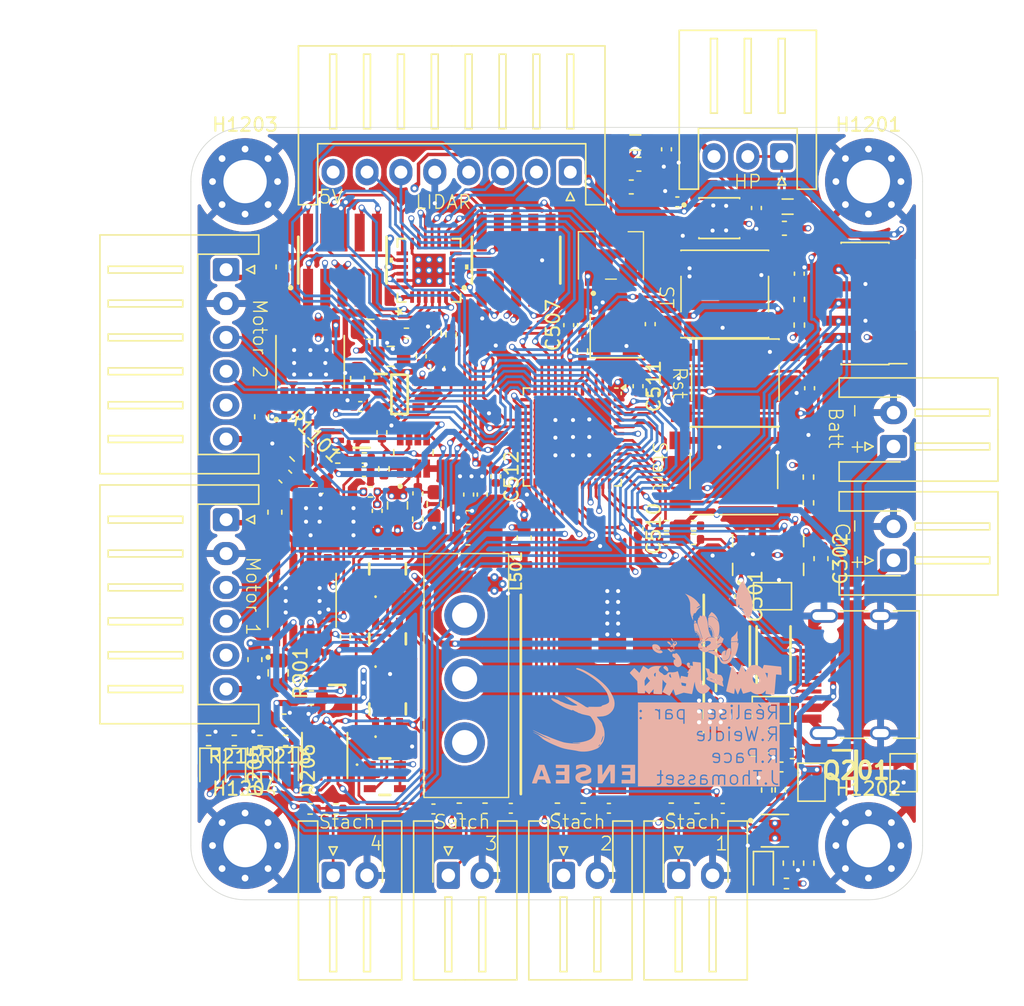
<source format=kicad_pcb>
(kicad_pcb (version 20240108) (generator "pcbnew") (generator_version "8.0")
  (layers (0 "F.Cu" signal) (1 "In1.Cu" power) (2 "In2.Cu" power) (31 "B.Cu" signal) (34 "B.Paste" user) (35 "F.Paste" user) (36 "B.SilkS" user "B.Silkscreen") (37 "F.SilkS" user "F.Silkscreen") (38 "B.Mask" user) (39 "F.Mask" user) (44 "Edge.Cuts" user))
  (net 0 "")
  (net 1 "GND")
  (net 2 "VCC")
  (net 3 "Net-(U201-VCC)")
  (net 4 "+5V")
  (net 5 "Net-(C205-Pad2)")
  (net 6 "Net-(U201-SW)")
  (net 7 "+3.3V")
  (net 8 "Net-(D205-K)")
  (net 9 "Net-(D206-K)")
  (net 10 "1.65V")
  (net 11 "+3.3VA")
  (net 12 "/STM32/OSC_IN")
  (net 13 "/STM32/BUTTON_Initial_State")
  (net 14 "/STM32/NRST")
  (net 15 "/STM32/BUTTON_Start_Robot")
  (net 16 "/Motors&Drivers/Motor1+")
  (net 17 "/Motors&Drivers/Motor1-")
  (net 18 "/Motors&Drivers/Motor2+")
  (net 19 "/Motors&Drivers/Motor2-")
  (net 20 "/Périphériques/MOUSTACHE_1")
  (net 21 "/Périphériques/MOUSTACHE_2")
  (net 22 "/Périphériques/MOUSTACHE_3")
  (net 23 "/Périphériques/MOUSTACHE_4")
  (net 24 "/Alimentation/Batt_CHG")
  (net 25 "Net-(D201-K)")
  (net 26 "Net-(D202-K)")
  (net 27 "Net-(D203-K)")
  (net 28 "Net-(D204-K)")
  (net 29 "Net-(D207-K)")
  (net 30 "/Périphériques/TOF6_GPIO1")
  (net 31 "/Périphériques/TOF6_XSHUT")
  (net 32 "/Périphériques/TOF4_XSHUT")
  (net 33 "/Périphériques/LIDAR_M_EN")
  (net 34 "/Périphériques/IMU_INT1")
  (net 35 "/Périphériques/TOF3_XSHUT")
  (net 36 "/Périphériques/TOF2_GPIO1")
  (net 37 "/Périphériques/LIDAR_DEV_EN")
  (net 38 "/Périphériques/TOF3_GPIO1")
  (net 39 "/Périphériques/TOF2_XSHUT")
  (net 40 "/Périphériques/EXPANDER_EXTI")
  (net 41 "/Led_Debug/Led_Debug_SDA")
  (net 42 "/Périphériques/TOF1_GPIO1")
  (net 43 "/Périphériques/TOF5_XSHUT")
  (net 44 "/Led_Debug/Led_Debug_SCL")
  (net 45 "/Périphériques/TOF4_GPIO1")
  (net 46 "/Périphériques/IMU_INT2")
  (net 47 "/Périphériques/TOF1_XSHUT")
  (net 48 "/Périphériques/TOF5_GPIO1")
  (net 49 "/Motors&Drivers/ASSERV_I1")
  (net 50 "Net-(IC901-IN+)")
  (net 51 "/Motors&Drivers/ASSERV_I2")
  (net 54 "/Alimentation/CC1")
  (net 58 "/Alimentation/CC2")
  (net 60 "/Alimentation/Batt_cell")
  (net 61 "/Périphériques/LIDAR_TX")
  (net 62 "/Périphériques/LIDAR_RX")
  (net 63 "/Périphériques/LIDAR_M_CTR")
  (net 64 "/Motors&Drivers/ENCODER_1B")
  (net 65 "/Motors&Drivers/ENCODER_1A")
  (net 66 "/Motors&Drivers/ENCODER_2B")
  (net 67 "/Motors&Drivers/ENCODER_2A")
  (net 68 "/STM32/STLINK_SWDIO")
  (net 70 "/STM32/VCP_TX")
  (net 73 "/STM32/STLINK_SWCLK")
  (net 74 "/STM32/STLINK_SWO")
  (net 76 "/STM32/VCP_RX")
  (net 77 "Net-(J1301-Pin_1)")
  (net 78 "Net-(J1701-Pin_1)")
  (net 79 "Net-(J1501-Pin_1)")
  (net 80 "Net-(U501-PB8)")
  (net 81 "Net-(LED801-B-)")
  (net 82 "Net-(LED801-G+)")
  (net 83 "Net-(LED801-R+)")
  (net 84 "Net-(LED801-B+)")
  (net 86 "/Périphériques/IMU_SDA")
  (net 87 "/Périphériques/IMU_SCL")
  (net 88 "Net-(U201-PG)")
  (net 89 "Net-(U201-EN{slash}SYNC)")
  (net 90 "Net-(U201-BST)")
  (net 91 "Net-(U201-FB)")
  (net 92 "Net-(U202-VSET)")
  (net 93 "Net-(U202-TMR)")
  (net 94 "Net-(U202-ISET)")
  (net 95 "Net-(U202-TS)")
  (net 96 "/STM32/OSC_OUT")
  (net 97 "Net-(R503-Pad2)")
  (net 98 "/Motors&Drivers/PWM_MOT2_CH1")
  (net 99 "/Motors&Drivers/PWM_MOT2_CH2")
  (net 100 "/Motors&Drivers/PWM_MOT1_CH1")
  (net 101 "/Motors&Drivers/PWM_MOT1_CH2")
  (net 102 "/Musique/DAC_STM+")
  (net 108 "Net-(U601-IN+)")
  (net 109 "/Musique/HP+")
  (net 110 "/Musique/HP-")
  (net 111 "Net-(U601-OUT+)")
  (net 112 "Net-(U601-OUT-)")
  (net 114 "Net-(C208-Pad1)")
  (net 115 "Net-(C210-Pad1)")
  (net 116 "Net-(C504-Pad2)")
  (net 117 "Net-(C604-Pad1)")
  (net 118 "Net-(D201-A)")
  (net 119 "Net-(D203-A)")
  (net 120 "Net-(IC1101-IN+)")
  (net 122 "Net-(J1601-Pin_1)")
  (net 123 "Net-(JP202-A)")
  (net 124 "Net-(JP203-B)")
  (net 125 "Net-(JP204-A)")
  (net 126 "Net-(R504-Pad2)")
  (footprint "LED_SMD:LED_0603_1608Metric_Pad1.05x0.95mm_HandSolder" (layer "F.Cu") (at 77.3 104.9 -90)
    (property "Reference" "D205")
    (property "Value" "LED")
  )
  (footprint "Capacitor_SMD:C_0402_1005Metric" (layer "F.Cu") (at 86.5 78 180)
    (property "Reference" "C1101" (hide yes))
    (property "Value" "100nF")
  )
  (footprint "Resistor_SMD:R_0402_1005Metric" (layer "F.Cu") (at 109.45 107.65)
    (property "Reference" "R1701" (hide yes))
    (property "Value" "10k")
  )
  (footprint "Capacitor_SMD:C_0603_1608Metric" (layer "F.Cu") (at 94.475 86.2)
    (property "Reference" "C503" (hide yes))
    (property "Value" "1u")
  )
  (footprint "Tom&Jerry:XBM5210" (layer "F.Cu") (at 82.2 92.3 90)
    (property "Reference" "U901" (hide yes))
    (property "Value" "ZXBM5210-S")
  )
  (footprint "Resistor_SMD:R_0402_1005Metric" (layer "F.Cu") (at 119.6 111.7 90)
    (property "Reference" "R210" (hide yes))
    (property "Value" "3.3k")
  )
  (footprint "Capacitor_SMD:C_0402_1005Metric" (layer "F.Cu") (at 116.5 102.2)
    (property "Reference" "C207" (hide yes))
    (property "Value" "10n")
  )
  (footprint "Connector_JST:JST_XH_S6B-XH-A_1x06_P2.50mm_Horizontal" (layer "F.Cu") (at 76.6 67.9 -90)
    (property "Reference" "J402" (hide yes))
    (property "Value" "Conn_01x06")
  )
  (footprint "Connector_JST:JST_XH_S2B-XH-A-1_1x02_P2.50mm_Horizontal" (layer "F.Cu") (at 110 112.6)
    (property "Reference" "J1701" (hide yes))
    (property "Value" "Conn_01x02")
  )
  (footprint "Capacitor_SMD:C_0402_1005Metric" (layer "F.Cu") (at 119.66 76.65 -90)
    (property "Reference" "C509" (hide yes))
    (property "Value" "10n")
  )
  (footprint "Capacitor_SMD:C_0603_1608Metric" (layer "F.Cu") (at 80.2 85.8 90)
    (property "Reference" "C904" (hide yes))
    (property "Value" "1uF")
  )
  (footprint "Capacitor_SMD:C_0402_1005Metric" (layer "F.Cu") (at 114.5 92 -90)
    (property "Reference" "C301")
    (property "Value" "100n")
  )
  (footprint "Resistor_SMD:R_0402_1005Metric" (layer "F.Cu") (at 75.31 102.648737)
    (property "Reference" "R217" (hide yes))
    (property "Value" "3.3k")
  )
  (footprint "Capacitor_SMD:C_0402_1005Metric" (layer "F.Cu") (at 107 87.02 -90)
    (property "Reference" "C510")
    (property "Value" "100n")
  )
  (footprint "Capacitor_SMD:C_0603_1608Metric" (layer "F.Cu") (at 80.8 67.7 90)
    (property "Reference" "C1104" (hide yes))
    (property "Value" "1uF")
  )
  (footprint "Resistor_SMD:R_0402_1005Metric" (layer "F.Cu") (at 79.11 102.648737 180)
    (property "Reference" "R214" (hide yes))
    (property "Value" "300")
  )
  (footprint "Capacitor_SMD:C_0805_2012Metric" (layer "F.Cu") (at 87.25 72.3)
    (property "Reference" "C203" (hide yes))
    (property "Value" "22uF")
  )
  (footprint "Resistor_SMD:R_0402_1005Metric" (layer "F.Cu") (at 95.71 107.65 180)
    (property "Reference" "R1502" (hide yes))
    (property "Value" "10k")
  )
  (footprint "Connector_JST:JST_XH_S2B-XH-A-1_1x02_P2.50mm_Horizontal" (layer "F.Cu") (at 84.5 112.6)
    (property "Reference" "J1301" (hide yes))
    (property "Value" "Conn_01x02")
  )
  (footprint "Resistor_SMD:R_0402_1005Metric" (layer "F.Cu") (at 89.91 72.6 180)
    (property "Reference" "R206" (hide yes))
    (property "Value" "40.2k")
  )
  (footprint "Crystal:Crystal_SMD_EuroQuartz_MT-4Pin_3.2x2.5mm" (layer "F.Cu") (at 105.42 72.8)
    (property "Reference" "Y501" (hide yes))
    (property "Value" "16MHz")
  )
  (footprint "Tom&Jerry:SOT65P280X100-8N" (layer "F.Cu") (at 90.425 81.39 90)
    (property "Reference" "U201" (hide yes))
    (property "Value" "MP1475DJ-LF-P")
  )
  (footprint "Connector_JST:JST_XH_S2B-XH-A-1_1x02_P2.50mm_Horizontal" (layer "F.Cu") (at 125.85 80.95 90)
    (property "Reference" "J204" (hide yes))
    (property "Value" "Conn_01x02")
  )
  (footprint "Capacitor_SMD:C_0402_1005Metric" (layer "F.Cu") (at 107 76.5 -90)
    (property "Reference" "C511")
    (property "Value" "100n")
  )
  (footprint "Tom&Jerry:Potar" (layer "F.Cu") (at 105 66.85)
    (property "Reference" "RV601" (hide yes))
    (property "Value" "R_Potentiometer" (hide yes))
  )
  (footprint "Tom&Jerry:5988G10313F" (layer "F.Cu") (at 88.515 89.985 90)
    (property "Reference" "LED801" (hide yes))
    (property "Value" "RGB" (hide yes))
  )
  (footprint "Resistor_SMD:R_0402_1005Metric" (layer "F.Cu") (at 117.95 113.2 180)
    (property "Reference" "R209" (hide yes))
    (property "Value" "3.3k")
  )
  (footprint "Resistor_SMD:R_0402_1005Metric" (layer "F.Cu") (at 93.81 107.65)
    (property "Reference" "R1501" (hide yes))
    (property "Value" "10k")
  )
  (footprint "Tom&Jerry:SODFL4825X110N" (layer "F.Cu") (at 117 96.2 90)
    (property "Reference" "D201" (hide yes))
    (property "Value" "D" (hide yes))
  )
  (footprint "Resistor_SMD:R_0402_1005Metric" (layer "F.Cu") (at 118.9 71.99 90)
    (property "Reference" "R503" (hide yes))
    (property "Value" "10k")
  )
  (footprint "MountingHole:MountingHole_3.2mm_M3_Pad_Via" (layer "F.Cu") (at 124 61.4)
    (property "Reference" "H1201")
    (property "Value" "MountingHole_Pad")
  )
  (footprint "Tom&Jerry:5988G10313F" (layer "F.Cu") (at 88.515 100.315 90)
    (property "Reference" "LED803" (hide yes))
    (property "Value" "RGB" (hide yes))
  )
  (footprint "Capacitor_SMD:C_0402_1005Metric" (layer "F.Cu") (at 107.9 71.92 90)
    (property "Reference" "C501" (hide yes))
    (property "Value" "10p")
  )
  (footprint "Jumper:SolderJumper-2_P1.3mm_Open_TrianglePad1.0x1.5mm" (layer "F.Cu") (at 116.825 100.4 180)
    (property "Reference" "JP202" (hide yes))
    (property "Value" "SolderJumper_2_Open")
  )
  (footprint "Capacitor_SMD:C_0402_1005Metric" (layer "F.Cu") (at 90.75 84.41 -90)
    (property "Reference" "C205" (hide yes))
    (property "Value" "0.1uF")
  )
  (footprint "Tom&Jerry:SAMTEC_FTSH-105-01-F-DV-P-TR" (layer "F.Cu") (at 85.1875 67.2)
    (property "Reference" "J701" (hide yes))
    (property "Value" "FTSH-105-01-F-DV-P-TR")
  )
  (footprint "Resistor_SMD:R_0402_1005Metric" (layer "F.Cu") (at 117.5 106.29 -90)
    (property "Reference" "R212" (hide yes))
    (property "Value" "27k")
  )
  (footprint "Tom&Jerry:CAPAE1350X1400N" (layer "F.Cu") (at 105.1 98.65 90)
    (property "Reference" "C208" (hide yes))
    (property "Value" "1mF" (hide yes))
  )
  (footprint "Connector_PinHeader_1.27mm:PinHeader_2x07_P1.27mm_Vertical_SMD" (layer "F.Cu") (at 123.75 70.4 180)
    (property "Reference" "J501" (hide yes))
    (property "Value" "Conn_ST_STDC14")
  )
  (footprint "Connector_JST:JST_XH_S2B-XH-A-1_1x02_P2.50mm_Horizontal" (layer "F.Cu") (at 93 112.6)
    (property "Reference" "J1501" (hide yes))
    (property "Value" "Conn_01x02")
  )
  (footprint "Tom&Jerry:SAMTEC_FTSH-105-01-F-DV-P-TR" (layer "F.Cu") (at 98 67.2)
    (property "Reference" "J1001" (hide yes))
    (property "Value" "FTSH-105-01-F-DV-P-TR")
  )
  (footprint "Resistor_SMD:R_0402_1005Metric" (layer "F.Cu") (at 115.48 104.2 180)
    (property "Reference" "R202" (hide yes))
    (property "Value" "110m")
  )
  (footprint "Resistor_SMD:R_0402_1005Metric" (layer "F.Cu") (at 118.9 70.1 -90)
    (property "Reference" "R505" (hide yes))
    (property "Value" "10k")
  )
  (footprint "Inductor_SMD:L_0603_1608Metric_Pad1.05x0.95mm_HandSolder" (layer "F.Cu") (at 91.95 85.2 90)
    (property "Reference" "L201" (hide yes))
    (property "Value" "4.7uH")
  )
  (footprint "Resistor_SMD:R_0402_1005Metric" (layer "F.Cu") (at 118.1 111.7 90)
    (property "Reference" "R211" (hide yes))
    (property "Value" "27k")
  )
  (footprint "Resistor_SMD:R_0402_1005Metric" (layer "F.Cu") (at 88.25 82.6 90)
    (property "Reference" "R204" (hide yes))
    (property "Value" "100k")
  )
  (footprint "Tom&Jerry:SOT65P210X110-6N" (layer "F.Cu") (at 85.65 79.85 180)
    (property "Reference" "IC1101" (hide yes))
    (property "Value" "NCS199A2RSQT2G" (hide yes))
  )
  (footprint "Tom&Jerry:WE-LQS_2512" (layer "F.Cu") (at 96 90.15 -90)
    (property "Reference" "L501")
    (property "Value" "39n")
  )
  (footprint "Capacitor_SMD:C_0402_1005Metric" (layer "F.Cu") (at 102.9 71.995723 -90)
    (property "Reference" "C504" (hide yes))
    (property "Value" "10p")
  )
  (footprint "Jumper:SolderJumper-2_P1.3mm_Open_TrianglePad1.0x1.5mm" (layer "F.Cu") (at 116.925 92 180)
    (property "Reference" "JP201" (hide yes))
    (property "Value" "SolderJumper_2_Open")
  )
  (footprint "Capacitor_SMD:C_0805_2012Metric" (layer "F.Cu") (at 89.25 85.3 -90)
    (property "Reference" "C201" (hide yes))
    (property "Value" "22uF")
  )
  (footprint "Capacitor_SMD:C_0603_1608Metric" (layer "F.Cu") (at 78.726968 96.676764 -90)
    (property "Reference" "C2" (hide yes))
    (property "Value" "10uF")
  )
  (footprint "MountingHole:MountingHole_3.2mm_M3_Pad_Via" (layer "F.Cu") (at 78 61.4)
    (property "Reference" "H1203")
    (property "Value" "MountingHole_Pad")
  )
  (footprint "Resistor_SMD:R_0402_1005Metric" (layer "F.Cu") (at 111.35 107.65 180)
    (property "Reference" "R1702" (hide yes))
    (property "Value" "10k")
  )
  (footprint "Capacitor_SMD:C_0603_1608Metric" (layer "F.Cu") (at 94.45 87.7)
    (property "Reference" "C505" (hide yes))
    (property "Value" "1u")
  )
  (footprint "Connector_USB:USB_C_Receptacle_HRO_TYPE-C-31-M-12" (layer "F.Cu") (at 123.85 97.78 90)
    (property "Reference" "J202" (hide yes))
    (property "Value" "USB_C_Receptacle_USB2.0_16P")
  )
  (footprint "Capacitor_SMD:C_0603_1608Metric" (layer "F.Cu") (at 79.221729 78.756464 -90)
    (property "Reference" "C1" (hide yes))
    (property "Value" "10uF")
  )
  (footprint "Capacitor_SMD:C_0402_1005Metric" (layer "F.Cu") (at 91 74.3 -90)
    (property "Reference" "C210" (hide yes))
    (property "Value" "15pF")
  )
  (footprint "MountingHole:MountingHole_3.2mm_M3_Pad_Via" (layer "F.Cu") (at 124 110.4)
    (property "Reference" "H1202")
    (property "Value" "MountingHole_Pad")
  )
  (footprint "Tom&Jerry:RTW24_2P45X2P45" (layer "F.Cu") (at 91.575 67.949937 90)
    (property "Reference" "IC301" (hide yes))
    (property "Value" "TCA9555RTWR")
  )
  (footprint "Capacitor_SMD:C_0402_1005Metric" (layer "F.Cu") (at 118.9 68.2 90)
    (property "Reference" "C508" (hide yes))
    (property "Value" "10n")
  )
  (footprint "Capacitor_SMD:C_0603_1608Metric" (layer "F.Cu") (at 107.0625 60.12)
    (property "Reference" "C602" (hide yes))
    (property "Value" "1u")
  )
  (footprint "Capacitor_SMD:C_0402_1005Metric" (layer "F.Cu") (at 104.85 107.65)
    (property "Reference" "C1601" (hide yes))
    (property "Value" "10n")
  )
  (footprint "Tom&Jerry:XBM5210" (layer "F.Cu") (at 82.8 74.7425 90)
    (property "Reference" "U1101" (hide yes))
    (property "Value" "ZXBM5210-S")
  )
  (footprint "Capacitor_SMD:C_0603_1608Metric" (layer "F.Cu") (at 86.3 75.925 90)
    (property "Reference" "C213" (hide yes))
    (property "Value" "1u")
  )
  (footprint "Resistor_SMD:R_0402_1005Metric" (layer "F.Cu") (at 102.95 107.65 180)
    (property "Reference" "R1602" (hide yes))
    (property "Value" "10k")
  )
  (footprint "Connector_JST:JST_XH_S6B-XH-A_1x06_P2.50mm_Horizontal" (layer "F.Cu") (at 76.6 86.35 -90)
    (property "Reference" "J401" (hide yes))
    (property "Value" "Conn_01x06")
  )
  (footprint "Tom&Jerry:DFN300X300X80-8N" (layer "F.Cu") (at 112.995 64.1)
    (property "Reference" "U601" (hide yes))
    (property "Value" "PAM8302AAY")
  )
  (footprint "Capacitor_SMD:C_0402_1005Metric" (layer "F.Cu") (at 91.9 107.7)
    (property "Reference" "C1301" (hide yes))
    (property "Value" "10n")
  )
  (footprint "Resistor_SMD:R_0402_1005Metric" (layer "F.Cu") (at 84.71 107.7 180)
    (property "Reference" "R1302" (hide yes))
    (property "Value" "10k")
  )
  (footprint "Capacitor_SMD:C_0402_1005Metric" (layer "F.Cu") (at 96.504464 83.158465 -90)
    (property "Reference" "C512")
    (property "Value" "100n")
  )
  (footprint "Resistor_SMD:R_0402_1005Metric" (layer "F.Cu") (at 77.204511 102.648737 180)
    (property "Reference" "R215")
    (property "Value" "3.3k")
  )
  (footprint "Capacitor_SMD:C_0402_1005Metric" (layer "F.Cu") (at 94.5 84.5 -90)
    (property "Reference" "C506" (hide yes))
    (property "Value" "10n")
  )
  (footprint "Resistor_SMD:R_0402_1005Metric" (layer "F.Cu") (at 102.9 73.9 90)
    (property "Reference" "R501" (hide yes))
    (property "Value" "10R")
  )
  (footprint "Tom&Jerry:PQFN80P300X500X100-14N" (layer "F.Cu") (at 116.6 88.96 90)
    (property "Reference" "U301" (hide yes))
    (property "Value" "ADXL343")
  )
  (footprint "Resistor_SMD:R_0402_1005Metric" (layer "F.Cu") (at 109.1 86.8 180)
    (property "Reference" "R104" (hide yes))
    (property "Value" "10k")
  )
  (footprint "Capacitor_SMD:C_0603_1608Metric" (layer "F.Cu") (at 83.28 84.14 45)
    (property "Reference" "C1102" (hide yes))
    (property "Value" "1uF")
  )
  (footprint "Capacitor_SMD:C_0603_1608Metric" (layer "F.Cu") (at 106.5 61.8)
    (property "Reference" "C604" (hide yes))
    (property "Value" "1u")
  )
  (footprint "Capacitor_SMD:C_0402_1005Metric" (layer "F.Cu") (at 116.5 103.2)
    (property "Reference" "C206" (hide yes))
    (property "Value" "100n")
  )
  (footprint "Jumper:SolderJumper-2_P1.3mm_Open_TrianglePad1.0x1.5mm" (layer "F.Cu") (at 126.6 105.025 90)
    (property "Reference" "JP203" (hide yes))
    (property "Value" "SolderJumper_2_Open")
  )
  (footprint "Resistor_SMD:R_0402_1005Metric" (layer "F.Cu") (at 86.8 81.8)
    (property "Reference" "R402" (hide yes))
    (property "Value" "100k")
  )
  (footprint "Inductor_SMD:L_0805_2012Metric" (layer "F.Cu") (at 106.8 58.52)
    (property "Reference" "FB602" (hide yes))
    (property "Value" "FerriteBead_Small")
  )
  (footprint "LED_SMD:LED_0603_1608Metric_Pad1.05x0.95mm_HandSolder" (layer "F.Cu") (at 116.25 112.5 -90)
    (property "Reference" "D203" (hide yes))
    (property "Value" "LED")
  )
  (footprint "Resistor_SMD:R_0402_1005Metric" (layer "F.Cu") (at 87.25 84.3)
    (property "Reference" "R203" (hide yes))
    (property "Value" "100k")
  )
  (footprint "Capacitor_SMD:C_0402_1005Metric" (layer "F.Cu") (at 87.75 85.7 -90)
    (property "Reference" "C202" (hide yes))
    (property "Value" "0.1u")
  )
  (footprint "Tom&Jerry:IC_BQ25172DSGR" (layer "F.Cu") (at 117.1 109.3)
    (property "Reference" "U202" (hide yes))
    (property "Value" "BQ25172DSGR")
  )
  (footprint "Resistor_SMD:R_0402_1005Metric" (layer "F.Cu") (at 93.2 72.7 -90)
    (property "Reference" "R205" (hide yes))
    (property "Value" "16k")
  )
  (footprint "Button_Switch_SMD:SW_Push_1P1T_NO_6x6mm_H9.5mm" (layer "F.Cu") (at 113.4 69.7)
    (property "Reference" "SW502" (hide yes))
    (property "Value" "SW_Push")
  )
  (footprint "Capacitor_SMD:C_0402_1005Metric" (layer "F.Cu") (at 115.7375 63.35 -90)
    (property "Reference" "C603" (hide yes))
    (property "Value" "220p")
  )
  (footprint "Capacitor_SMD:C_0603_1608Metric" (layer "F.Cu") (at 80.88 101.21)
    (property "Reference" "C903" (hide yes))
    (property "Value" "1uF")
  )
  (footprint "LED_SMD:LED_0603_1608Metric_Pad1.05x0.95mm_HandSolder" (layer "F.Cu") (at 81.2 104.8 -90)
    (property "Reference" "D206")
    (property "Value" "LED")
  )
  (footprint "Capacitor_SMD:C_0603_1608Metric" (layer "F.Cu") (at 120.5 89.225 -90)
    (property "Reference" "C302")
    (property "Value" "100n")
  )
  (footprint "Button_Switch_SMD:SW_Push_1P1T_NO_6x6mm_H9.5mm" (layer "F.Cu") (at 114.175 76.25 180)
    (property "Reference" "SW501" (hide yes))
    (property "Value" "SW_Push")
  )
  (footprint "Tom&Jerry:5988G10313F" (layer "F.Cu") (at 88.315 105.315)
    (property "Reference" "LED802" (hide yes))
    (property "Value" "RGB" (hide yes))
  )
  (footprint "Connector_JST:JST_XH_S2B-XH-A-1_1x02_P2.50mm_Horizontal" (layer "F.Cu") (at 101.5 112.6)
    (property "Reference" "J1601" (hide yes))
    (property "Value" "Conn_01x02")
  )
  (footprint "Capacitor_SMD:C_0603_1608Metric" (layer "F.Cu") (at 80.97 83.17 -45)
    (property "Reference" "C1103" (hide yes))
    (property "Value" "1uF")
  )
  (footprint "Resistor_SMD:R_0402_1005Metric" (layer "F.Cu") (at 82.8 107.7)
    (property "Reference" "R1301" (hide yes))
    (property "Value" "10k")
  )
  (footprint "Tom&Jerry:SOT95P280X125-5N" (layer "F.Cu") (at 89.4 77.1)
    (property "Reference" "PS201" (hide yes))
    (property "Value" "BU33SD5WG-TR")
  )
  (footprint "Capacitor_SMD:C_0603_1608Metric" (layer "F.Cu") (at 82.9 99.5)
    (property "Reference" "C902" (hide yes))
    (property "Value" "1uF")
  )
  (footprint "Capacitor_SMD:C_0402_1005Metric" (layer "F.Cu") (at 88.1 79.9 -90)
    (property "Reference" "C209" (hide yes))
    (property "Value" "0.1uF")
  )
  (footprint "Resistor_SMD:R_0805_2012Metric" (layer "F.Cu") (at 81.99 81.35 -45)
    (property "Reference" "R1101")
    (property "Value" "0.015")
  )
  (footprint "Resistor_SMD:R_0402_1005Metric" (layer "F.Cu") (at 119.575 85.11 90)
    (property "Reference" "R506" (hide yes))
    (property "Value" "10k")
  )
  (footprint "Inductor_SMD:L_0805_2012Metric" (layer "F.Cu") (at 118.0375 63.25 180)
    (property "Reference" "FB601" (hide yes))
    (property "Value" "FerriteBead_Small")
  )
  (footprint "Resistor_SMD:R_0402_1005Metric" (layer "F.Cu") (at 119.575 83.21 -90)
    (property "Reference" "R504" (hide yes))
    (property "Value" "10k")
  )
  (footprint "Capacitor_SMD:C_0402_1005Metric" (layer "F.Cu") (at 95.5 84.5 -90)
    (property "Reference" "C502" (hide yes))
    (property "Value" "10n")
  )
  (footprint "Capacitor_SMD:C_0402_1005Metric" (layer "F.Cu") (at 109.9 62.9 180)
    (property "Reference" "C605" (hide yes))
    (property "Value" "100n")
  )
  (footprint "Resistor_SMD:R_0402_1005Metric" (layer "F.Cu") (at 84.84 81.8)
    (property "Reference" "R401" (hide yes))
    (property "Value" "100k")
  )
  (footprint "Capacitor_SMD:C_0402_1005Metric" (layer "F.Cu") (at 117.58 104.6 180)
    (property "Reference" "C211" (hide yes))
    (property "Value" "10n")
  )
  (footprint "Package_DFN_QFN:QFN-48-1EP_7x7mm_P0.5mm_EP5.1x5.1mm" (layer "F.Cu") (at 102.15 80.25 -90)
    (property "Reference" "U501" (hide yes))
    (property "Value" "STM32G431CBU6")
  )
  (footprint "Jumper:SolderJumper-2_P1.3mm_Open_TrianglePad1.0x1.5mm" (layer "F.Cu") (at 119.8 105.725 90)
    (property "Reference" "JP204" (hide yes))
    (property "Value" "SolderJumper_2_Open")
  )
  (footprint "MountingHole:MountingHole_3.2mm_M3_Pad_Via" (layer "F.Cu") (at 78 110.4)
    (property "Reference" "H1204")
    (property "Value" "MountingHole_Pad")
  )
  (footprint "Tom&Jerry:SOT95P237X112-3N" (layer "F.Cu") (at 123.09 104.87)
    (property "Reference" "Q201")
    (property "Value" "SI2365EDS-T1-GE3" (hide yes))
  )
  (footprint "Resistor_SMD:R_0402_1005Metric" (layer "F.Cu") (at 109.1 87.8 180)
    (property "Reference" "R103" (hide yes))
    (property "Value" "10k")
  )
  (footprint "Capacitor_SMD:C_0805_2012Metric" (layer "F.Cu") (at 88.75 74.3)
    (property "Reference" "C204" (hide yes))
    (property "Value" "22uF")
  )
  (footprint "Resistor_SMD:R_0402_1005Metric" (layer "F.Cu") (at 101.05 107.65)
    (property "Reference" "R1601" (hide yes))
    (property "Value" "10k")
  )
  (footprint "Resistor_SMD:R_0402_1005Metric" (layer "F.Cu") (at 90.75 86.31 90)
    (property "Reference" "R201" (hide yes))
    (property "Value" "20")
  )
  (footprint "Capacitor_SMD:C_0402_1005Metric" (layer "F.Cu") (at 101.887341 71.995723 90)
    (property "Reference" "C507")
    (property "Value" "100nF")
  )
  (footprint "Resistor_SMD:R_0402_1005Metric" (layer "F.Cu") (at 108.1 77.11 -90)
    (property "Reference" "R502" (hide yes))
    (property "Value" "100k")
  )
  (footprint "Capacitor_SMD:C_0603_1608Metric" (layer "F.Cu") (at 98.6 87.7 -90)
    (property "Reference" "C513" (hide yes))
    (property "Value" "4.7u")
  )
  (footprint "Connector_JST:JST_XH_S8B-XH-A_1x08_P2.50mm_Horizontal" (layer "F.Cu") (at 102 60.7 180)
    (property "Reference" "J301" (hide yes))
    (property "Value" "Conn_01x08")
  )
  (footprint "Tom&Jerry:SOT65P210X110-6N" (layer "F.Cu") (at 83.85 97.35 180)
    (property "Reference" "IC901" (hide yes))
    (property "Value" "NCS199A2RSQT2G" (hide yes))
  )
  (footprint "LED_SMD:LED_0603_1608Metric_Pad1.05x0.95mm_HandSolder" (layer "F.Cu") (at 75.4 104.875 -90)
    (property "Reference" "D207" (hide yes))
    (property "Value" "LED")
  )
  (footprint "Capacitor_SMD:C_0402_1005Metric" (layer "F.Cu") (at 86.78 82.8)
    (property "Reference" "C401" (hide yes))
    (property "Value" "100nF")
  )
  (footprint "Capacitor_SMD:C_0603_1608Metric" (layer "F.Cu") (at 92.2 75.2 -90)
    (property "Reference" "C212" (hide yes))
    (property "Value" "1u")
  )
  (footprint "Resistor_SMD:R_0402_1005Metric" (layer "F.Cu") (at 81.000505 102.648737 180)
    (property "Reference" "R216")
    (property "Value" "3.3k")
  )
  (footprint "LED_SMD:LED_0603_1608Metric_Pad1.05x0.95mm_HandSolder" (layer "F.Cu") (at 79.3 104.775 -90)
    (property "Reference" "D204" (hide yes))
    (property "Value" "LED")
  )
  (footprint "Capacitor_SMD:C_0603_1608Metric" (layer "F.Cu") (at 117.8 64.85 180)
    (property "Reference" "C601" (hide yes))
    (property "Value" "10u")
  )
  (footprint "Capacitor_SMD:C_0402_1005Metric" (layer "F.Cu") (at 109.1 59.02 -90)
    (property "Reference" "C606" (hide yes))
    (property "Value" "220p")
  )
  (footprint "Resistor_SMD:R_0402_1005Metric" (layer "F.Cu") (at 92.1 72.59 -90)
    (property "Reference" "R207" (hide yes))
    (property "Value" "7.68k")
  )
  (footprint "Capacitor_SMD:C_0402_1005Metric" (layer "F.Cu") (at 85.4 95.02 90)
    (property "Reference" "C901" (hide yes))
    (property "Value" "100nF")
  )
  (footprint "Capacitor_SMD:C_0402_1005Metric" (layer "F.Cu") (at 97.61 107.65)
    (property "Reference" "C1501" (hide yes))
    (property "Value" "10n")
  )
  (footprint "Tom&Jerry:SODFL4825X110N" (layer "F.Cu") (at 114 96.2 90)
    (property "Reference" "D202" (hide yes))
    (property "Value" "D" (hide yes))
  )
  (footprint "Button_Switch_SMD:SW_Push_1P1T_NO_6x6mm_H9.5mm" (layer "F.Cu") (at 114.075 82.75)
    (property "Reference" "SW503" (hide yes))
    (property "Value" "SW_Push")
  )
  (footprint "Connector_JST:JST_XH_S2B-XH-A-1_1x02_P2.50mm_Horizontal" (layer "F.Cu") (at 125.85 89.35 90)
    (property "Reference" "J203" (hide yes))
    (property "Value" "Conn_01x02")
  )
  (footprint "Tom&Jerry:Switch-3" (layer "F.Cu") (at 94.2 98.1 90)
    (property "Reference" "J201" (hide yes))
    (property "Value" "Interrupteur")
  )
  (footprint "Resistor_SMD:R_0402_1005Metric" (layer "F.Cu") (at 111.1 87.8)
    (property "Reference" "R102" (hide yes))
    (property "Value" "10k")
  )
  (footprint "Tom&Jerry:5988G10313F" (layer "F.Cu") (at 88.515 95.145 90)
    (property "Reference" "LED804" (hide yes))
    (property "Value" "RGB" (hide yes))
  )
  (footprint "Capacitor_SMD:C_0402_1005Metric" (layer "F.Cu") (at 113.25 107.65)
    (property "Reference" "C1701" (hide yes))
    (property "Value" "10n")
  )
  (footprint "Resistor_SMD:R_0805_2012Metric" (layer "F.Cu") (at 80.44 97.66 -90)
    (property "Reference" "R901")
    (property "Value" "0.015")
  )
  (footprint "Resistor_SMD:R_0402_1005Metric" (layer "F.Cu") (at 111.1 86.8)
    (property "Reference" "R101" (hide yes))
    (property "Value" "10k")
  )
  (footprint "Resistor_SMD:R_0402_1005Metric" (layer "F.Cu") (at 118.4 103.6)
    (property "Reference" "R208" (hide yes))
    (property "Value" "15k")
  )
  (footprint "Connector_JST:JST_XH_S3B-XH-A_1x03_P2.50mm_Horizontal" (layer "F.Cu") (at 117.6 59.55 180)
    (property "Reference" "J601" (hide yes))
    (property "Value" "Conn_01x03")
  )
  (footprint "Tom&Jerry:WSON8_DSD_TEX" (layer "F.Cu") (at 83.874999 103.7522 90)
    (property "Reference" "U801" (hide yes))
    (property "Value" "LP5812ADSDR")
  )
  (footprint "Resistor_SMD:R_0402_1005Metric" (layer "F.Cu") (at 116.5 106.3 -90)
    (property "Reference" "R213" (hide yes))
    (property "Value" "10k")
  )
  (footprint "LOGO" (layer "B.Cu") (at 112 95.5 180)
    (property "Reference" "G***" (hide yes))
    (property "Value" "LOGO" (hide yes))
  )
  (footprint "LOGO" (layer "B.Cu") (at 103 102.5 180)
    (property "Reference" "G***" (hide yes))
    (property "Value" "LOGO" (hide yes))
  )
  (gr_line (start 124 114.4) (end 78 114.4) (stroke (width 0.05)) (layer "Edge.Cuts"))
  (gr_arc (start 78 114.4) (mid 75.171573 113.228427) (end 74 110.4) (stroke (width 0.05)) (layer "Edge.Cuts"))
  (gr_arc (start 124 57.4) (mid 126.828427 58.571573) (end 128 61.4) (stroke (width 0.05)) (layer "Edge.Cuts"))
  (gr_arc (start 128 110.4) (mid 126.828427 113.228427) (end 124 114.4) (stroke (width 0.05)) (layer "Edge.Cuts"))
  (gr_line (start 128 61.4) (end 128 110.4) (stroke (width 0.05)) (layer "Edge.Cuts"))
  (gr_line (start 74 110.4) (end 74 61.4) (stroke (width 0.05)) (layer "Edge.Cuts"))
  (gr_arc (start 74 61.4) (mid 75.171573 58.571573) (end 78 57.4) (stroke (width 0.05)) (layer "Edge.Cuts"))
  (gr_line (start 78 57.4) (end 124 57.4) (stroke (width 0.05)) (layer "Edge.Cuts"))
  (gr_text "Réaliser par :\nR.Weidle\nR.Pace\nJ.Thomasset" (at 117.5 106 0) (layer "B.SilkS" knockout) (effects (font (size 1 1) (thickness 0.1)) (justify left bottom mirror)))
  (gr_text "+" (at 122.5 90 0) (layer "F.SilkS") (effects (font (size 1 1) (thickness 0.1)) (justify left bottom)))
  (gr_text "Start" (at 108 80.5 -90) (layer "F.SilkS") (effects (font (size 1 1) (thickness 0.1)) (justify left bottom)))
  (gr_text "5V\n" (at 83.36 63.11 0) (layer "F.SilkS") (effects (font (size 1 1) (thickness 0.1)) (justify left bottom)))
  (gr_text "Stach\n	4" (at 83.36 110.84 0) (layer "F.SilkS") (effects (font (size 1 1) (thickness 0.1)) (justify left bottom)))
  (gr_text "Motor 1\n" (at 78 89 -90) (layer "F.SilkS") (effects (font (size 1 1) (thickness 0.1)) (justify left bottom)))
  (gr_text "Batt" (at 121 78 -90) (layer "F.SilkS") (effects (font (size 1 1) (thickness 0.1)) (justify left bottom)))
  (gr_text "+" (at 122.5 81.5 0) (layer "F.SilkS") (effects (font (size 1 1) (thickness 0.1)) (justify left bottom)))
  (gr_text "Satch \n	3\n" (at 91.86 110.84 0) (layer "F.SilkS") (effects (font (size 1 1) (thickness 0.1)) (justify left bottom)))
  (gr_text "Rst" (at 109.5 75 270) (layer "F.SilkS") (effects (font (size 1 1) (thickness 0.1)) (justify left bottom)))
  (gr_text "Chr" (at 121.5 86.5 -90) (layer "F.SilkS") (effects (font (size 1 1) (thickness 0.1)) (justify left bottom)))
  (gr_text "ST" (at 108.5 69 -90) (layer "F.SilkS") (effects (font (size 1 1) (thickness 0.1)) (justify left bottom)))
  (gr_text "-" (at 123.5 79 90) (layer "F.SilkS") (effects (font (size 1 1) (thickness 0.1)) (justify left bottom)))
  (gr_text "Motor 2" (at 78.5 70 -90) (layer "F.SilkS") (effects (font (size 1 1) (thickness 0.1)) (justify left bottom)))
  (gr_text "Stach\n	1" (at 108.86 110.84 0) (layer "F.SilkS") (effects (font (size 1 1) (thickness 0.1)) (justify left bottom)))
  (gr_text "Stach\n	2" (at 100.36 110.84 0) (layer "F.SilkS") (effects (font (size 1 1) (thickness 0.1)) (justify left bottom)))
  (gr_text "HP" (at 114 62 0) (layer "F.SilkS") (effects (font (size 1 1) (thickness 0.1)) (justify left bottom)))
  (gr_text "LIDAR" (at 90.5 63.5 0) (layer "F.SilkS") (effects (font (size 1 1) (thickness 0.1)) (justify left bottom)))
  (gr_text "-" (at 123.5 87.5 90) (layer "F.SilkS") (effects (font (size 1 1) (thickness 0.1)) (justify left bottom)))
  (segment (start 116.98 103.2) (end 116.98 103.9) (width 0.45) (layer "F.Cu") (net 1))
  (segment (start 88.482396 72.582396) (end 88.2 72.3) (width 0.2) (layer "F.Cu") (net 1))
  (segment (start 93.7 87.675) (end 93.675 87.7) (width 0.2) (layer "F.Cu") (net 1))
  (segment (start 110.625 65.075) (end 110.3 65.4) (width 0.45) (layer "F.Cu") (net 1))
  (segment (start 85.432539 63.0117) (end 85.432539 62.925) (width 0.45) (layer "F.Cu") (net 1))
  (segment (start 79.1775 70.4) (end 76.6 70.4) (width 0.4) (layer "F.Cu") (net 1))
  (segment (start 108.825 76.6) (end 108.1 76.6) (width 0.2) (layer "F.Cu") (net 1))
  (segment (start 117 89.97) (end 117.8 89.97) (width 0.2) (layer "F.Cu") (net 1))
  (segment (start 111.43 74) (end 113.24 72.19) (width 0.2) (layer "F.Cu") (net 1))
  (segment (start 85.07212 63.372119) (end 85.432539 63.0117) (width 0.45) (layer "F.Cu") (net 1))
  (segment (start 116.98 103.9) (end 116.98 104.48) (width 0.45) (layer "F.Cu") (net 1))
  (segment (start 84 97.35) (end 83.9 97.45) (width 0.2) (layer "F.Cu") (net 1))
  (segment (start 87.75 87.1) (end 87.75 86.18) (width 0.45) (layer "F.Cu") (net 1))
  (segment (start 87.18 76.67) (end 87.18 76.03) (width 0.2) (layer "F.Cu") (net 1))
  (segment (start 119.805 101.185) (end 120.72 102.1) (width 0.45) (layer "F.Cu") (net 1))
  (segment (start 79.47 88.85) (end 80.295 89.675) (width 0.4) (layer "F.Cu") (net 1))
  (segment (start 88 77.1) (end 87.61 77.1) (width 0.2) (layer "F.Cu") (net 1))
  (segment (start 98.6 88.475) (end 98.6 90.6) (width 0.45) (layer "F.Cu") (net 1))
  (segment (start 93.675 86.225) (end 93.7 86.2) (width 0.45) (layer "F.Cu") (net 1))
  (segment (start 117 89.97) (end 117 90.4) (width 0.2) (layer "F.Cu") (net 1))
  (segment (start 81.655 101.21) (end 82.156601 101.21) (width 0.45) (layer "F.Cu") (net 1))
  (segment (start 76.6 88.85) (end 79.47 88.85) (width 0.4) (layer "F.Cu") (net 1))
  (segment (start 86.90003 82.28204) (end 87.26 82.64201) (width 0.2) (layer "F.Cu") (net 1))
  (segment (start 103.94 71.52) (end 104.32 71.9) (width 0.2) (layer "F.Cu") (net 1))
  (segment (start 87.18 76.03) (end 86.3 75.15) (width 0.2) (layer "F.Cu") (net 1))
  (segment (start 117.025 64.85) (end 116.7575 64.85) (width 0.2) (layer "F.Cu") (net 1))
  (segment (start 85.07212 63.37212) (end 85.07212 63.70462) (width 0.45) (layer "F.Cu") (net 1))
  (segment (start 117.375 67.45) (end 116.95 67.45) (width 0.45) (layer "F.Cu") (net 1))
  (segment (start 115.7375 64.8825) (end 115.73 64.89) (width 0.2) (layer "F.Cu") (net 1))
  (segment (start 90.750389 68.700126) (end 90.7876 68.737337) (width 0.2) (layer "F.Cu") (net 1))
  (segment (start 93.55 68.2) (end 92.612463 68.2) (width 0.2) (layer "F.Cu") (net 1))
  (segment (start 119.66 77.13) (end 118.83 77.13) (width 0.2) (layer "F.Cu") (net 1))
  (segment (start 109.42 62.9) (end 109.42 62.52) (width 0.45) (layer "F.Cu") (net 1))
  (segment (start 117.4 90.8) (end 117.8 90.4) (width 0.2) (layer "F.Cu") (net 1))
  (segment (start 85.07212 63.70462) (end 85.1875 63.82) (width 0.45) (layer "F.Cu") (net 1))
  (segment (start 109.42 62.52) (end 109 62.1) (width 0.45) (layer "F.Cu") (net 1))
  (segment (start 115.4 88.975002) (end 115.4 89.97) (width 0.2) (layer "F.Cu") (net 1))
  (segment (start 94.71 83.16) (end 94.5 83.37) (width 0.2) (layer "F.Cu") (net 1))
  (segment (start 80.895 72.1175) (end 79.1775 70.4) (width 0.4) (layer "F.Cu") (net 1))
  (segment (start 116.5 105.79) (end 116.29 105.79) (width 0.45) (layer "F.Cu") (net 1))
  (segment (start 98.6 90.6) (end 97.4 91.8) (width 0.45) (layer "F.Cu") (net 1))
  (segment (start 92.612463 68.2) (end 92.3624 67.949937) (width 0.2) (layer "F.Cu") (net 1))
  (segment (start 79.221729 79.531464) (end 79.221729 79.941729) (width 0.45) (layer "F.Cu") (net 1))
  (segment (start 85.07212 63.37212) (end 85.07212 63.372119) (width 0.45) (layer "F.Cu") (net 1))
  (segment (start 83.9 99.275) (end 83.675 99.5) (width 0.2) (layer "F.Cu") (net 1))
  (segment (start 90.324685 69.200252) (end 90.7876 68.737337) (width 0.2) (layer "F.Cu") (net 1))
  (segment (start 116.29 105.79) (end 115.9 105.4) (width 0.45) (layer "F.Cu") (net 1))
  (segment (start 114.455 63.83) (end 114.4 63.775) (width 0.2) (layer "F.Cu") (net 1))
  (segment (start 115.475002 88.9) (end 115.475002 88.674998) (width 0.2) (layer "F.Cu") (net 1))
  (segment (start 89.15 73.75) (end 89.7 74.3) (width 0.2) (layer "F.Cu") (net 1))
  (segment (start 104.391399 70.317608) (end 104.391399 71.828601) (width 0.2) (layer "F.Cu") (net 1))
  (segment (start 90.325 66.699937) (end 90.7876 67.162537) (width 0.2) (layer "F.Cu") (net 1))
  (segment (start 115.7375 63.83) (end 114.455 63.83) (width 0.2) (layer "F.Cu") (net 1))
  (segment (start 117.49 105.79) (end 117.5 105.78) (width 0.45) (layer "F.Cu") (net 1))
  (segment (start 87.8 87.15) (end 87.75 87.1) (width 0.45) (layer "F.Cu") (net 1))
  (segment (start 82.156601 101.21) (end 82.6833 100.683301) (width 0.45) (layer "F.Cu") (net 1))
  (segment (start 85.925 75.525) (end 86.3 75.15) (width 0.3) (layer "F.Cu") (net 1))
  (segment (start 85.39 75.525) (end 85.39 77.37) (width 0.3) (layer "F.Cu") (net 1))
  (segment (start 117.49 103.2) (end 117.89 103.6) (width 0.45) (layer "F.Cu") (net 1))
  (segment (start 85.1875 63.82) (end 85.1875 65.165) (width 0.45) (layer "F.Cu") (net 1))
  (segment (start 108.72 60.12) (end 108.9 60.3) (width 0.2) (layer "F.Cu") (net 1))
  (segment (start 109.5 59.5) (end 110 60) (width 0.45) (layer "F.Cu") (net 1))
  (segment (start 80.361273 103.349603) (end 80.361273 102.778727) (width 0.45) (layer "F.Cu") (net 1))
  (segment (start 102.9 71.52) (end 103.94 71.52) (width 0.2) (layer "F.Cu") (net 1))
  (segment (start 83.675 99.5) (end 83.675 99.691601) (width 0.45) (layer "F.Cu") (net 1))
  (segment (start 85.39 77.37) (end 85.56 77.54) (width 0.3) (layer "F.Cu") (net 1))
  (segment (start 95.5 84.02) (end 94.5 84.02) (width 0.2) (layer "F.Cu") (net 1))
  (segment (start 87.26 82.64201) (end 87.26 82.8) (width 0.2) (layer "F.Cu") (net 1))
  (segment (start 90.325 65.974937) (end 90.325 66.699937) (width 0.2) (layer "F.Cu") (net 1))
  (segment (start 116.95 67.45) (end 116.1 68.3) (width 0.45) (layer "F.Cu") (net 1))
  (segment (start 81.655 100.955) (end 81.3 100.6) (width 0.45) (layer "F.Cu") (net 1))
  (segment (start 87.693866 79.85) (end 86.6 79.85) (width 0.2) (layer "F.Cu") (net 1))
  (segment (start 95.5 84.02) (end 95.5 83.15) (width 0.2) (layer "F.Cu") (net 1))
  (segment (start 78.6 101.989187) (end 78.6 102.65) (width 0.45) (layer "F.Cu") (net 1))
  (segment (start 118.1 112.21) (end 118.8 112.21) (width 0.2) (layer "F.Cu") (net 1))
  (segment (start 116.98 103.2) (end 117.49 103.2) (width 0.45) (layer "F.Cu") (net 1))
  (segment (start 116.5 105.79) (end 117.49 105.79) (width 0.45) (layer "F.Cu") (net 1))
  (segment (start 119.805 101.03) (end 119.805 101.185) (width 0.45) (layer "F.Cu") (net 1))
  (segment (start 110.2 74) (end 111.43 74) (width 0.2) (layer "F.Cu") (net 1))
  (segment (start 92.38 108.32) (end 92.1 108.6) (width 0.2) (layer "F.Cu") (net 1))
  (segment (start 101.887341 71.515723) (end 102.9 71.515723) (width 0.2) (layer "F.Cu") (net 1))
  (segment (start 115.1 110.4) (end 115.45 110.05) (width 0.2) (layer "F.Cu") (net 1))
  (segment (start 87.61 77.1) (end 87.18 76.67) (width 0.2) (layer "F.Cu") (net 1))
  (segment (start 108.055 75.925) (end 107 76.98) (width 0.2) (layer "F.Cu") (net 1))
  (segment (start 93.7 86.2) (end 93.7 86.189551) (width 0.2) (layer "F.Cu") (net 1))
  (segment (start 124.87 67.86) (end 123.78 68.95) (width 0.2) (layer "F.Cu") (net 1))
  (segment (start 94.5 84.02) (end 93.5 84.02) (width 0.2) (layer "F.Cu") (net 1))
  (segment (start 115.7375 63.83) (end 115.7375 64.8825) (width 0.2) (layer "F.Cu") (net 1))
  (segment (start 123.78 68.96) (end 123.78 71.67) (width 0.2) (layer "F.Cu") (net 1))
  (segment (start 94.5 83.37) (end 94.5 84.02) (width 0.2) (layer "F.Cu") (net 1))
  (segment (start 109.85 67.45) (end 110.8 68.4) (width 0.45) (layer "F.Cu") (net 1))
  (segment (start 107.12 67.45) (end 109.85 67.45) (width 0.45) (layer "F.Cu") (net 1))
  (segment (start 107.8375 60.12) (end 108.72 60.12) (width 0.2) (layer "F.Cu") (net 1))
  (segment (start 88.143866 79.4) (end 87.693866 79.85) (width 0.2) (layer "F.Cu") (net 1))
  (segment (start 104.391399 71.828601) (end 104.32 71.9) (width 0.2) (layer "F.Cu") (net 1))
  (segment (start 119.805 94.375) (end 120.72 93.46) (width 0.45) (layer "F.Cu") (net 1))
  (segment (start 81.655 101.21) (end 81.655 100.955) (width 0.45) (layer "F.Cu") (net 1))
  (segment (start 119.275 67.73) (end 119.265 67.72) (width 0.45) (layer "F.Cu") (net 1))
  (segment (start 116.7575 64.85) (end 115.7375 63.83) (width 0.2) (layer "F.Cu") (net 1))
  (segment (start 88.9 73.75) (end 89.15 73.75) (width 0.2) (layer "F.Cu") (net 1))
  (segment (start 79.221729 79.941729) (end 80.01 80.73) (width 0.45) (layer "F.Cu") (net 1))
  (segment (start 125.7 70.4) (end 125.7 71.67) (width 0.2) (layer "F.Cu") (net 1))
  (segment (start 93.675 87.7) (end 93.675 86.225) (width 0.45) (layer "F.Cu") (net 1))
  (segment (start 84.149999 93.289999) (end 84.149999 92.983069) (width 0.45) (layer "F.Cu") (net 1))
  (segment (start 106.27 68.3) (end 107.12 67.45) (width 0.45) (layer "F.Cu") (net 1))
  (segment (start 115.475002 88.9) (end 115.4 88.975002) (width 0.2) (layer "F.Cu") (net 1))
  (segment (start 92.08 72.1) (end 92.1 72.08) (width 0.2) (layer "F.Cu") (net 1))
  (segment (start 109.1 59.5) (end 109.5 59.5) (width 0.45) (layer "F.Cu") (net 1))
  (segment (start 117.3 81.25) (end 118.05 80.5) (width 0.2) (layer "F.Cu") (net 1))
  (segment (start 116.98 104.48) (end 117.1 104.6) (width 0.45) (layer "F.Cu") (net 1))
  (segment (start 83.675 99.691601) (end 82.6833 100.683301) (width 0.45) (layer "F.Cu") (net 1))
  (segment (start 93.5 83.5) (end 93.86 83.14) (width 0.2) (layer "F.Cu") (net 1))
  (segment (start 125.7 71.67) (end 123.78 71.67) (width 0.2) (layer "F.Cu") (net 1))
  (segment (start 118.15 74) (end 116.76 74) (width 0.2) (layer "F.Cu") (net 1))
  (segment (start 110 75.925) (end 108.055 75.925) (width 0.2) (layer "F.Cu") (net 1))
  (segment (start 91.5 72.1) (end 92.08 72.1) (width 0.2) (layer "F.Cu") (net 1))
  (segment (start 81.518008 83.718008) (end 83.701992 83.718008) (width 0.45) (layer "F.Cu") (net 1))
  (segment (start 115.475002 88.674998) (end 116.2 87.95) (width 0.2) (layer "F.Cu") (net 1))
  (segment (start 92.675 75.5) (end 92.2 75.975) (width 0.45) (layer "F.Cu") (net 1))
  (segment (start 110.45 67.45) (end 110.8 67.8) (width 0.45) (layer "F.Cu") (net 1))
  (segment (start 117 90.4) (end 117.4 90.8) (width 0.2) (layer "F.Cu") (net 1))
  (segment (start 88.482396 73.302645) (end 88.482396 72.582396) (width 0.2) (layer "F.Cu") (net 1))
  (segment (start 115.4 89.97) (end 115.4 87.95) (width 0.2) (layer "F.Cu") (net 1))
  (segment (start 87.31 81.87207) (end 87.31 81.8) (width 0.2) (layer "F.Cu") (net 1))
  (segment (start 88.8 79.4) (end 88.143866 79.4) (width 0.2) (layer "F.Cu") (net 1))
  (segment (start 106.145 73.535) (end 106.31 73.7) (width 0.2) (layer "F.Cu") (net 1))
  (segment (start 125.7 67.86) (end 124.87 67.86) (width 0.2) (layer "F.Cu") (net 1))
  (segment (start 118.91 112.21) (end 118.9 112.2) (width 0.2) (layer "F.Cu") (net 1))
  (segment (start 116.76 74) (end 116.73 73.97) (width 0.2) (layer "F.Cu") (net 1))
  (segment (start 86.90003 82.28204) (end 87.31 81.87207) (width 0.2) (layer "F.Cu") (net 1))
  (segment (start 119.518924 112.21) (end 118.91 112.21) (width 0.2) (layer "F.Cu") (net 1))
  (segment (start 89.6 68.700126) (end 90.750389 68.700126) (width 0.2) (layer "F.Cu") (net 1))
  (segment (start 83.9 97.45) (end 83.9 99.275) (width 0.2) (layer "F.Cu") (net 1))
  (segment (start 103.08 71.52) (end 103.9 70.7) (width 0.2) (layer "F.Cu") (net 1))
  (segment (start 92.38 107.7) (end 92.38 108.32) (width 0.2) (layer "F.Cu") (net 1))
  (segment (start 119.805 94.53) (end 119.805 94.375) (width 0.45) (layer "F.Cu") (net 1))
  (segment (start 116.98 102.2) (end 116.98 103.2) (width 0.45) (layer "F.Cu") (net 1))
  (segment (start 109.5 75.925) (end 108.825 76.6) (width 0.2) (layer "F.Cu") (net 1))
  (segment (start 83.874999 103.7522) (end 83.549998 104.077201) (width 0.2) (layer "F.Cu") (net 1))
  (segment (start 92.675 75.264187) (end 92.675 75.5) (width 0.45) (layer "F.Cu") (net 1))
  (segment (start 75.82 102) (end 75.82 102.65) (width 0.2) (layer "F.Cu") (net 1))
  (segment (start 85.39 75.525) (end 85.925 75.525) (width 0.3) (layer "F.Cu") (net 1))
  (segment (start 84.8 97.35) (end 84 97.35) (width 0.2) (layer "F.Cu") (net 1))
  (segment (start 83.549998 104.077201) (end 83.549998 105.2) (width 0.2) (layer "F.Cu") (net 1))
  (segment (start 78.608584 101.980603) (end 78.6 101.989187) (width 0.45) (layer "F.Cu") (net 1))
  (segment (start 89.6 69.200252) (end 90.324685 69.200252) (width 0.2) (layer "F.Cu") (net 1))
  (segment (start 123.78 68.95) (end 123.78 68.96) (width 0.2) (layer "F.Cu") (net 1))
  (segment (start 111.59 65.075) (end 110.625 65.075) (width 0.45) (layer "F.Cu") (net 1))
  (segment (start 80.361273 102.778727) (end 80.49 102.65) (width 0.45) (layer "F.Cu") (net 1))
  (segment (start 115.45 110.05) (end 116.15 110.05) (width 0.2) (layer "F.Cu") (net 1))
  (segment (start 102.9 71.52) (end 103.08 71.52) (width 0.2) (layer "F.Cu") (net 1))
  (segment (start 117.3 81.4) (end 117.3 81.25) (width 0.2) (layer "F.Cu") (net 1))
  (segment (start 109.425 67.45) (end 110.45 67.45) (width 0.45) (layer "F.Cu") (net 1))
  (segment (start 119.265 67.72) (end 118.9 67.72) (width 0.45) (layer "F.Cu") (net 1))
  (segment (start 118.8 112.21) (end 119.518924 112.21) (width 0.2) (layer "F.Cu") (net 1))
  (segment (start 75.82 102.65) (end 76.69 102.65) (width 0.45) (layer "F.Cu") (net 1))
  (segment (start 83.701992 83.718008) (end 83.828008 83.591992) (width 0.45) (layer "F.Cu") (net 1))
  (segment (start 110 75.925) (end 109.5 75.925) (width 0.2) (layer "F.Cu") (net 1))
  (segment (start 106.31 73.7) (end 106.52 73.7) (width 0.2) (layer "F.Cu") (net 1))
  (segment (start 89.25 87.15) (end 89.25 86.25) (width 0.45) (layer "F.Cu") (net 1))
  (segment (start 85.4 94.54) (end 84.149999 93.289999) (width 0.45) (layer "F.Cu") (net 1))
  (segment (start 117.8 90.4) (end 117.8 89.97) (width 0.2) (layer "F.Cu") (net 1))
  (segment (start 93.5 84.02) (end 93.5 83.5) (width 0.2) (layer "F.Cu") (net 1))
  (segment (start 85.56 77.54) (end 86.02 78) (width 0.3) (layer "F.Cu") (net 1))
  (segment (start 118.83 77.13) (end 118.7 77) (width 0.2) (layer "F.Cu") (net 1))
  (via (at 105.53 94.82) (size 0.45) (drill 0.3) (layers "F.Cu" "B.Cu") (net 1))
  (via (at 112.550362 63.16206) (size 0.45) (drill 0.3) (layers "F.Cu" "B.Cu") (net 1))
  (via (at 109 62.1) (size 0.45) (drill 0.3) (layers "F.Cu" "B.Cu") (net 1))
  (via (at 102.2 80.25) (size 0.45) (drill 0.3) (layers "F.Cu" "B.Cu") (net 1))
  (via (at 102.2 79) (size 0.45) (drill 0.3) (layers "F.Cu" "B.Cu") (net 1))
  (via (at 99.92 67.21) (size 0.45) (drill 0.3) (layers "F.Cu" "B.Cu") (net 1))
  (via (at 79 98) (size 0.6) (drill 0.3) (layers "F.Cu" "B.Cu") (net 1))
  (via (at 81 93.2) (size 0.45) (drill 0.3) (layers "F.Cu" "B.Cu") (net 1))
  (via (at 85.432539 62.925) (size 0.45) (drill 0.3) (layers "F.Cu" "B.Cu") (net 1))
  (via (at 92.1 108.6) (size 0.45) (drill 0.3) (layers "F.Cu" "B.Cu") (net 1))
  (via (at 113 81) (size 0.45) (drill 0.3) (layers "F.Cu" "B.Cu") (net 1))
  (via (at 113.498845 65.003829) (size 0.45) (drill 0.3) (layers "F.Cu" "B.Cu") (net 1))
  (via (at 81.62129 73.836445) (size 0.45) (drill 0.3) (layers "F.Cu" "B.Cu") (net 1))
  (via (at 78.608584 101.980603) (size 0.45) (drill 0.3) (layers "F.Cu" "B.Cu") (net 1))
  (via (at 91.5 72.1) (size 0.45) (drill 0.3) (layers "F.Cu" "B.Cu") (net 1))
  (via (at 93.725 86.2) (size 0.45) (drill 0.3) (layers "F.Cu" "B.Cu") (net 1))
  (via (at 93.86 83.15) (size 0.45) (drill 0.3) (layers "F.Cu" "B.Cu") (net 1))
  (via (at 81.62129 74.786445) (size 0.45) (drill 0.3) (layers "F.Cu" "B.Cu") (net 1))
  (via (at 97.4 91.8) (size 0.45) (drill 0.3) (layers "F.Cu" "B.Cu") (net 1))
  (via (at 123.78 71.67) (size 0.45) (drill 0.3) (layers "F.Cu" "B.Cu") (net 1))
  (via (at 108.9 60.3) (size 0.45) (drill 0.3) (layers "F.Cu" "B.Cu") (net 1))
  (via (at 104.2 88.3) (size 0.45) (drill 0.3) (layers "F.Cu" "B.Cu") (net 1))
  (via (at 104.73 94.02) (size 0.45) (drill 0.3) (layers "F.Cu" "B.Cu") (net 1))
  (via (at 81.3 100.6) (size 0.45) (drill 0.3) (layers "F.Cu" "B.Cu") (net 1))
  (via (at 92 63) (size 0.45) (drill 0.3) (layers "F.Cu" "B.Cu") (net 1))
  (via (at 83.92129 74.786445) (size 0.45) (drill 0.3) (layers "F.Cu" "B.Cu") (net 1))
  (via (at 104.73 93.22) (size 0.45) (drill 0.3) (layers "F.Cu" "B.Cu") (net 1))
  (via (at 84.149999 92.983069) (size 0.45) (drill 0.3) (layers "F.Cu" "B.Cu") (net 1))
  (via (at 75.82 102) (size 0.45) (drill 0.3) (layers "F.Cu" "B.Cu") (net 1))
  (via (at 88.699863 97.741005) (size 0.45) (drill 0.3) (layers "F.Cu" "B.Cu") (net 1))
  (via (at 81 91.4) (size 0.45) (drill 0.3) (layers "F.Cu" "B.Cu") (net 1))
  (via (at 94.71 83.15) (size 0.45) (drill 0.3) (layers "F.Cu" "B.Cu") (net 1))
  (via (at 104.391399 70.317608) (size 0.45) (drill 0.3) (layers "F.Cu" "B.Cu") (net 1))
  (via (at 112.5 89) (size 0.45) (drill 0.3) (layers "F.Cu" "B.Cu") (net 1))
  (via (at 100.9 80.3) (size 0.45) (drill 0.3) (layers "F.Cu" "B.Cu") (net 1))
  (via (at 83.5 92.35) (size 0.45) (drill 0.3) (layers "F.Cu" "B.Cu") (net 1))
  (via (at 89.25 87.15) (size 0.45) (drill 0.3) (layers "F.Cu" "B.Cu") (net 1))
  (via (at 104.73 94.82) (size 0.45) (drill 0.3) (layers "F.Cu" "B.Cu") (net 1))
  (via (at 103.4 80.25) (size 0.45) (drill 0.3) (layers "F.Cu" "B.Cu") (net 1))
  (via (at 102.2 81.6) (size 0.45) (drill 0.3) (layers "F.Cu" "B.Cu") (net 1))
  (via (at 96.5 73.5) (size 0.45) (drill 0.3) (layers "F.Cu" "B.Cu") (net 1))
  (via (at 110.8 67.8) (size 0.45) (drill 0.3) (layers "F.Cu" "B.Cu") (net 1))
  (via (at 98.8 84.5) (size 0.45) (drill 0.3) (layers "F.Cu" "B.Cu") (net 1))
  (via (at 117.4 90.8) (size 0.45) (drill 0.3) (layers "F.Cu" "B.Cu") (net 1))
  (via (at 95.5 83.15) (size 0.45) (drill 0.3) (layers "F.Cu" "B.Cu") (net 1))
  (via (at 105.53 94.02) (size 0.45) (drill 0.3) (layers "F.Cu" "B.Cu") (net 1))
  (via (at 80.361273 103.349603) (size 0.45) (drill 0.3) (layers "F.Cu" "B.Cu") (net 1))
  (via (at 82.82129 73.836445) (size 0.45) (drill 0.3) (layers "F.Cu" "B.Cu") (net 1))
  (via (at 80.01 80.73) (size 0.6) (drill 0.3) (layers "F.Cu" "B.Cu") (net 1))
  (via (at 110 75.925) (size 0.45) (drill 0.3) (layers "F.Cu" "B.Cu") (net 1))
  (via (at 100.9 81.6) (size 0.45) (drill 0.3) (layers "F.Cu" "B.Cu") (net 1))
  (via (at 82.82129 75.636445) (size 0.45) (drill 0.3) (layers "F.Cu" "B.Cu") (net 1))
  (via (at 110 60) (size 0.45) (drill 0.3) (layers "F.Cu" "B.Cu") (net 1))
  (via (at 90.32745 103.088368) (size 0.45) (drill 0.3) (layers "F.Cu" "B.Cu") (net 1))
  (via (at 92.675 75.264187) (size 0.45) (drill 0.3) (layers "F.Cu" "B.Cu") (net 1))
  (via (at 116.98 103.9) (size 0.45) (drill 0.3) (layers "F.Cu" "B.Cu") (net 1))
  (via (at 115.1 110.4) (size 0.45) (drill 0.3) (layers "F.Cu" "B.Cu") (net 1))
  (via (at 116.1 68.3) (size 0.45) (drill 0.3) (layers "F.Cu" "B.Cu") (net 1))
  (via (at 103.4 78.95) (size 0.45) (drill 0.3) (layers "F.Cu" "B.Cu") (net 1))
  (via (at 81.62129 75.636445) (size 0.45) (drill 0.3) (layers "F.Cu" "B.Cu") (net 1))
  (via (at 84.02129 73.836445) (size 0.45) (drill 0.3) (layers "F.Cu" "B.Cu") (net 1))
  (via (at 82.6833 100.683301) (size 0.45) (drill 0.3) (layers "F.Cu" "B.Cu") (net 1))
  (via (at 100.9 79) (size 0.45) (drill 0.3) (layers "F.Cu" "B.Cu") (net 1))
  (via (at 95.5 71.5) (size 0.45) (drill 0.3) (layers "F.Cu" "B.Cu") (net 1))
  (via (at 113.24 72.19) (size 0.45) (drill 0.3) (layers "F.Cu" "B.Cu") (net 1))
  (via (at 105.53 93.22) (size 0.45) (drill 0.3) (layers "F.Cu" "B.Cu") (net 1))
  (via (at 83.5 93.2) (size 0.45) (drill 0.3) (layers "F.Cu" "B.Cu") (net 1))
  (via (at 116.73 73.97) (size 0.45) (drill 0.3) (layers "F.Cu" "B.Cu") (net 1))
  (via (at 106.145 73.535) (size 0.45) (drill 0.3) (layers "F.Cu" "B.Cu") (net 1))
  (via (at 88.8 79.4) (size 0.45) (drill 0.3) (layers "F.Cu" "B.Cu") (net 1))
  (via (at 115.9 105.4) (size 0.45) (drill 0.3) (layers "F.Cu" "B.Cu") (net 1))
  (via (at 115.73 64.89) (size 0.45) (drill 0.3) (layers "F.Cu" "B.Cu") (net 1))
  (via (at 85.07212 63.37212) (size 0.45) (drill 0.3) (layers "F.Cu" "B.Cu") (net 1))
  (via (at 96 78.5) (size 0.45) (drill 0.3) (layers "F.Cu" "B.Cu") (net 1))
  (via (at 117.3 81.4) (size 0.45) (drill 0.3) (layers "F.Cu" "B.Cu") (net 1))
  (via (at 85.56 77.54) (size 0.45) (drill 0.3) (layers "F.Cu" "B.Cu") (net 1))
  (via (at 103.9 70.7) (size 0.45) (drill 0.3) (layers "F.Cu" "B.Cu") (net 1))
  (via (at 110.8 68.4) (size 0.45) (drill 0.3) (layers "F.Cu" "B.Cu") (net 1))
  (via (at 81 92.35) (size 0.45) (drill 0.3) (layers "F.Cu" "B.Cu") (net 1))
  (via (at 119.275 67.73) (size 0.45) (drill 0.3) (layers "F.Cu" "B.Cu") (net 1))
  (via (at 113.501041 63.193035) (size 0.45) (drill 0.3) (layers "F.Cu" "B.Cu") (net 1))
  (via (at 103.4 81.6) (size 0.45) (drill 0.3) (layers "F.Cu" "B.Cu") (net 1))
  (via (at 123.78 68.96) (size 0.45) (drill 0.3) (layers "F.Cu" "B.Cu") (net 1))
  (via (at 104.73 91.62) (size 0.45) (drill 0.3) (layers "F.Cu" "B.Cu") (net 1))
  (via (at 85.39 75.525) (size 0.45) (drill 0.3) (layers "F.Cu" "B.Cu") (net 1))
  (via (at 88.9 73.75) (size 0.45) (drill 0.3) (layers "F.Cu" "B.Cu") (net 1))
  (via (at 105.53 91.62) (size 0.45) (drill 0.3) (layers "F.Cu" "B.Cu") (net 1))
  (via (at 118.7 77) (size 0.45) (drill 0.3) (layers "F.Cu" "B.Cu") (net 1))
  (via (at 112.500023 65.017291) (size 0.45) (drill 0.3) (layers "F.Cu" "B.Cu") (net 1))
  (via (at 104.73 92.42) (size 0.45) (drill 0.3) (layers "F.Cu" "B.Cu") (net 1))
  (via (at 88.482396 73.302645) (size 0.45) (drill 0.3) (layers "F.Cu" "B.Cu") (net 1))
  (via (at 118.8 112.21) (size 0.45) (drill 0.3) (layers "F.Cu" "B.Cu") (net 1))
  (via (at 87.8 87.15) (size 0.45) (drill 0.3) (layers "F.Cu" "B.Cu") (net 1))
  (via (at 83.5 91.4) (size 0.45) (drill 0.3) (layers "F.Cu" "B.Cu") (net 1))
  (via (at 119.575 80.1) (size 0.45) (drill 0.3) (layers "F.Cu" "B.Cu") (net 1))
  (via (at 110.3 65.4) (size 0.45) (drill 0.3) (layers "F.Cu" "B.Cu") (net 1))
  (via (at 86.90003 82.28204) (size 0.45) (drill 0.3) (layers "F.Cu" "B.Cu") (net 1))
  (via (at 105.53 92.42) (size 0.45) (drill 0.3) (layers "F.Cu" "B.Cu") (net 1))
  (via (at 115.475002 88.9) (size 0.45) (drill 0.3) (layers "F.Cu" "B.Cu") (net 1))
  (via (at 83.97129 75.636445) (size 0.45) (drill 0.3) (layers "F.Cu" "B.Cu") (net 1))
  (segment (start 79.243658 77.981464) (end 79.221729 77.981464) (width 0.4) (layer "F.Cu") (net 2))
  (segment (start 81.545 78.737806) (end 82.165 78.117806) (width 0.45) (layer "F.Cu") (net 2))
  (segment (start 81.565 93.930002) (end 81.565 94.925) (width 0.45) (layer "F.Cu") (net 2))
  (segment (start 80 78.737806) (end 79.243658 77.981464) (width 0.4) (layer "F.Cu") (net 2))
  (segment (start 88.505191 84.3) (end 87.76 84.3) (width 0.2) (layer "F.Cu") (net 2))
  (segment (start 75.4 106.6) (end 75.4 105.75) (width 0.2) (layer "F.Cu") (net 2))
  (segment (start 90.1 83.318483) (end 90.1 82.58) (width 0.2) (layer "F.Cu") (net 2))
  (segment (start 87.75 85.22) (end 87.75 84.31) (width 0.2) (layer "F.Cu") (net 2))
  (segment (start 88.811837 84.606646) (end 88.505191 84.3) (width 0.2) (layer "F.Cu") (net 2))
  (segment (start 88.811837 84.606646) (end 90.1 83.318483) (width 0.2) (layer "F.Cu") (net 2))
  (segment (start 87.75 84.31) (end 87.76 84.3) (width 0.2) (layer "F.Cu") (net 2))
  (segment (start 82.165 78.117806) (end 82.165 77.3675) (width 0.45) (layer "F.Cu") (net 2))
  (via (at 80 78.737806) (size 0.6) (drill 0.3) (layers "F.Cu" "B.Cu") (net 2))
  (via (at 78.407448 95.468866) (size 0.6) (drill 0.3) (layers "F.Cu" "B.Cu") (net 2))
  (via (at 86.74858 98.37727) (size 0.45) (drill 0.3) (layers "F.Cu" "B.Cu") (net 2))
  (via (at 89.668259 84.615887) (size 0.45) (drill 0.3) (layers "F.Cu" "B.Cu") (net 2))
  (via (at 86.74858 97.5) (size 0.45) (drill 0.3) (layers "F.Cu" "B.Cu") (net 2))
  (via (at 86.74858 99.466408) (size 0.45) (drill 0.3) (layers "F.Cu" "B.Cu") (net 2))
  (via (at 87.75 85.22) (size 0.45) (drill 0.3) (layers "F.Cu" "B.Cu") (net 2))
  (via (at 81.565 93.930002) (size 0.45) (drill 0.3) (layers "F.Cu" "B.Cu") (net 2))
  (via (at 88.811837 84.606646) (size 0.45) (drill 0.3) (layers "F.Cu" "B.Cu") (net 2))
  (via (at 75.4 106.6) (size 0.45) (drill 0.3) (layers "F.Cu" "B.Cu") (net 2))
  (via (at 87.76 84.3) (size 0.45) (drill 0.3) (layers "F.Cu" "B.Cu") (net 2))
  (via (at 81.545 78.737806) (size 0.45) (drill 0.3) (layers "F.Cu" "B.Cu") (net 2))
  (segment (start 83.6 108) (end 89.345587 108) (width 0.2) (layer "B.Cu") (net 2))
  (segment (start 80.026136 95.468866) (end 81.565 93.930002) (width 0.4) (layer "B.Cu") (net 2))
  (segment (start 80.3 95.195002) (end 80.3 98.5) (width 0.45) (layer "B.Cu") (net 2))
  (segment (start 92.2 105.145587) (end 92.2 95.4) (width 0.2) (layer "B.Cu") (net 2))
  (segment (start 86.74858 99.466408) (end 86.74858 97.5) (width 0.45) (layer "B.Cu") (net 2))
  (segment (start 76.875 105.125) (end 79.832537 105.125) (width 0.2) (layer "B.Cu") (net 2))
  (segment (start 86.514988 99.7) (end 86.74858 99.466408) (width 0.45) (layer "B.Cu") (net 2))
  (segment (start 81.545 78.737806) (end 80 78.737806) (width 0.4) (layer "B.Cu") (net 2))
  (segment (start 89.345587 108) (end 92.2 105.145587) (width 0.2) (layer "B.Cu") (net 2))
  (segment (start 82.6 107) (end 83.6 108) (width 0.2) (layer "B.Cu") (net 2))
  (segment (start 92.2 95.4) (end 94.2 93.4) (width 0.2) (layer "B.Cu") (net 2))
  (segment (start 81.5 99.7) (end 86.514988 99.7) (width 0.45) (layer "B.Cu") (net 2))
  (segment (start 81.707537 107) (end 82.6 107) (width 0.2) (layer "B.Cu") (net 2))
  (segment (start 81.565 93.930002) (end 80.3 95.195002) (width 0.45) (layer "B.Cu") (net 2))
  (segment (start 78.407448 95.468866) (end 80.026136 95.468866) (width 0.4) (layer "B.Cu") (net 2))
  (segment (start 79.832537 105.125) (end 81.707537 107) (width 0.2) (layer "B.Cu") (net 2))
  (segment (start 80.3 98.5) (end 81.5 99.7) (width 0.45) (layer "B.Cu") (net 2))
  (segment (start 75.4 106.6) (end 76.875 105.125) (width 0.2) (layer "B.Cu") (net 2))
  (segment (start 88.1 80.8) (end 88.1 80.38) (width 0.2) (layer "F.Cu") (net 3))
  (segment (start 88.8 81.5) (end 88.47 81.17) (width 0.2) (layer "F.Cu") (net 3))
  (segment (start 90.1 81.065) (end 89.665 81.5) (width 0.2) (layer "F.Cu") (net 3))
  (segment (start 88.47 81.17) (end 88.1 80.8) (width 0.2) (layer "F.Cu") (net 3))
  (segment (start 88.25 81.39) (end 88.47 81.17) (width 0.2) (layer "F.Cu") (net 3))
  (segment (start 89.665 81.5) (end 88.8 81.5) (width 0.2) (layer "F.Cu") (net 3))
  (segment (start 90.1 80.2) (end 90.1 81.065) (width 0.2) (layer "F.Cu") (net 3))
  (segment (start 88.25 82.09) (end 88.25 81.39) (width 0.2) (layer "F.Cu") (net 3))
  (segment (start 98 71.4) (end 97.8 71.6) (width 0.45) (layer "F.Cu") (net 4))
  (segment (start 82.88 78.38) (end 83.435 77.825) (width 0.45) (layer "F.Cu") (net 4))
  (segment (start 109.61 86.8) (end 109.61 87.8) (width 0.2) (layer "F.Cu") (net 4))
  (segment (start 82.125 99.5) (end 81.745 99.88) (width 0.45) (layer "F.Cu") (net 4))
  (segment (start 81.200001 105.75) (end 81.2 105.75) (width 0.45) (layer "F.Cu") (net 4))
  (segment (start 82.825008 93.930002) (end 82.835 93.939994) (width 0.45) (layer "F.Cu") (net 4))
  (segment (start 91.6142 75.010799) (end 91.614201 75.010799) (width 0.5) (layer "F.Cu") (net 4))
  (segment (start 86.985 73.485) (end 86.3 72.8) (width 0.4) (layer "F.Cu") (net 4))
  (segment (start 118.575 64.85) (end 119.55 64.85) (width 0.45) (layer "F.Cu") (net 4))
  (segment (start 91.5 94.5) (end 91.5 91.5) (width 0.45) (layer "F.Cu") (net 4))
  (segment (start 109.61 87.8) (end 110.59 87.8) (width 0.2) (layer "F.Cu") (net 4))
  (segment (start 91.383401 74.78) (end 91.6142 75.010799) (width 0.5) (layer "F.Cu") (net 4))
  (segment (start 89.34 76.1) (end 89.34 77.18) (width 0.4) (layer "F.Cu") (net 4))
  (segment (start 82.835 88.3) (end 82.835 87.5) (width 0.5) (layer "F.Cu") (net 4))
  (segment (start 82.835 87.165) (end 83.1 86.9) (width 0.5) (layer "F.Cu") (net 4))
  (segment (start 83.435 77.825) (end 83.435 77.3675) (width 0.45) (layer "F.Cu") (net 4))
  (segment (start 87.8 74.3) (end 87.8 75.95) (width 0.4) (layer "F.Cu") (net 4))
  (segment (start 82.835 87.5) (end 82.835 87.165) (width 0.5) (layer "F.Cu") (net 4))
  (segment (start 86.985 73.485) (end 86.6 73.87) (width 0.4) (layer "F.Cu") (net 4))
  (segment (start 81.2 105.75) (end 81.200004 105.75) (width 0.45) (layer "F.Cu") (net 4))
  (segment (start 91.95 86.95) (end 91.95 86.075) (width 0.45) (layer "F.Cu") (net 4))
  (segment (start 90.33 75.45) (end 91 74.78) (width 0.4) (layer "F.Cu") (net 4))
  (segment (start 85.1875 67.9725) (end 85.1875 69.235) (width 0.45) (layer "F.Cu") (net 4))
  (segment (start 89.4 72.692447) (end 89.4 72.6) (width 0.2) (layer "F.Cu") (net 4))
  (segment (start 89.34 77.18) (end 88.47 78.05) (width 0.4) (layer "F.Cu") (net 4))
  (segment (start 91.614201 75.010799) (end 92.2 74.425) (width 0.5) (layer "F.Cu") (net 4))
  (segment (start 88 76.15) (end 88.16 76.15) (width 0.4) (layer "F.Cu") (net 4))
  (segment (start 111.45 85.72) (end 110.37 86.8) (width 0.4) (layer "F.Cu") (net 4))
  (segment (start 81.775002 106.325001) (end 81.775002 106.324998) (width 0.45) (layer "F.Cu") (net 4))
  (segment (start 87.8 74.3) (end 86.985 73.485) (width 0.4) (layer "F.Cu") (net 4))
  (segment (start 89.99 75.45) (end 89.97 75.47) (width 0.4) (layer "F.Cu") (net 4))
  (segment (start 89.97 75.47) (end 89.34 76.1) (width 0.4) (layer "F.Cu") (net 4))
  (segment (start 88.47 78.05) (end 88 78.05) (width 0.4) (layer "F.Cu") (net 4))
  (segment (start 83.57 85.5) (end 83.57 84.5) (width 0.5) (layer "F.Cu") (net 4))
  (segment (start 98 70.9) (end 98 71.4) (width 0.45) (layer "F.Cu") (net 4))
  (segment (start 88.16 76.15) (end 88.86 75.45) (width 0.4) (layer "F.Cu") (net 4))
  (segment (start 82.9 105.2) (end 82.9 105.580761) (width 0.45) (layer "F.Cu") (net 4))
  (segment (start 84.6 67.385) (end 85.1875 67.9725) (width 0.45) (layer "F.Cu") (net 4))
  (segment (start 106.2875 59.7325) (end 106.2875 60.12) (width 0.45) (layer "F.Cu") (net 4))
  (segment (start 82.758008 84.688008) (end 83.57 85.5) (width 0.45) (layer "F.Cu") (net 4))
  (segment (start 82.15576 106.325001) (end 81.775002 106.325001) (width 0.45) (layer "F.Cu") (net 4))
  (segment (start 85.297547 69.124953) (end 85.1875 69.235) (width 0.45) (layer "F.Cu") (net 4))
  (segment (start 82.731992 84.688008) (end 82.758008 84.688008) (width 0.45) (layer "F.Cu") (net 4))
  (segment (start 98 69.235) (end 98 70.6) (width 0.45) (layer "F.Cu") (net 4))
  (segment (start 88.86 75.45) (end 89.99 75.45) (width 0.4) (layer "F.Cu") (net 4))
  (segment (start 82.835 93.939994) (end 82.835 94.925) (width 0.45) (layer "F.Cu") (net 4))
  (segment (start 87.8 75.95) (end 88 76.15) (width 0.4) (layer "F.Cu") (net 4))
  (segment (start 91.5 91.5) (end 90.5 90.5) (width 0.45) (layer "F.Cu") (net 4))
  (segment (start 82.9 105.580761) (end 82.15576 106.325001) (width 0.45) (layer "F.Cu") (net 4))
  (segment (start 114.4 64.425) (end 115.089545 64.425) (width 0.2) (layer "F.Cu") (net 4))
  (segment (start 85.297547 67.787453) (end 85.297547 67.827453) (width 0.45) (layer "F.Cu") (net 4))
  (segment (start 110.37 86.8) (end 109.61 86.8) (width 0.4) (layer "F.Cu") (net 4))
  (segment (start 93.5 95.5) (end 92.5 95.5) (width 0.45) (layer "F.Cu") (net 4))
  (segment (start 81.775002 106.325001) (end 81.200001 105.75) (width 0.45) (layer "F.Cu") (net 4))
  (segment (start 98 70.6) (end 97.3 71.3) (width 0.45) (layer "F.Cu") (net 4))
  (segment (start 89.857553 73.15) (end 89.4 72.692447) (width 0.2) (layer "F.Cu") (net 4))
  (segment (start 98 69.235) (end 98 70.9) (width 0.45) (layer "F.Cu") (net 4))
  (segment (start 82.835 89.675) (end 82.835 88.3) (width 0.5) (layer "F.Cu") (net 4))
  (segment (start 83.5 86.5) (end 83.57 86.43) (width 0.5) (layer "F.Cu") (net 4))
  (segment (start 85.605582 67.479418) (end 85.297547 67.787453) (width 0.45) (layer "F.Cu") (net 4))
  (segment (start 81.745 99.88) (end 80.33 99.88) (width 0.45) (layer "F.Cu") (net 4))
  (segment (start 112.54 85.72) (end 111.45 85.72) (width 0.4) (layer "F.Cu") (net 4))
  (segment (start 115.089545 64.425) (end 115.191101 64.526556) (width 0.2) (layer "F.Cu") (net 4))
  (segment (start 86.6 73.87) (end 86.19 73.87) (width 0.4) (layer "F.Cu") (net 4))
  (segment (start 91 74.78) (end 91.383401 74.78) (width 0.5) (layer "F.Cu") (net 4))
  (segment (start 92.5 95.5) (end 91.5 94.5) (width 0.45) (layer "F.Cu") (net 4))
  (segment (start 85.1875 67.9375) (end 85.1875 69.235) (width 0.2) (layer "F.Cu") (net 4))
  (segment (start 106.77 59.25) (end 106.2875 59.7325) (width 0.45) (layer "F.Cu") (net 4))
  (segment (start 83.1 86.9) (end 83.5 86.5) (width 0.5) (layer "F.Cu") (net 4))
  (segment (start 86.3 72.8) (end 86.3 72.3) (width 0.2) (layer "F.Cu") (net 4))
  (segment (start 89.99 75.45) (end 90.33 75.45) (width 0.4) (layer "F.Cu") (net 4))
  (segment (start 83.57 86.43) (end 83.57 85.5) (width 0.5) (layer "F.Cu") (net 4))
  (segment (start 82.835 88.3) (end 82.835 87.865) (width 0.5) (layer "F.Cu") (net 4))
  (segment (start 112.81 85.99) (end 112.54 85.72) (width 0.4) (layer "F.Cu") (net 4))
  (segment (start 110.59 87.8) (end 110.59 86.8) (width 0.2) (layer "F.Cu") (net 4))
  (segment (start 119.55 64.85) (end 119.56 64.84) (width 0.45) (layer "F.Cu") (net 4))
  (via (at 83.5 86.5) (size 0.45) (drill 0.3) (layers "F.Cu" "B.Cu") (net 4))
  (via (at 82.825008 93.930002) (size 0.45) (drill 0.3) (layers "F.Cu" "B.Cu") (net 4))
  (via (at 84.6 67.385) (size 0.45) (drill 0.3) (layers "F.Cu" "B.Cu") (net 4))
  (via (at 97.3 71.3) (size 0.45) (drill 0.3) (layers "F.Cu" "B.Cu") (net 4))
  (via (at 86 85.5) (size 0.45) (drill 0.3) (layers "F.Cu" "B.Cu") (net 4))
  (via (at 112.81 85.99) (size 0.45) (drill 0.3) (layers "F.Cu" "B.Cu") (net 4))
  (via (at 90.5 90.5) (size 0.45) (drill 0.3) (layers "F.Cu" "B.Cu") (net 4))
  (via (at 82.835 87.5) (size 0.45) (drill 0.3) (layers "F.Cu" "B.Cu") (net 4))
  (via (at 81.775002 106.325001) (size 0.45) (drill 0.3) (layers "F.Cu" "B.Cu") (net 4))
  (via (at 89.97 75.47) (size 0.45) (drill 0.3) (layers "F.Cu" "B.Cu") (net 4))
  (via (at 85.605582 67.479418) (size 0.45) (drill 0.3) (layers "F.Cu" "B.Cu") (net 4))
  (via (at 86.19 73.87) (size 0.45) (drill 0.3) (layers "F.Cu" "B.Cu") (net 4))
  (via (at 82.88 78.38) (size 0.45) (drill 0.3) (layers "F.Cu" "B.Cu") (net 4))
  (via (at 89.857553 73.15) (size 0.45) (drill 0.3) (layers "F.Cu" "B.Cu") (net 4))
  (via (at 83.4 73) (size 0.45) (drill 0.3) (layers "F.Cu" "B.Cu") (net 4))
  (via (at 106.77 59.25) (size 0.45) (drill 0.3) (layers "F.Cu" "B.Cu") (net 4))
  (via (at 83.57 84.5) (size 0.45) (drill 0.3) (layers "F.Cu" "B.Cu") (net 4))
  (via (at 83.4 71.3) (size 0.45) (drill 0.3) (layers "F.Cu" "B.Cu") (net 4))
  (via (at 86 87.5) (size 0.45) (drill 0.3) (layers "F.Cu" "B.Cu") (net 4))
  (via (at 80.33 99.88) (size 0.45) (drill 0.3) (layers "F.Cu" "B.Cu") (net 4))
  (via (at 82.5 85.5) (size 0.45) (drill 0.3) (layers "F.Cu" "B.Cu") (net 4))
  (via (at 82.5 86.5) (size 0.45) (drill 0.3) (layers "F.Cu" "B.Cu") (net 4))
  (via (at 119.56 64.84) (size 0.45) (drill 0.3) (layers "F.Cu" "B.Cu") (net 4))
  (via (at 93.5 95.5) (size 0.45) (drill 0.3) (layers "F.Cu" "B.Cu") (net 4))
  (via (at 97.8 71.6) (size 0.45) (drill 0.3) (layers "F.Cu" "B.Cu") (net 4))
  (via (at 86 86.5) (size 0.45) (drill 0.3) (layers "F.Cu" "B.Cu") (net 4))
  (via (at 91.6142 75.010799) (size 0.45) (drill 0.3) (layers "F.Cu" "B.Cu") (net 4))
  (via (at 115.191101 64.526556) (size 0.45) (drill 0.3) (layers "F.Cu" "B.Cu") (net 4))
  (via (at 83.57 85.5) (size 0.45) (drill 0.3) (layers "F.Cu" "B.Cu") (net 4))
  (via (at 91.95 86.95) (size 0.45) (drill 0.3) (layers "F.Cu" "B.Cu") (net 4))
  (segment (start 83.6 84.47) (end 83.57 84.5) (width 0.45) (layer "B.Cu") (net 4))
  (segment (start 118.918032 99.652352) (end 116.852352 99.652352) (width 0.45) (layer "B.Cu") (net 4))
  (segment (start 112.81 85.99) (end 113.15 85.65) (width 0.45) (layer "B.Cu") (net 4))
  (segment (start 81.8 102.71) (end 80.33 101.24) (width 0.45) (layer "B.Cu") (net 4))
  (segment (start 82.675 82.675) (end 83.6 83.6) (width 0.45) (layer "B.Cu") (net 4))
  (segment (start 95.5 95.5) (end 93.5 95.5) (width 0.45) (layer "B.Cu") (net 4))
  (segment (start 116.852352 99.652352) (end 112.7 95.5) (width 0.45) (layer "B.Cu") (net 4))
  (segment (start 83.6 83.6) (end 83.6 84.47) (width 0.45) (layer "B.Cu") (net 4))
  (segment (start 82.88 78.38) (end 82.675 78.585) (width 0.45) (layer "B.Cu") (net 4))
  (segment (start 113.15 85.65) (end 118.969239 85.65) (width 0.45) (layer "B.Cu") (net 4))
  (segment (start 112.7 95.5) (end 95.5 95.5) (width 0.45) (layer "B.Cu") (net 4))
  (segment (start 81.775002 106.325001) (end 81.8 106.300003) (width 0.45) (layer "B.Cu") (net 4))
  (segment (start 118.969239 85.65) (end 122.4 89.080761) (width 0.45) (layer "B.Cu") (net 4))
  (segment (start 122.4 89.080761) (end 122.4 96.170384) (width 0.45) (layer "B.Cu") (net 4))
  (segment (start 80.33 101.24) (end 80.33 99.88) (width 0.45) (layer "B.Cu") (net 4))
  (segment (start 82.675 78.585) (end 82.675 82.675) (width 0.45) (layer "B.Cu") (net 4))
  (segment (start 81.8 106.300003) (end 81.8 102.71) (width 0.45) (layer "B.Cu") (net 4))
  (segment (start 122.4 96.170384) (end 118.918032 99.652352) (width 0.45) (layer "B.Cu") (net 4))
  (segment (start 90.75 84.89) (end 90.75 85.8) (width 0.2) (layer "F.Cu") (net 5))
  (segment (start 91.95 84.325) (end 91.145 84.325) (width 0.2) (layer "F.Cu") (net 6))
  (segment (start 90.75 82.58) (end 90.75 83.93) (width 0.2) (layer "F.Cu") (net 6))
  (segment (start 91.145 84.325) (end 90.75 83.93) (width 0.2) (layer "F.Cu") (net 6))
  (segment (start 114.6 91.42) (end 114.5 91.52) (width 0.2) (layer "F.Cu") (net 7))
  (segment (start 119.4 87.35) (end 120.5 88.45) (width 0.4) (layer "F.Cu") (net 7))
  (segment (start 110.4 63.6) (end 110.38 63.58) (width 0.2) (layer "F.Cu") (net 7))
  (segment (start 88.67 78.78) (end 87.5 78.78) (width 0.2) (layer "F.Cu") (net 7))
  (segment (start 81.597147 107.513264) (end 82.103264 107.513264) (width 0.2) (layer "F.Cu") (net 7))
  (segment (start 110.4 63.6) (end 110.875 63.125) (width 0.2) (layer "F.Cu") (net 7))
  (segment (start 107 86.54) (end 106.44 86.54) (width 0.2) (layer "F.Cu") (net 7))
  (segment (start 118.475 72.925) (end 118.9 72.5) (width 0.2) (layer "F.Cu") (net 7))
  (segment (start 116.55 88.96) (end 116.2 89.31) (width 0.2) (layer "F.Cu") (net 7))
  (segment (start 98.6 85.6) (end 98.6 86) (width 0.45) (layer "F.Cu") (net 7))
  (segment (start 95 82.2) (end 96.025999 82.2) (width 0.45) (layer "F.Cu") (net 7))
  (segment (start 123.94 72.94) (end 123.88 72.88) (width 0.2) (layer "F.Cu") (net 7))
  (segment (start 105.6 77.5) (end 105.6 77.3) (width 0.2) (layer "F.Cu") (net 7))
  (segment (start 90.5 61.9) (end 90.8 61.6) (width 0.25) (layer "F.Cu") (net 7))
  (segment (start 100.54 107.65) (end 100.54 107.64) (width 0.2) (layer "F.Cu") (net 7))
  (segment (start 84.95 95.95) (end 85.4 95.5) (width 0.45) (layer "F.Cu") (net 7))
  (segment (start 86.98 77.38) (end 86.98 78) (width 0.2) (layer "F.Cu") (net 7))
  (segment (start 118.423863 72.925) (end 118.475 72.925) (width 0.2) (layer "F.Cu") (net 7))
  (segment (start 84.8 96.7) (end 84.8 96.1) (width 0.45) (layer "F.Cu") (net 7))
  (segment (start 86.98 78.26) (end 86.98 78) (width 0.2) (layer "F.Cu") (net 7))
  (segment (start 110.38 63.58) (end 110.38 62.9) (width 0.2) (layer "F.Cu") (net 7))
  (segment (start 91.089442 75.574442) (end 91.089442 75.860558) (width 0.2) (layer "F.Cu") (net 7))
  (segment (start 104.4 84.5) (end 104.4 83.7) (width 0.2) (layer "F.Cu") (net 7))
  (segment (start 119.4 87.2) (end 119.4 87.35) (width 0.4) (layer "F.Cu") (net 7))
  (segment (start 102.84707 59.4) (end 103.35 59.90293) (width 0.25) (layer "F.Cu") (net 7))
  (segment (start 93.3 107.65) (end 93.3 108.5) (width 0.2) (layer "F.Cu") (net 7))
  (segment (start 116.2 89.31) (end 116.2 89.97) (width 0.2) (layer "F.Cu") (net 7))
  (segment (start 79.867463 106.217463) (end 79.3 105.65) (width 0.2) (layer "F.Cu") (net 7))
  (segment (start 118.6 88.97) (end 118.61 88.96) (width 0.45) (layer "F.Cu") (net 7))
  (segment (start 93.3 108.5) (end 93.2 108.6) (width 0.2) (layer "F.Cu") (net 7))
  (segment (start 105.68 76.02) (end 105.5 76.2) (width 0.2) (layer "F.Cu") (net 7))
  (segment (start 117.3 88.96) (end 118.61 88.96) (width 0.2) (layer "F.Cu") (net 7))
  (segment (start 106.44 86.54) (end 106.44 89.83) (width 0.2) (layer "F.Cu") (net 7))
  (segment (start 100.54 107.64) (end 100.5 107.6) (width 0.2) (layer "F.Cu") (net 7))
  (segment (start 80.182537 106.217463) (end 79.867463 106.217463) (width 0.2) (layer "F.Cu") (net 7))
  (segment (start 98.7 82.5) (end 97.596728 82.5) (width 0.2) (layer "F.Cu") (net 7))
  (segment (start 90.8 61.6) (end 90.8 60.1) (width 0.25) (layer "F.Cu") (net 7))
  (segment (start 97.596728 82.5) (end 97.418263 82.678465) (width 0.2) (layer "F.Cu") (net 7))
  (segment (start 89.6 67.699874) (end 88.600126 67.699874) (width 0.25) (layer "F.Cu") (net 7))
  (segment (start 97.418263 82.678465) (end 96.504464 82.678465) (width 0.2) (layer "F.Cu") (net 7))
  (segment (start 118.98 89.97) (end 120.5 88.45) (width 0.4) (layer "F.Cu") (net 7))
  (segment (start 86.98 78.82) (end 86.6 79.2) (width 0.2) (layer "F.Cu") (net 7))
  (segment (start 110.875 63.125) (end 111.59 63.125) (width 0.2) (layer "F.Cu") (net 7))
  (segment (start 84.8 96.1) (end 84.95 95.95) (width 0.45) (layer "F.Cu") (net 7))
  (segment (start 82.103264 107.513264) (end 82.29 107.7) (width 0.2) (layer "F.Cu") (net 7))
  (segment (start 100.1 108) (end 100.1 108.6) (width 0.2) (layer "F.Cu") (net 7))
  (segment (start 119.195 82.32) (end 119.575 82.7) (width 0.2) (layer "F.Cu") (net 7))
  (segment (start 86.98 78) (end 86.98 78.82) (width 0.2) (layer "F.Cu") (net 7))
  (segment (start 108.94 108.26) (end 108.5 108.7) (width 0.2) (layer "F.Cu") (net 7))
  (segment (start 106.44 89.83) (end 106.81 90.2) (width 0.2) (layer "F.Cu") (net 7))
  (segment (start 84.33 82.400735) (end 84.33 81.8) (width 0.2) (layer "F.Cu") (net 7))
  (segment (start 104.9 76.8) (end 105.5 76.2) (width 0.2) (layer "F.Cu") (net 7))
  (segment (start 103.35 59.90293) (end 103.35 61.394818) (width 0.25) (layer "F.Cu") (net 7))
  (segment (start 91.089442 75.574442) (end 91.089442 76.360558) (width 0.2) (layer "F.Cu") (net 7))
  (segment (start 118.38 82.32) (end 119.195 82.32) (width 0.2) (layer "F.Cu") (net 7))
  (segment (start 105.6 77.3) (end 106.1 76.8) (width 0.2) (layer "F.Cu") (net 7))
  (segment (start 91.5 59.4) (end 102.84707 59.4) (width 0.25) (layer "F.Cu") (net 7))
  (segment (start 84.91 82.980735) (end 84.33 82.400735) (width 0.2) (layer "F.Cu") (net 7))
  (segment (start 98.6 86) (end 98.6 86.925) (width 0.45) (layer "F.Cu") (net 7))
  (segment (start 86.3 76.7) (end 86.98 77.38) (width 0.2) (layer "F.Cu") (net 7))
  (segment (start 97.68 86.925) (end 98.6 86.925) (width 0.45) (layer "F.Cu") (net 7))
  (segment (start 114.6 89.97) (end 114.6 91.42) (width 0.2) (layer "F.Cu") (net 7))
  (segment (start 87.5 78.78) (end 86.98 78.26) (width 0.2) (layer "F.Cu") (net 7))
  (segment (start 119.2 113.2) (end 118.46 113.2) (width 0.45) (layer "F.Cu") (net 7))
  (segment (start 98.66 82.54) (end 98.66 82.55) (width 0.2) (layer "F.Cu") (net 7))
  (segment (start 118.6 89.97) (end 118.6 88.97) (width 0.45) (layer "F.Cu") (net 7))
  (segment (start 107 76.02) (end 105.68 76.02) (width 0.2) (layer "F.Cu") (net 7))
  (segment (start 91.089442 75.860558) (end 90.8 76.15) (width 0.2) (layer "F.Cu") (net 7))
  (segment (start 108.94 107.65) (end 108.94 108.26) (width 0.2) (layer "F.Cu") (net 7))
  (segment (start 114.6 90.81) (end 114.6 89.97) (width 0.2) (layer "F.Cu") (net 7))
  (segment (start 96.025999 82.2) (end 96.504464 82.678465) (width 0.45) (layer "F.Cu") (net 7))
  (segment (start 117.3 88.96) (end 116.55 88.96) (width 0.2) (layer "F.Cu") (net 7))
  (segment (start 98.7 82.5) (end 98.66 82.54) (width 0.2) (layer "F.Cu") (net 7))
  (segment (start 106.44 86.54) (end 104.4 84.5) (width 0.2) (layer "F.Cu") (net 7))
  (segment (start 125.7 72.94) (end 123.94 72.94) (width 0.2) (layer "F.Cu") (net 7))
  (segment (start 90.8 60.1) (end 91.5 59.4) (width 0.25) (layer "F.Cu") (net 7))
  (segment (start 95 81.6) (end 95 82.2) (width 0.45) (layer "F.Cu") (net 7))
  (segment (start 88.600126 67.699874) (end 88.6 67.7) (width 0.2) (layer "F.Cu") (net 7))
  (segment (start 100.5 107.6) (end 100.1 108) (width 0.2) (layer "F.Cu") (net 7))
  (segment (start 98.25 85.25) (end 98.6 85.6) (width 0.45) (layer "F.Cu") (net 7))
  (segment (start 91.089442 76.360558) (end 88.67 78.78) (width 0.2) (layer "F.Cu") (net 7))
  (segment (start 118.6 89.97) (end 118.98 89.97) (width 0.4) (layer "F.Cu") (net 7))
  (via (at 93.2 108.6) (size 0.45) (drill 0.3) (layers "F.Cu" "B.Cu") (net 7))
  (via (at 84.91 82.980735) (size 0.45) (drill 0.3) (layers "F.Cu" "B.Cu") (net 7))
  (via (at 106.1 76.8) (size 0.45) (drill 0.3) (layers "F.Cu" "B.Cu") (net 7))
  (via (at 103.35 61.394818) (size 0.6) (drill 0.3) (layers "F.Cu" "B.Cu") (net 7))
  (via (at 126.400002 64.924998) (size 0.45) (drill 0.3) (layers "F.Cu" "B.Cu") (net 7))
  (via (at 114.6 90.81) (size 0.45) (drill 0.3) (layers "F.Cu" "B.Cu") (net 7))
  (via (at 97 91.1) (size 0.6) (drill 0.3) (layers "F.Cu" "B.Cu") (net 7))
  (via (at 118.423863 72.925) (size 0.45) (drill 0.3) (layers "F.Cu" "B.Cu") (net 7))
  (via (at 106.81 90.2) (size 0.45) (drill 0.3) (layers "F.Cu" "B.Cu") (net 7))
  (via (at 96.4 90.6) (size 0.6) (drill 0.3) (layers "F.Cu" "B.Cu") (net 7))
  (via (at 95 81.6) (size 0.45) (drill 0.3) (layers "F.Cu" "B.Cu") (net 7))
  (via (at 108.5 108.7) (size 0.45) (drill 0.3) (layers "F.Cu" "B.Cu") (net 7))
  (via (at 119.4 87.2) (size 0.45) (drill 0.3) (layers "F.Cu" "B.Cu") (net 7))
  (via (at 105.5 76.2) (size 0.45) (drill 0.3) (layers "F.Cu" "B.Cu") (net 7))
  (via (at 119.2 113.2) (size 0.45) (drill 0.3) (layers "F.Cu" "B.Cu") (net 7))
  (via (at 84.95 95.95) (size 0.45) (drill 0.3) (layers "F.Cu" "B.Cu") (net 7))
  (via (at 125.9 65.3) (size 0.45) (drill 0.3) (layers "F.Cu" "B.Cu") (net 7))
  (via (at 110.4 63.6) (size 0.45) (drill 0.3) (layers "F.Cu" "B.Cu") (net 7))
  (via (at 96.4 91.6) (size 0.6) (drill 0.3) (layers "F.Cu" "B.Cu") (net 7))
  (via (at 88.6 67.7) (size 0.6) (drill 0.3) (layers "F.Cu" "B.Cu") (net 7))
  (via (at 98.6 86) (size 0.6) (drill 0.3) (layers "F.Cu" "B.Cu") (net 7))
  (via (at 91.089442 75.574442) (size 0.45) (drill 0.3) (layers "F.Cu" "B.Cu") (net 7))
  (via (at 117.3 88.96) (size 0.45) (drill 0.3) (layers "F.Cu" "B.Cu") (net 7))
  (via (at 90.5 61.9) (size 0.6) (drill 0.3) (layers "F.Cu" "B.Cu") (net 7))
  (via (at 88.7 65.6) (size 0.6) (drill 0.3) (layers "F.Cu" "B.Cu") (net 7))
  (via (at 123.88 72.88) (size 0.45) (drill 0.3) (layers "F.Cu" "B.Cu") (net 7))
  (via (at 118.38 82.32) (size 0.45) (drill 0.3) (layers "F.Cu" "B.Cu") (net 7))
  (via (at 98.25 85.25) (size 0.45) (drill 0.3) (layers "F.Cu" "B.Cu") (net 7))
  (via (at 97.68 86.925) (size 0.45) (drill 0.3) (layers "F.Cu" "B.Cu") (net 7))
  (via (at 101.6 87.4) (size 0.45) (drill 0.3) (layers "F.Cu" "B.Cu") (net 7))
  (via (at 100.1 108.6) (size 0.45) (drill 0.3) (layers "F.Cu" "B.Cu") (net 7))
  (via (at 81.597147 107.513264) (size 0.45) (drill 0.3) (layers "F.Cu" "B.Cu") (net 7))
  (via (at 80.182537 106.217463) (size 0.45) (drill 0.3) (layers "F.Cu" "B.Cu") (net 7))
  (via (at 95 82.2) (size 0.45) (drill 0.3) (layers "F.Cu" "B.Cu") (net 7))
  (segment (start 81.597147 107.497147) (end 80.317463 106.217463) (width 0.2) (layer "B.Cu") (net 7))
  (segment (start 92.886916 79.872703) (end 93.427297 79.872703) (width 0.45) (layer "B.Cu") (net 7))
  (segment (start 105.555182 63.6) (end 110.4 63.6) (width 0.25) (layer "B.Cu") (net 7))
  (segment (start 93.427297 79.872703) (end 95 81.445406) (width 0.45) (layer "B.Cu") (net 7))
  (segment (start 126.025 65.3) (end 126.400002 64.924998) (width 0.45) (layer "B.Cu") (net 7))
  (segment (start 90.419265 82.980735) (end 91.25 82.15) (width 0.45) (layer "B.Cu") (net 7))
  (segment (start 88.6 67.7) (end 88.6 65.7) (width 0.25) (layer "B.Cu") (net 7))
  (segment (start 84.91 82.980735) (end 90.419265 82.980735) (width 0.45) (layer "B.Cu") (net 7))
  (segment (start 81.597147 107.513264) (end 81.597147 107.497147) (width 0.2) (layer "B.Cu") (net 7))
  (segment (start 95.761522 87.4) (end 101.6 87.4) (width 0.4) (layer "B.Cu") (net 7))
  (segment (start 95 81.445406) (end 95 81.6) (width 0.45) (layer "B.Cu") (net 7))
  (segment (start 119.013475 61.54) (end 122.773475 65.3) (width 0.45) (layer "B.Cu") (net 7))
  (segment (start 112.46 61.54) (end 119.013475 61.54) (width 0.45) (layer "B.Cu") (net 7))
  (segment (start 103.35 61.394818) (end 105.555182 63.6) (width 0.25) (layer "B.Cu") (net 7))
  (segment (start 91.25 82.15) (end 91.25 81.509619) (width 0.45) (layer "B.Cu") (net 7))
  (segment (start 110.4 63.6) (end 112.46 61.54) (width 0.45) (layer "B.Cu") (net 7))
  (segment (start 87.25 95.95) (end 87.25 95.911522) (width 0.4) (layer "B.Cu") (net 7))
  (segment (start 88.6 65.7) (end 88.7 65.6) (width 0.25) (layer "B.Cu") (net 7))
  (segment (start 80.317463 106.217463) (end 80.182537 106.217463) (width 0.2) (layer "B.Cu") (net 7))
  (segment (start 124.4 65.3) (end 126.025 65.3) (width 0.45) (layer "B.Cu") (net 7))
  (segment (start 122.773475 65.3) (end 124.4 65.3) (width 0.45) (layer "B.Cu") (net 7))
  (segment (start 91.25 81.509619) (end 92.886916 79.872703) (width 0.45) (layer "B.Cu") (net 7))
  (segment (start 84.95 95.95) (end 87.25 95.95) (width 0.4) (layer "B.Cu") (net 7))
  (segment (start 87.25 95.911522) (end 95.761522 87.4) (width 0.4) (layer "B.Cu") (net 7))
  (segment (start 124.4 65.3) (end 125.9 65.3) (width 0.45) (layer "B.Cu") (net 7))
  (segment (start 77.71 102.65) (end 77.71 103.59) (width 0.2) (layer "F.Cu") (net 8))
  (segment (start 77.71 103.59) (end 77.3 104) (width 0.2) (layer "F.Cu") (net 8))
  (segment (start 81.2 104) (end 81.2 102.96) (width 0.2) (layer "F.Cu") (net 9))
  (segment (start 81.2 102.96) (end 81.51 102.65) (width 0.2) (layer "F.Cu") (net 9))
  (segment (start 85.04 99) (end 85.04 98.24) (width 0.2) (layer "F.Cu") (net 10))
  (segment (start 86.29 80.81) (end 86.6 80.5) (width 0.3) (layer "F.Cu") (net 10))
  (segment (start 85.04 98.24) (end 84.8 98) (width 0.2) (layer "F.Cu") (net 10))
  (segment (start 85.28 83.8) (end 86.29 82.79) (width 0.2) (layer "F.Cu") (net 10))
  (segment (start 85.28 93.5) (end 85.28 83.8) (width 0.2) (layer "F.Cu") (net 10))
  (segment (start 86.29 81.8) (end 86.29 80.81) (width 0.3) (layer "F.Cu") (net 10))
  (segment (start 86.29 82.79) (end 86.3 82.8) (width 0.2) (layer "F.Cu") (net 10))
  (segment (start 85.35 81.8) (end 86.29 81.8) (width 0.3) (layer "F.Cu") (net 10))
  (segment (start 86.29 81.8) (end 86.29 82.79) (width 0.3) (layer "F.Cu") (net 10))
  (via (at 85.04 99) (size 0.45) (drill 0.3) (layers "F.Cu" "B.Cu") (net 10))
  (via (at 85.28 93.5) (size 0.45) (drill 0.3) (layers "F.Cu" "B.Cu") (net 10))
  (segment (start 85.28 93.5) (end 84.375531 93.5) (width 0.2) (layer "B.Cu") (net 10))
  (segment (start 82.244998 94.455002) (end 80.825 95.875) (width 0.2) (layer "B.Cu") (net 10))
  (segment (start 83.420529 94.455002) (end 82.244998 94.455002) (width 0.2) (layer "B.Cu") (net 10))
  (segment (start 80.825 98.282538) (end 81.542462 99) (width 0.2) (layer "B.Cu") (net 10))
  (segment (start 81.542462 99) (end 85.04 99) (width 0.2) (layer "B.Cu") (net 10))
  (segment (start 84.375531 93.5) (end 83.420529 94.455002) (width 0.2) (layer "B.Cu") (net 10))
  (segment (start 80.825 95.875) (end 80.825 98.282538) (width 0.2) (layer "B.Cu") (net 10))
  (segment (start 94.5 84.98) (end 95.5 84.98) (width 0.2) (layer "F.Cu") (net 11))
  (segment (start 95.5 84.98) (end 95.5 85.95) (width 0.2) (layer "F.Cu") (net 11))
  (segment (start 97.611802 81) (end 97.287537 81.324265) (width 0.2) (layer "F.Cu") (net 11))
  (segment (start 95.5 85.95) (end 95.25 86.2) (width 0.2) (layer "F.Cu") (net 11))
  (segment (start 98.7 81) (end 97.611802 81) (width 0.2) (layer "F.Cu") (net 11))
  (segment (start 95.5 84.98) (end 96.72 84.98) (width 0.2) (layer "F.Cu") (net 11))
  (segment (start 96.72 84.98) (end 96.775 84.925) (width 0.2) (layer "F.Cu") (net 11))
  (segment (start 98.7 81.5) (end 97.463272 81.5) (width 0.2) (layer "F.Cu") (net 11))
  (segment (start 95.25 87.675) (end 95.225 87.7) (width 0.2) (layer "F.Cu") (net 11))
  (segment (start 97.463272 81.5) (end 97.287537 81.324265) (width 0.2) (layer "F.Cu") (net 11))
  (segment (start 95.25 86.2) (end 95.25 87.675) (width 0.2) (layer "F.Cu") (net 11))
  (via (at 97.287537 81.324265) (size 0.45) (drill 0.3) (layers "F.Cu" "B.Cu") (net 11))
  (via (at 94.75147 85.701471) (size 0.6) (drill 0.3) (layers "F.Cu" "B.Cu") (net 11))
  (segment (start 96.1 82.511802) (end 97.287537 81.324265) (width 0.2) (layer "B.Cu") (net 11))
  (segment (start 96.1 82.511802) (end 96.1 84.352941) (width 0.2) (layer "B.Cu") (net 11))
  (segment (start 96.1 84.352941) (end 94.75147 85.701471) (width 0.2) (layer "B.Cu") (net 11))
  (segment (start 107.9 74.07) (end 107.9 72.4) (width 0.2) (layer "F.Cu") (net 12))
  (segment (start 107.9 72.4) (end 107.02 72.4) (width 0.2) (layer "F.Cu") (net 12))
  (segment (start 102.9 76.8) (end 102.9 76.385614) (width 0.2) (layer "F.Cu") (net 12))
  (segment (start 104.034314 74.5) (end 107.47 74.5) (width 0.2) (layer "F.Cu") (net 12))
  (segment (start 103.3 75.985614) (end 103.3 75.234314) (width 0.2) (layer "F.Cu") (net 12))
  (segment (start 107.02 72.4) (end 106.52 71.9) (width 0.2) (layer "F.Cu") (net 12))
  (segment (start 103.3 75.234314) (end 104.034314 74.5) (width 0.2) (layer "F.Cu") (net 12))
  (segment (start 102.9 76.385614) (end 103.3 75.985614) (width 0.2) (layer "F.Cu") (net 12))
  (segment (start 107.47 74.5) (end 107.9 74.07) (width 0.2) (layer "F.Cu") (net 12))
  (segment (start 103.9 76.8) (end 103.9 75.734314) (width 0.2) (layer "F.Cu") (net 13))
  (segment (start 118.9 69.59) (end 118.9 68.68) (width 0.2) (layer "F.Cu") (net 13))
  (segment (start 104.634314 75) (end 112.2 75) (width 0.2) (layer "F.Cu") (net 13))
  (segment (start 112.2 75) (end 117.61 69.59) (width 0.2) (layer "F.Cu") (net 13))
  (segment (start 117.61 69.59) (end 118.9 69.59) (width 0.2) (layer "F.Cu") (net 13))
  (segment (start 103.9 75.734314) (end 104.634314 75) (width 0.2) (layer "F.Cu") (net 13))
  (segment (start 101.887341 74.187341) (end 102 74.3) (width 0.2) (layer "F.Cu") (net 14))
  (segment (start 110.145694 78.5) (end 119 78.5) (width 0.2) (layer "F.Cu") (net 14))
  (segment (start 121.8 67.86) (end 121.8 67.9) (width 0.2) (layer "F.Cu") (net 14))
  (segment (start 102 76.045587) (end 101.9 76.145587) (width 0.2) (layer "F.Cu") (net 14))
  (segment (start 101.887341 72.475723) (end 101.887341 74.187341) (width 0.2) (layer "F.Cu") (net 14))
  (segment (start 102 74.3) (end 102 76.045587) (width 0.2) (layer "F.Cu") (net 14))
  (segment (start 109.245694 77.6) (end 110.145694 78.5) (width 0.2) (layer "F.Cu") (net 14))
  (segment (start 101.9 76.145587) (end 101.9 76.8) (width 0.2) (layer "F.Cu") (net 14))
  (via (at 119 78.5) (size 0.45) (drill 0.3) (layers "F.Cu" "B.Cu") (net 14))
  (via (at 109.245694 77.6) (size 0.45) (drill 0.3) (layers "F.Cu" "B.Cu") (net 14))
  (via (at 102 74.3) (size 0.45) (drill 0.3) (layers "F.Cu" "B.Cu") (net 14))
  (via (at 121.8 67.9) (size 0.45) (drill 0.3) (layers "F.Cu" "B.Cu") (net 14))
  (segment (start 109.245694 77.6) (end 109.245694 76.645694) (width 0.2) (layer "B.Cu") (net 14))
  (segment (start 106.9 74.3) (end 102 74.3) (width 0.2) (layer "B.Cu") (net 14))
  (segment (start 119.6 78.5) (end 122.4 75.7) (width 0.2) (layer "B.Cu") (net 14))
  (segment (start 109.245694 76.645694) (end 106.9 74.3) (width 0.2) (layer "B.Cu") (net 14))
  (segment (start 119 78.5) (end 119.6 78.5) (width 0.2) (layer "B.Cu") (net 14))
  (segment (start 122.4 75.7) (end 122.4 68.5) (width 0.2) (layer "B.Cu") (net 14))
  (segment (start 122.4 68.5) (end 121.8 67.9) (width 0.2) (layer "B.Cu") (net 14))
  (segment (start 118.89 75.4) (end 119.66 76.17) (width 0.2) (layer "F.Cu") (net 15))
  (segment (start 104.8 75.4) (end 118.89 75.4) (width 0.2) (layer "F.Cu") (net 15))
  (segment (start 104.4 76.8) (end 104.4 75.8) (width 0.2) (layer "F.Cu") (net 15))
  (segment (start 104.4 75.8) (end 104.8 75.4) (width 0.2) (layer "F.Cu") (net 15))
  (segment (start 119.66 76.17) (end 120.31 76.82) (width 0.2) (layer "F.Cu") (net 15))
  (segment (start 120.31 76.82) (end 120.31 84.885) (width 0.2) (layer "F.Cu") (net 15))
  (segment (start 120.31 84.885) (end 119.575 85.62) (width 0.2) (layer "F.Cu") (net 15))
  (segment (start 81.6625 97.35) (end 82.9 97.35) (width 0.45) (layer "F.Cu") (net 16))
  (segment (start 76.6 98.85) (end 80.1625 98.85) (width 0.45) (layer "F.Cu") (net 16))
  (segment (start 76.6 98.85) (end 78.05 98.85) (width 0.45) (layer "F.Cu") (net 16))
  (segment (start 80.44 98.5725) (end 81.6625 97.35) (width 0.45) (layer "F.Cu") (net 16))
  (segment (start 78.05 98.85) (end 80.105 100.905) (width 0.45) (layer "F.Cu") (net 16))
  (segment (start 80.1625 98.85) (end 80.44 98.5725) (width 0.45) (layer "F.Cu") (net 16))
  (segment (start 80.105 100.905) (end 80.105 101.21) (width 0.45) (layer "F.Cu") (net 16))
  (segment (start 80.41 98.525) (end 80.41 98.370761) (width 0.45) (layer "F.Cu") (net 16))
  (segment (start 80.44 98.555) (end 80.41 98.525) (width 0.45) (layer "F.Cu") (net 16))
  (segment (start 80.2 86.575) (end 76.825 86.575) (width 0.4) (layer "F.Cu") (net 17))
  (segment (start 80.2 86.575) (end 81.565 87.94) (width 0.4) (layer "F.Cu") (net 17))
  (segment (start 81.565 87.94) (end 81.565 89.675) (width 0.4) (layer "F.Cu") (net 17))
  (segment (start 76.825 86.575) (end 76.6 86.35) (width 0.2) (layer "F.Cu") (net 17))
  (segment (start 78.2 80.4) (end 80.421992 82.621992) (width 0.45) (layer "F.Cu") (net 18))
  (segment (start 80.421992 82.621992) (end 82.008478 82.621992) (width 0.45) (layer "F.Cu") (net 18))
  (segment (start 83.685 79.825) (end 84.52 79.825) (width 0.45) (layer "F.Cu") (net 18))
  (segment (start 76.6 80.4) (end 78.2 80.4) (width 0.45) (layer "F.Cu") (net 18))
  (segment (start 82.635235 81.995235) (end 82.635235 80.874765) (width 0.45) (layer "F.Cu") (net 18))
  (segment (start 82.008478 82.621992) (end 82.635235 81.995235) (width 0.45) (layer "F.Cu") (net 18))
  (segment (start 82.635235 80.874765) (end 83.685 79.825) (width 0.45) (layer "F.Cu") (net 18))
  (segment (start 80.8 68.475) (end 77.175 68.475) (width 0.4) (layer "F.Cu") (net 19))
  (segment (start 77.175 68.475) (end 76.6 67.9) (width 0.4) (layer "F.Cu") (net 19))
  (segment (start 80.8 70.38125) (end 82.165 71.74625) (width 0.4) (layer "F.Cu") (net 19))
  (segment (start 82.165 71.74625) (end 82.165 72.1175) (width 0.4) (layer "F.Cu") (net 19))
  (segment (start 80.8 68.475) (end 80.8 70.38125) (width 0.4) (layer "F.Cu") (net 19))
  (segment (start 99.4 83.7) (end 99.4 84.114386) (width 0.2) (layer "F.Cu") (net 20))
  (segment (start 85.27 107.7) (end 85.22 107.65) (width 0.2) (layer "F.Cu") (net 20))
  (segment (start 91.42 107.29) (end 91.42 107.7) (width 0.2) (layer "F.Cu") (net 20))
  (segment (start 99.4 84.114386) (end 99.5 84.214386) (width 0.2) (layer "F.Cu") (net 20))
  (segment (start 99.5 84.214386) (end 99.5 104.3) (width 0.2) (layer "F.Cu") (net 20))
  (segment (start 99.5 104.3) (end 96.8 107) (width 0.2) (layer "F.Cu") (net 20))
  (segment (start 91.42 107.7) (end 85.27 107.7) (width 0.2) (layer "F.Cu") (net 20))
  (segment (start 91.71 107) (end 91.42 107.29) (width 0.2) (layer "F.Cu") (net 20))
  (segment (start 96.8 107) (end 91.71 107) (width 0.2) (layer "F.Cu") (net 20))
  (segment (start 99.9 104.88) (end 97.13 107.65) (width 0.2) (layer "F.Cu") (net 21))
  (segment (start 99.9 83.7) (end 99.9 104.88) (width 0.2) (layer "F.Cu") (net 21))
  (segment (start 97.13 107.65) (end 96.22 107.65) (width 0.2) (layer "F.Cu") (net 21))
  (segment (start 100.4 104.5) (end 103.46 107.56) (width 0.2) (layer "F.Cu") (net 22))
  (segment (start 104.37 107.65) (end 103.46 107.65) (width 0.2) (layer "F.Cu") (net 22))
  (segment (start 100.4 83.7) (end 100.4 104.5) (width 0.2) (layer "F.Cu") (net 22))
  (segment (start 103.46 107.56) (end 103.46 107.65) (width 0.2) (layer "F.Cu") (net 22))
  (segment (start 112.77 107.65) (end 111.86 107.65) (width 0.2) (layer "F.Cu") (net 23))
  (segment (start 100.9 84.114386) (end 100.9 83.7) (width 0.2) (layer "F.Cu") (net 23))
  (segment (start 112.8 106.4) (end 112.8 107.62) (width 0.2) (layer "F.Cu") (net 23))
  (segment (start 103.2 106.4) (end 102.865686 106.4) (width 0.2) (layer "F.Cu") (net 23))
  (segment (start 100.8 84.214386) (end 100.9 84.114386) (width 0.2) (layer "F.Cu") (net 23))
  (segment (start 100.8 104.334314) (end 100.8 84.214386) (width 0.2) (layer "F.Cu") (net 23))
  (segment (start 112.8 107.62) (end 112.77 107.65) (width 0.2) (layer "F.Cu") (net 23))
  (segment (start 102.865686 106.4) (end 100.8 104.334314) (width 0.2) (layer "F.Cu") (net 23))
  (via (at 103.2 106.4) (size 0.45) (drill 0.3) (layers "F.Cu" "B.Cu") (net 23))
  (via (at 112.8 106.4) (size 0.45) (drill 0.3) (layers "F.Cu" "B.Cu") (net 23))
  (segment (start 103.2 106.4) (end 112.8 106.4) (width 0.2) (layer "B.Cu") (net 23))
  (segment (start 123.4 91.8) (end 125.85 89.35) (width 0.6) (layer "F.Cu") (net 24))
  (segment (start 118.5 92.85) (end 117.65 92) (width 0.4) (layer "F.Cu") (net 24))
  (segment (start 78.025 106.475) (end 77.3 105.75) (width 0.2) (layer "F.Cu") (net 24))
  (segment (start 120.57 100.23) (end 119.805 100.23) (width 0.4) (layer "F.Cu") (net 24))
  (segment (start 121.4 99.4) (end 120.57 100.23) (width 0.4) (layer "F.Cu") (net 24))
  (segment (start 118.5 94.95) (end 118.5 92.85) (width 0.4) (layer "F.Cu") (net 24))
  (segment (start 118.88 95.33) (end 118.5 94.95) (width 0.4) (layer "F.Cu") (net 24))
  (segment (start 121.4 96.15) (end 121.4 98.7) (width 0.4) (layer "F.Cu") (net 24))
  (segment (start 117.65 92) (end 117.85 91.8) (width 0.6) (layer "F.Cu") (net 24))
  (segment (start 119.805 95.33) (end 118.88 95.33) (width 0.4) (layer "F.Cu") (net 24))
  (segment (start 121.4 98.7) (end 121.4 99.4) (width 0.4) (layer "F.Cu") (net 24))
  (segment (start 119.805 95.33) (end 120.58 95.33) (width 0.4) (layer "F.Cu") (net 24))
  (segment (start 120.58 95.33) (end 121.4 96.15) (width 0.4) (layer "F.Cu") (net 24))
  (segment (start 117.85 91.8) (end 123.4 91.8) (width 0.6) (layer "F.Cu") (net 24))
  (via (at 121.4 98.7) (size 0.45) (drill 0.3) (layers "F.Cu" "B.Cu") (net 24))
  (via (at 119.3 104.8) (size 0.45) (drill 0.3) (layers "F.Cu" "B.Cu") (net 24))
  (via (at 78.025 106.475) (size 0.45) (drill 0.3) (layers "F.Cu" "B.Cu") (net 24))
  (via (at 121.4 99.4) (size 0.45) (drill 0.3) (layers "F.Cu" "B.Cu") (net 24))
  (via (at 120.2 104.8) (size 0.45) (drill 0.3) (layers "F.Cu" "B.Cu") (net 24))
  (segment (start 78.025 106.475) (end 78.15 106.6) (width 0.2) (layer "B.Cu") (net 24))
  (segment (start 120.11 99.5) (end 121.3 99.5) (width 0.4) (layer "B.Cu") (net 24))
  (segment (start 118.9 104.4) (end 118.9 100.71) (width 0.4) (layer "B.Cu") (net 24))
  (segment (start 115.1 109.3) (end 119.3 105.1) (width 0.2) (layer "B.Cu") (net 24))
  (segment (start 78.15 106.6) (end 79.7 106.6) (width 0.2) (layer "B.Cu") (net 24))
  (segment (start 121.4 99.4) (end 121.4 98.7) (width 0.4) (layer "B.Cu") (net 24))
  (segment (start 82.4 109.3) (end 115.1 109.3) (width 0.2) (layer "B.Cu") (net 24))
  (segment (start 79.7 106.6) (end 82.4 109.3) (width 0.2) (layer "B.Cu") (net 24))
  (segment (start 118.9 100.71) (end 120.11 99.5) (width 0.4) (layer "B.Cu") (net 24))
  (segment (start 119.3 104.8) (end 118.9 104.4) (width 0.4) (layer "B.Cu") (net 24))
  (segment (start 121.3 99.5) (end 121.4 99.4) (width 0.4) (layer "B.Cu") (net 24))
  (segment (start 119.3 105.1) (end 119.3 104.8) (width 0.2) (layer "B.Cu") (net 24))
  (segment (start 119.3 104.8) (end 120.2 104.8) (width 0.4) (layer "B.Cu") (net 24))
  (segment (start 115.99 104.2) (end 115.99 103.23) (width 0.4) (layer "F.Cu") (net 25))
  (segment (start 112.2 99.6) (end 112.3 99.7) (width 0.6) (layer "F.Cu") (net 25))
  (segment (start 112.2 97.445) (end 112.795 96.85) (width 0.6) (layer "F.Cu") (net 25))
  (segment (start 116.02 102.2) (end 115.370136 102.2) (width 0.6) (layer "F.Cu") (net 25))
  (segment (start 112.4 102.1) (end 111.5 101.2) (width 0.6) (layer "F.Cu") (net 25))
  (segment (start 112.2 99) (end 112.2 99.6) (width 0.6) (layer "F.Cu") (net 25))
  (segment (start 116.1 99.2) (end 117 98.3) (width 0.6) (layer "F.Cu") (net 25))
  (segment (start 115.370136 102.2) (end 115.270136 102.1) (width 0.6) (layer "F.Cu") (net 25))
  (segment (start 116.1 100.4) (end 116.1 99.2) (width 0.6) (layer "F.Cu") (net 25))
  (segment (start 115.55 96.85) (end 117 98.3) (width 0.6) (layer "F.Cu") (net 25))
  (segment (start 115.270136 102.1) (end 112.4 102.1) (width 0.6) (layer "F.Cu") (net 25))
  (segment (start 111.5 99.7) (end 112.2 99) (width 0.6) (layer "F.Cu") (net 25))
  (segment (start 115.99 103.23) (end 116.02 103.2) (width 0.4) (layer "F.Cu") (net 25))
  (segment (start 116.02 103.2) (end 116.02 102.2) (width 0.4) (layer "F.Cu") (net 25))
  (segment (start 112.795 96.85) (end 115.55 96.85) (width 0.6) (layer "F.Cu") (net 25))
  (segment (start 112.2 99) (end 112.2 97.445) (width 0.6) (layer "F.Cu") (net 25))
  (segment (start 111.5 101.2) (end 111.5 99.7) (width 0.6) (layer "F.Cu") (net 25))
  (via (at 113.1 100.5) (size 0.45) (drill 0.3) (layers "F.Cu" "B.Cu") (net 25))
  (via (at 113.1 99.7) (size 0.45) (drill 0.3) (layers "F.Cu" "B.Cu") (net 25))
  (via (at 113.1 101.3) (size 0.45) (drill 0.3) (layers "F.Cu" "B.Cu") (net 25))
  (via (at 112.3 100.5) (size 0.45) (drill 0.3) (layers "F.Cu" "B.Cu") (net 25))
  (via (at 111.5 99.7) (size 0.45) (drill 0.3) (layers "F.Cu" "B.Cu") (net 25))
  (via (at 111.5 100.5) (size 0.45) (drill 0.3) (layers "F.Cu" "B.Cu") (net 25))
  (via (at 111.5 101.3) (size 0.45) (drill 0.3) (layers "F.Cu" "B.Cu") (net 25))
  (via (at 112.3 99.7) (size 0.45) (drill 0.3) (layers "F.Cu" "B.Cu") (net 25))
  (via (at 112.3 101.3) (size 0.45) (drill 0.3) (layers "F.Cu" "B.Cu") (net 25))
  (segment (start 109.9 98.1) (end 112.7 100.9) (width 2) (layer "B.Cu") (net 25))
  (segment (start 94.2 98.1) (end 109.9 98.1) (width 2) (layer "B.Cu") (net 25))
  (segment (start 115.1 99.990668) (end 115.1 101.081336) (width 0.2) (layer "F.Cu") (net 26))
  (segment (start 114 98.3) (end 114 98.890668) (width 0.2) (layer "F.Cu") (net 26))
  (segment (start 119.33 103.92) (end 122.04 103.92) (width 0.2) (layer "F.Cu") (net 26))
  (segment (start 117.58 102.28) (end 118.9 103.6) (width 0.2) (layer "F.Cu") (net 26))
  (segment (start 119.01 103.6) (end 119.33 103.92) (width 0.2) (layer "F.Cu") (net 26))
  (segment (start 117.58 101.863866) (end 117.58 102.28) (width 0.2) (layer "F.Cu") (net 26))
  (segment (start 118.9 103.6) (end 118.91 103.6) (width 0.2) (layer "F.Cu") (net 26))
  (segment (start 118.06 104.6) (end 118.06 104.45) (width 0.2) (layer "F.Cu") (net 26))
  (segment (start 118.91 103.6) (end 119.01 103.6) (width 0.2) (layer "F.Cu") (net 26))
  (segment (start 115.608664 101.59) (end 117.306134 101.59) (width 0.2) (layer "F.Cu") (net 26))
  (segment (start 115.1 101.081336) (end 115.608664 101.59) (width 0.2) (layer "F.Cu") (net 26))
  (segment (start 117.306134 101.59) (end 117.58 101.863866) (width 0.2) (layer "F.Cu") (net 26))
  (segment (start 118.06 104.45) (end 118.91 103.6) (width 0.2) (layer "F.Cu") (net 26))
  (segment (start 114 98.890668) (end 115.1 99.990668) (width 0.2) (layer "F.Cu") (net 26))
  (segment (start 117.255 110.62) (end 116.25 111.625) (width 0.2) (layer "F.Cu") (net 27))
  (segment (start 118.45 110.05) (end 118.6 110.2) (width 0.2) (layer "F.Cu") (net 27))
  (segment (start 118.6 110.2) (end 118.6 110.5) (width 0.2) (layer "F.Cu") (net 27))
  (segment (start 118.6 110.5) (end 118.48 110.62) (width 0.2) (layer "F.Cu") (net 27))
  (segment (start 118.05 110.05) (end 118.45 110.05) (width 0.2) (layer "F.Cu") (net 27))
  (segment (start 118.48 110.62) (end 117.255 110.62) (width 0.2) (layer "F.Cu") (net 27))
  (segment (start 79.62 102.65) (end 79.62 103.58) (width 0.2) (layer "F.Cu") (net 28))
  (segment (start 79.62 103.58) (end 79.3 103.9) (width 0.2) (layer "F.Cu") (net 28))
  (segment (start 74.8 103.4) (end 75.4 104) (width 0.2) (layer "F.Cu") (net 29))
  (segment (start 74.8 102.65) (end 74.8 103.4) (width 0.2) (layer "F.Cu") (net 29))
  (segment (start 89.73099 70.8) (end 89.922773 70.991783) (width 0.2) (layer "F.Cu") (net 30))
  (segment (start 90.824999 70.458566) (end 90.824999 69.924937) (width 0.2) (layer "F.Cu") (net 30))
  (segment (start 89.922773 70.991783) (end 90.291782 70.991783) (width 0.2) (layer "F.Cu") (net 30))
  (segment (start 87.8 63.4) (end 87.8 65.1) (width 0.2) (layer "F.Cu") (net 30))
  (segment (start 90.291782 70.991783) (end 90.824999 70.458566) (width 0.2) (layer "F.Cu") (net 30))
  (via (at 89.73099 70.8) (size 0.45) (drill 0.3) (layers "F.Cu" "B.Cu") (net 30))
  (via (at 87.8 63.4) (size 0.45) (drill 0.3) (layers "F.Cu" "B.Cu") (net 30))
  (segment (start 87.743627 68.309313) (end 85.6 66.165686) (width 0.2) (layer "B.Cu") (net 30))
  (segment (start 89.73099 70.8) (end 88.205686 70.8) (width 0.2) (layer "B.Cu") (net 30))
  (segment (start 87.743627 70.337941) (end 87.743627 68.309313) (width 0.2) (layer "B.Cu") (net 30))
  (segment (start 85.6 63.5) (end 86.3 62.8) (width 0.2) (layer "B.Cu") (net 30))
  (segment (start 87.8 63.1) (end 87.8 63.4) (width 0.2) (layer "B.Cu") (net 30))
  (segment (start 85.6 66.165686) (end 85.6 63.5) (width 0.2) (layer "B.Cu") (net 30))
  (segment (start 87.5 62.8) (end 87.8 63.1) (width 0.2) (layer "B.Cu") (net 30))
  (segment (start 86.3 62.8) (end 87.5 62.8) (width 0.2) (layer "B.Cu") (net 30))
  (segment (start 88.205686 70.8) (end 87.743627 70.337941) (width 0.2) (layer "B.Cu") (net 30))
  (segment (start 86.6 65.0225) (end 86.4575 65.165) (width 0.2) (layer "F.Cu") (net 31))
  (segment (start 89.42873 70.115501) (end 89.619294 69.924937) (width 0.3) (layer "F.Cu") (net 31))
  (segment (start 86.6 63.325) (end 86.6 65.0225) (width 0.2) (layer "F.Cu") (net 31))
  (segment (start 89.619294 69.924937) (end 90.325 69.924937) (width 0.3) (layer "F.Cu") (net 31))
  (via (at 89.42873 70.115501) (size 0.45) (drill 0.3) (layers "F.Cu" "B.Cu") (net 31))
  (via (at 86.6 63.325) (size 0.45) (drill 0.3) (layers "F.Cu" "B.Cu") (net 31))
  (segment (start 88.143627 68.143627) (end 88.143627 68.830398) (width 0.2) (layer "B.Cu") (net 31))
  (segment (start 87.7 64.425) (end 87.7 67.7) (width 0.2) (layer "B.Cu") (net 31))
  (segment (start 88.143627 68.830398) (end 89.42873 70.115501) (width 0.2) (layer "B.Cu") (net 31))
  (segment (start 86.6 63.325) (end 87.7 64.425) (width 0.2) (layer "B.Cu") (net 31))
  (segment (start 87.7 67.7) (end 88.143627 68.143627) (width 0.2) (layer "B.Cu") (net 31))
  (segment (start 82.696869 69.185631) (end 82.6475 69.235) (width 0.2) (layer "F.Cu") (net 32))
  (segment (start 92.85 70.35) (end 92.85 69.575) (width 0.2) (layer "F.Cu") (net 32))
  (segment (start 82.696869 67.424279) (end 82.696869 69.185631) (width 0.2) (layer "F.Cu") (net 32))
  (segment (start 93.2 70.7) (end 92.85 70.35) (width 0.2) (layer "F.Cu") (net 32))
  (via (at 93.2 70.7) (size 0.45) (drill 0.3) (layers "F.Cu" "B.Cu") (net 32))
  (via (at 82.696869 67.424279) (size 0.45) (drill 0.3) (layers "F.Cu" "B.Cu") (net 32))
  (segment (start 90.573453 70.7) (end 93.2 70.7) (width 0.2) (layer "B.Cu") (net 32))
  (segment (start 83.261148 66.86) (end 85.728628 66.86) (width 0.2) (layer "B.Cu") (net 32))
  (segment (start 87.184314 70.344314) (end 88.165 71.325) (width 0.2) (layer "B.Cu") (net 32))
  (segment (start 89.948453 71.325) (end 90.573453 70.7) (width 0.2) (layer "B.Cu") (net 32))
  (segment (start 85.728628 66.86) (end 87.184314 68.315686) (width 0.2) (layer "B.Cu") (net 32))
  (segment (start 82.696869 67.424279) (end 83.261148 66.86) (width 0.2) (layer "B.Cu") (net 32))
  (segment (start 88.165 71.325) (end 89.948453 71.325) (width 0.2) (layer "B.Cu") (net 32))
  (segment (start 87.184314 68.315686) (end 87.184314 70.344314) (width 0.2) (layer "B.Cu") (net 32))
  (segment (start 93 64.1) (end 92.300002 64.799998) (width 0.2) (layer "F.Cu") (net 33))
  (segment (start 92.300002 64.799998) (end 92.300002 65.7) (width 0.2) (layer "F.Cu") (net 33))
  (via (at 93 64.1) (size 0.45) (drill 0.3) (layers "F.Cu" "B.Cu") (net 33))
  (segment (start 97.8 62.4) (end 99.5 60.7) (width 0.2) (layer "B.Cu") (net 33))
  (segment (start 94.7 62.4) (end 97.8 62.4) (width 0.2) (layer "B.Cu") (net 33))
  (segment (start 93 64.1) (end 94.7 62.4) (width 0.2) (layer "B.Cu") (net 33))
  (segment (start 91.300001 65.7) (end 91.300001 64.048528) (width 0.2) (layer "F.Cu") (net 34))
  (segment (start 91.300001 64.048528) (end 90.951473 63.7) (width 0.2) (layer "F.Cu") (net 34))
  (segment (start 118.6 87.95) (end 118.6 86.3) (width 0.2) (layer "F.Cu") (net 34))
  (via (at 90.951473 63.7) (size 0.45) (drill 0.3) (layers "F.Cu" "B.Cu") (net 34))
  (via (at 118.6 86.3) (size 0.45) (drill 0.3) (layers "F.Cu" "B.Cu") (net 34))
  (segment (start 108.062064 86.8) (end 116.951471 86.8) (width 0.2) (layer "B.Cu") (net 34))
  (segment (start 111.5 72.934314) (end 111.5 81.795587) (width 0.2) (layer "B.Cu") (net 34))
  (segment (start 118.374265 86.525735) (end 118.6 86.3) (width 0.2) (layer "B.Cu") (net 34))
  (segment (start 91.325381 65.1) (end 93.697058 65.1) (width 0.2) (layer "B.Cu") (net 34))
  (segment (start 111.5 81.795587) (end 109.264709 84.030878) (width 0.2) (layer "B.Cu") (net 34))
  (segment (start 90.951473 64.726092) (end 91.325381 65.1) (width 0.2) (layer "B.Cu") (net 34))
  (segment (start 106.965737 84.406612) (end 106.965737 85.703673) (width 0.2) (layer "B.Cu") (net 34))
  (segment (start 102.115371 63.549685) (end 111.5 72.934314) (width 0.2) (layer "B.Cu") (net 34))
  (segment (start 90.951473 63.7) (end 90.951473 64.726092) (width 0.2) (layer "B.Cu") (net 34))
  (segment (start 95.247373 63.549685) (end 102.115371 63.549685) (width 0.2) (layer "B.Cu") (net 34))
  (segment (start 118.048529 86.2) (end 118.374265 86.525735) (width 0.2) (layer "B.Cu") (net 34))
  (segment (start 116.951471 86.8) (end 117.551471 86.2) (width 0.2) (layer "B.Cu") (net 34))
  (segment (start 109.264709 84.030878) (end 107.341471 84.030878) (width 0.2) (layer "B.Cu") (net 34))
  (segment (start 117.551471 86.2) (end 118.048529 86.2) (width 0.2) (layer "B.Cu") (net 34))
  (segment (start 107.341471 84.030878) (end 106.965737 84.406612) (width 0.2) (layer "B.Cu") (net 34))
  (segment (start 93.697058 65.1) (end 95.247373 63.549685) (width 0.2) (layer "B.Cu") (net 34))
  (segment (start 106.965737 85.703673) (end 108.062064 86.8) (width 0.2) (layer "B.Cu") (net 34))
  (segment (start 99.3 65.195) (end 99.27 65.165) (width 0.2) (layer "F.Cu") (net 35))
  (segment (start 99.3 65.349685) (end 99.3 65.195) (width 0.2) (layer "F.Cu") (net 35))
  (segment (start 98.939998 67.060002) (end 99.27 66.73) (width 0.2) (layer "F.Cu") (net 35))
  (segment (start 93.55 66.699622) (end 94.689624 66.699622) (width 0.2) (layer "F.Cu") (net 35))
  (segment (start 99.33 64.23) (end 99.33 65.3) (width 0.2) (layer "F.Cu") (net 35))
  (segment (start 95.050004 67.060002) (end 98.939998 67.060002) (width 0.2) (layer "F.Cu") (net 35))
  (segment (start 99.27 66.73) (end 99.27 65.165) (width 0.2) (layer "F.Cu") (net 35))
  (segment (start 94.689624 66.699622) (end 95.050004 67.060002) (width 0.2) (layer "F.Cu") (net 35))
  (segment (start 99.3 71.3) (end 100.1 71.3) (width 0.2) (layer "F.Cu") (net 36))
  (segment (start 94.214874 67.699874) (end 93.55 67.699874) (width 0.2) (layer "F.Cu") (net 36))
  (segment (start 100.54 70.86) (end 100.54 69.235) (width 0.2) (layer "F.Cu") (net 36))
  (segment (start 100.1 71.3) (end 100.54 70.86) (width 0.2) (layer "F.Cu") (net 36))
  (segment (start 94.589998 68.074998) (end 94.214874 67.699874) (width 0.2) (layer "F.Cu") (net 36))
  (segment (start 94.589998 68.351471) (end 94.589998 68.074998) (width 0.2) (layer "F.Cu") (net 36))
  (via (at 99.3 71.3) (size 0.45) (drill 0.3) (layers "F.Cu" "B.Cu") (net 36))
  (via (at 94.589998 68.351471) (size 0.45) (drill 0.3) (layers "F.Cu" "B.Cu") (net 36))
  (segment (start 96.1 68.1) (end 94.841469 68.1) (width 0.2) (layer "B.Cu") (net 36))
  (segment (start 99.3 71.3) (end 96.1 68.1) (width 0.2) (layer "B.Cu") (net 36))
  (segment (start 94.841469 68.1) (end 94.589998 68.351471) (width 0.2) (layer "B.Cu") (net 36))
  (segment (start 92.151473 64.1) (end 91.800001 64.451472) (width 0.2) (layer "F.Cu") (net 37))
  (segment (start 91.800001 64.451472) (end 91.800001 65.7) (width 0.2) (layer "F.Cu") (net 37))
  (via (at 92.151473 64.1) (size 0.45) (drill 0.3) (layers "F.Cu" "B.Cu") (net 37))
  (segment (start 95.7 62) (end 97 60.7) (width 0.2) (layer "B.Cu") (net 37))
  (segment (start 92.151473 64.1) (end 94.251473 62) (width 0.2) (layer "B.Cu") (net 37))
  (segment (start 94.251473 62) (end 95.7 62) (width 0.2) (layer "B.Cu") (net 37))
  (segment (start 100.075158 62.949685) (end 100.54 63.414527) (width 0.2) (layer "F.Cu") (net 38))
  (segment (start 92.800001 65.148528) (end 93.824266 64.124263) (width 0.2) (layer "F.Cu") (net 38))
  (segment (start 100.54 63.414527) (end 100.54 65.165) (width 0.2) (layer "F.Cu") (net 38))
  (segment (start 92.800001 65.7) (end 92.800001 65.148528) (width 0.2) (layer "F.Cu") (net 38))
  (via (at 93.824266 64.124263) (size 0.45) (drill 0.3) (layers "F.Cu" "B.Cu") (net 38))
  (via (at 100.075158 62.949685) (size 0.45) (drill 0.3) (layers "F.Cu" "B.Cu") (net 38))
  (segment (start 94.107109 64.124263) (end 93.824266 64.124263) (width 0.2) (layer "B.Cu") (net 38))
  (segment (start 95.081687 63.149685) (end 94.107109 64.124263) (width 0.2) (layer "B.Cu") (net 38))
  (segment (start 100.075158 62.949685) (end 99.875158 63.149685) (width 0.2) (layer "B.Cu") (net 38))
  (segment (start 99.875158 63.149685) (end 95.081687 63.149685) (width 0.2) (layer "B.Cu") (net 38))
  (segment (start 98.960002 67.460002) (end 99.27 67.77) (width 0.2) (layer "F.Cu") (net 39))
  (segment (start 93.55 67.199748) (end 94.624064 67.199748) (width 0.2) (layer "F.Cu") (net 39))
  (segment (start 94.884318 67.460002) (end 98.960002 67.460002) (width 0.2) (layer "F.Cu") (net 39))
  (segment (start 99.27 67.77) (end 99.27 69.235) (width 0.2) (layer "F.Cu") (net 39))
  (segment (start 94.624064 67.199748) (end 94.884318 67.460002) (width 0.2) (layer "F.Cu") (net 39))
  (segment (start 89.6 68.2) (end 89.049936 68.2) (width 0.2) (layer "F.Cu") (net 40))
  (segment (start 104.133548 85.7) (end 104.133548 84.862848) (width 0.2) (layer "F.Cu") (net 40))
  (segment (start 103.9 83.7) (end 103.9 84.6293) (width 0.2) (layer "F.Cu") (net 40))
  (segment (start 103.9 84.6293) (end 104.133548 84.862848) (width 0.2) (layer "F.Cu") (net 40))
  (segment (start 89.049936 68.2) (end 88.668627 68.581309) (width 0.2) (layer "F.Cu") (net 40))
  (via (at 88.668627 68.581309) (size 0.45) (drill 0.3) (layers "F.Cu" "B.Cu") (net 40))
  (via (at 104.133548 85.7) (size 0.45) (drill 0.3) (layers "F.Cu" "B.Cu") (net 40))
  (segment (start 99.462593 75.7) (end 98.762592 74.999999) (width 0.2) (layer "B.Cu") (net 40))
  (segment (start 96.940047 74.999999) (end 96.152866 75.78718) (width 0.2) (layer "B.Cu") (net 40))
  (segment (start 106.378233 81.6) (end 107.391079 81.6) (width 0.2) (layer "B.Cu") (net 40))
  (segment (start 104.133548 85.7) (end 104.133548 83.844685) (width 0.2) (layer "B.Cu") (net 40))
  (segment (start 93.151514 69.8) (end 90.067823 69.8) (width 0.2) (layer "B.Cu") (net 40))
  (segment (start 94.721493 75.78718) (end 93.8 74.865687) (width 0.2) (layer "B.Cu") (net 40))
  (segment (start 108.4 80.591079) (end 108.4 79.431277) (width 0.2) (layer "B.Cu") (net 40))
  (segment (start 93.8 74.865687) (end 93.8 70.448486) (width 0.2) (layer "B.Cu") (net 40))
  (segment (start 88.849132 68.581309) (end 88.668627 68.581309) (width 0.2) (layer "B.Cu") (net 40))
  (segment (start 90.067823 69.8) (end 88.849132 68.581309) (width 0.2) (layer "B.Cu") (net 40))
  (segment (start 93.8 70.448486) (end 93.151514 69.8) (width 0.2) (layer "B.Cu") (net 40))
  (segment (start 96.152866 75.78718) (end 94.721493 75.78718) (width 0.2) (layer "B.Cu") (net 40))
  (segment (start 103.117156 75.7) (end 99.462593 75.7) (width 0.2) (layer "B.Cu") (net 40))
  (segment (start 107.391079 81.6) (end 108.4 80.591079) (width 0.2) (layer "B.Cu") (net 40))
  (segment (start 107.579901 78.611178) (end 106.028334 78.611178) (width 0.2) (layer "B.Cu") (net 40))
  (segment (start 108.4 79.431277) (end 107.579901 78.611178) (width 0.2) (layer "B.Cu") (net 40))
  (segment (start 106.028334 78.611178) (end 103.117156 75.7) (width 0.2) (layer "B.Cu") (net 40))
  (segment (start 104.133548 83.844685) (end 106.378233 81.6) (width 0.2) (layer "B.Cu") (net 40))
  (segment (start 98.762592 74.999999) (end 96.940047 74.999999) (width 0.2) (layer "B.Cu") (net 40))
  (segment (start 109.025 84.093628) (end 109.025 86.365) (width 0.2) (layer "F.Cu") (net 41))
  (segment (start 89.074748 67.199748) (end 89.6 67.199748) (width 0.2) (layer "F.Cu") (net 41))
  (segment (start 84.849998 105.849998) (end 84.849998 105.2) (width 0.2) (layer "F.Cu") (net 41))
  (segment (start 108.9 89) (end 108.8 89) (width 0.2) (layer "F.Cu") (net 41))
  (segment (start 88.735 66.86) (end 89.074748 67.199748) (width 0.2) (layer "F.Cu") (net 41))
  (segment (start 96.255002 66.535002) (end 96.317194 66.535002) (width 0.2) (layer "F.Cu") (net 41))
  (segment (start 108.02 88.22) (end 108.02 87.37) (width 0.2) (layer "F.Cu") (net 41))
  (segment (start 85.2 106.2) (end 84.849998 105.849998) (width 0.2) (layer "F.Cu") (net 41))
  (segment (start 84.0175 66.36) (end 84.5175 66.86) (width 0.2) (layer "F.Cu") (net 41))
  (segment (start 108.8 89) (end 108.02 88.22) (width 0.2) (layer "F.Cu") (net 41))
  (segment (start 108.02 87.37) (end 108.59 86.8) (width 0.2) (layer "F.Cu") (net 41))
  (segment (start 109.025 86.365) (end 108.59 86.8) (width 0.2) (layer "F.Cu") (net 41))
  (segment (start 106.431372 81.5) (end 109.025 84.093628) (width 0.2) (layer "F.Cu") (net 41))
  (segment (start 96.317194 66.535002) (end 96.73 66.122196) (width 0.2) (layer "F.Cu") (net 41))
  (segment (start 84.6 62.925) (end 84.0175 63.5075) (width 0.2) (layer "F.Cu") (net 41))
  (segment (start 96.73 66.122196) (end 96.73 65.165) (width 0.2) (layer "F.Cu") (net 41))
  (segment (start 84.0175 63.5075) (end 84.0175 66.36) (width 0.2) (layer "F.Cu") (net 41))
  (segment (start 84.5175 66.86) (end 88.735 66.86) (width 0.2) (layer "F.Cu") (net 41))
  (segment (start 105.6 81.5) (end 106.431372 81.5) (width 0.2) (layer "F.Cu") (net 41))
  (via (at 108.9 89) (size 0.45) (drill 0.3) (layers "F.Cu" "B.Cu") (net 41))
  (via (at 96.255002 66.535002) (size 0.45) (drill 0.3) (layers "F.Cu" "B.Cu") (net 41))
  (via (at 85.2 106.2) (size 0.45) (drill 0.3) (layers "F.Cu" "B.Cu") (net 41))
  (via (at 84.6 62.925) (size 0.45) (drill 0.3) (layers "F.Cu" "B.Cu") (net 41))
  (segment (start 107.745587 78.211178) (end 106.19402 78.211178) (width 0.2) (layer "B.Cu") (net 41))
  (segment (start 108.9 89) (end 106 89) (width 0.2) (layer "B.Cu") (net 41))
  (segment (start 89.8 65.837363) (end 89.8 68.797059) (width 0.2) (layer "B.Cu") (net 41))
  (segment (start 96.251983 66.512995) (end 96.064978 66.7) (width 0.2) (layer "B.Cu") (net 41))
  (segment (start 104.9 83.643919) (end 106.543919 82) (width 0.2) (layer "B.Cu") (net 41))
  (segment (start 93.1586 67.0414) (end 93.1586 68.9414) (width 0.2) (layer "B.Cu") (net 41))
  (segment (start 85.2 106.2) (end 86.2 107.2) (width 0.2) (layer "B.Cu") (net 41))
  (segment (start 108.8 80.756765) (end 108.8 79.265591) (width 0.2) (layer "B.Cu") (net 41))
  (segment (start 103.282842 75.3) (end 99.628279 75.3) (width 0.2) (layer "B.Cu") (net 41))
  (segment (start 91.4 104.814215) (end 91.4 93.034314) (width 0.2) (layer "B.Cu") (net 41))
  (segment (start 95.434314 89) (end 108.9 89) (width 0.2) (layer "B.Cu") (net 41))
  (segment (start 108.8 79.265591) (end 107.745587 78.211178) (width 0.2) (layer "B.Cu") (net 41))
  (segment (start 96.064978 66.7) (end 93.5 66.7) (width 0.2) (layer "B.Cu") (net 41))
  (segment (start 106.19402 78.211178) (end 103.282842 75.3) (width 0.2) (layer "B.Cu") (net 41))
  (segment (start 106 89) (end 104.9 87.9) (width 0.2) (layer "B.Cu") (net 41))
  (segment (start 88.7 64.737363) (end 89.8 65.837363) (width 0.2) (layer "B.Cu") (net 41))
  (segment (start 91.4 93.034314) (end 95.434314 89) (width 0.2) (layer "B.Cu") (net 41))
  (segment (start 93.1586 68.9414) (end 93.4586 69.2414) (width 0.2) (layer "B.Cu") (net 41))
  (segment (start 88.7 62.765686) (end 88.7 64.737363) (width 0.2) (layer "B.Cu") (net 41))
  (segment (start 106.543919 82) (end 107.556765 82) (width 0.2) (layer "B.Cu") (net 41))
  (segment (start 94.2 74.700001) (end 94.2 69.9828) (width 0.2) (layer "B.Cu") (net 41))
  (segment (start 98.928278 74.599999) (end 96.774361 74.599999) (width 0.2) (layer "B.Cu") (net 41))
  (segment (start 86.2 107.2) (end 89.014215 107.2) (width 0.2) (layer "B.Cu") (net 41))
  (segment (start 94.2 69.9828) (end 93.4586 69.2414) (width 0.2) (layer "B.Cu") (net 41))
  (segment (start 89.8 68.797059) (end 90.402941 69.4) (width 0.2) (layer "B.Cu") (net 41))
  (segment (start 89.014215 107.2) (end 91.4 104.814215) (width 0.2) (layer "B.Cu") (net 41))
  (segment (start 104.9 87.9) (end 104.9 83.643919) (width 0.2) (layer "B.Cu") (net 41))
  (segment (start 107.556765 82) (end 108.8 80.756765) (width 0.2) (layer "B.Cu") (net 41))
  (segment (start 84.6 62.925) (end 85.425 62.1) (width 0.2) (layer "B.Cu") (net 41))
  (segment (start 93.5 66.7) (end 93.1586 67.0414) (width 0.2) (layer "B.Cu") (net 41))
  (segment (start 94.887179 75.38718) (end 94.2 74.700001) (width 0.2) (layer "B.Cu") (net 41))
  (segment (start 90.402941 69.4) (end 93.3 69.4) (width 0.2) (layer "B.Cu") (net 41))
  (segment (start 99.628279 75.3) (end 98.928278 74.599999) (width 0.2) (layer "B.Cu") (net 41))
  (segment (start 95.98718 75.38718) (end 94.887179 75.38718) (width 0.2) (layer "B.Cu") (net 41))
  (segment (start 93.3 69.4) (end 93.4586 69.2414) (width 0.2) (layer "B.Cu") (net 41))
  (segment (start 85.425 62.1) (end 88.034314 62.1) (width 0.2) (layer "B.Cu") (net 41))
  (segment (start 96.774361 74.599999) (end 95.98718 75.38718) (width 0.2) (layer "B.Cu") (net 41))
  (segment (start 88.034314 62.1) (end 88.7 62.765686) (width 0.2) (layer "B.Cu") (net 41))
  (segment (start 94.140187 68.750189) (end 93.575 68.750189) (width 0.2) (layer "F.Cu") (net 42))
  (segment (start 94.589998 69.2) (end 94.140187 68.750189) (width 0.2) (layer "F.Cu") (net 42))
  (segment (start 96.73 70.97) (end 96.73 69.235) (width 0.2) (layer "F.Cu") (net 42))
  (segment (start 96.4 71.3) (end 96.73 70.97) (width 0.2) (layer "F.Cu") (net 42))
  (via (at 96.4 71.3) (size 0.45) (drill 0.3) (layers "F.Cu" "B.Cu") (net 42))
  (via (at 94.589998 69.2) (size 0.45) (drill 0.3) (layers "F.Cu" "B.Cu") (net 42))
  (segment (start 94.589998 69.489998) (end 94.589998 69.2) (width 0.2) (layer "B.Cu") (net 42))
  (segment (start 96.4 71.3) (end 94.589998 69.489998) (width 0.2) (layer "B.Cu") (net 42))
  (segment (start 89.209744 71.8) (end 88.684744 71.275) (width 0.2) (layer "F.Cu") (net 43))
  (segment (start 87.4025 71.275) (end 86.4575 70.33) (width 0.2) (layer "F.Cu") (net 43))
  (segment (start 91.825 70.589937) (end 90.614937 71.8) (width 0.2) (layer "F.Cu") (net 43))
  (segment (start 91.825 69.924937) (end 91.825 70.589937) (width 0.2) (layer "F.Cu") (net 43))
  (segment (start 86.4575 70.33) (end 86.4575 69.235) (width 0.2) (layer "F.Cu") (net 43))
  (segment (start 90.614937 71.8) (end 89.209744 71.8) (width 0.2) (layer "F.Cu") (net 43))
  (segment (start 88.684744 71.275) (end 87.4025 71.275) (width 0.2) (layer "F.Cu") (net 43))
  (segment (start 95.46 63.36) (end 94.5 62.4) (width 0.2) (layer "F.Cu") (net 44))
  (segment (start 83.1 106.3) (end 83.6 106.3) (width 0.2) (layer "F.Cu") (net 44))
  (segment (start 84.2 105.7) (end 84.2 105.2) (width 0.2) (layer "F.Cu") (net 44))
  (segment (start 95.46 65.165) (end 95.46 63.36) (width 0.2) (layer "F.Cu") (net 44))
  (segment (start 82.6475 65.165) (end 82.6475 63.2525) (width 0.2) (layer "F.Cu") (net 44))
  (segment (start 103.6 87.5) (end 101.9 85.8) (width 0.2) (layer "F.Cu") (net 44))
  (segment (start 88.3 62.4) (end 89.575001 63.675001) (width 0.2) (layer "F.Cu") (net 44))
  (segment (start 89.6 63.7) (end 89.6 66.699622) (width 0.2) (layer "F.Cu") (net 44))
  (segment (start 89.575001 63.675001) (end 90.850002 62.4) (width 0.2) (layer "F.Cu") (net 44))
  (segment (start 83.6 106.3) (end 84.2 105.7) (width 0.2) (layer "F.Cu") (net 44))
  (segment (start 101.9 85.8) (end 101.9 83.7) (width 0.2) (layer "F.Cu") (net 44))
  (segment (start 89.575001 63.675001) (end 89.6 63.7) (width 0.2) (layer "F.Cu") (net 44))
  (segment (start 83.5 62.4) (end 88.3 62.4) (width 0.2) (layer "F.Cu") (net 44))
  (segment (start 90.850002 62.4) (end 94.5 62.4) (width 0.2) (layer "F.Cu") (net 44))
  (segment (start 82.6475 63.2525) (end 83.5 62.4) (width 0.2) (layer "F.Cu") (net 44))
  (segment (start 109.79 89) (end 108.59 87.8) (width 0.2) (layer "F.Cu") (net 44))
  (via (at 82.6475 63.2525) (size 0.45) (drill 0.3) (layers "F.Cu" "B.Cu") (net 44))
  (via (at 103.6 87.5) (size 0.45) (drill 0.3) (layers "F.Cu" "B.Cu") (net 44))
  (via (at 83.1 106.3) (size 0.45) (drill 0.3) (layers "F.Cu" "B.Cu") (net 44))
  (via (at 109.79 89) (size 0.45) (drill 0.3) (layers "F.Cu" "B.Cu") (net 44))
  (segment (start 107.6 79.762649) (end 107.6 80.259707) (width 0.2) (layer "B.Cu") (net 44))
  (segment (start 102.9 83.946861) (end 102.9 86.8) (width 0.2) (layer "B.Cu") (net 44))
  (segment (start 84.4 107.6) (end 89.179901 107.6) (width 0.2) (layer "B.Cu") (net 44))
  (segment (start 102.785784 76.5) (end 105.696962 79.411178) (width 0.2) (layer "B.Cu") (net 44))
  (segment (start 91.8 104.979901) (end 91.8 93.2) (width 0.2) (layer "B.Cu") (net 44))
  (segment (start 81.5 69.449215) (end 82.285785 70.235) (width 0.2) (layer "B.Cu") (net 44))
  (segment (start 109.19 89.6) (end 109.79 89) (width 0.2) (layer "B.Cu") (net 44))
  (segment (start 98.43122 75.799999) (end 99.131221 76.5) (width 0.2) (layer "B.Cu") (net 44))
  (segment (start 99.131221 76.5) (end 102.785784 76.5) (width 0.2) (layer "B.Cu") (net 44))
  (segment (start 91 104.648529) (end 91 92.868628) (width 0.2) (layer "B.Cu") (net 44))
  (segment (start 105.696962 79.411178) (end 107.248529 79.411178) (width 0.2) (layer "B.Cu") (net 44))
  (segment (start 95.850329 88.018299) (end 103.081701 88.018299) (width 0.2) (layer "B.Cu") (net 44))
  (segment (start 95.4 89.6) (end 109.19 89.6) (width 0.2) (layer "B.Cu") (net 44))
  (segment (start 84.236714 70.235) (end 86.962744 72.96103) (width 0.2) (layer "B.Cu") (net 44))
  (segment (start 97.271418 75.799999) (end 98.43122 75.799999) (width 0.2) (layer "B.Cu") (net 44))
  (segment (start 83.1 106.3) (end 83.2 106.3) (width 0.2) (layer "B.Cu") (net 44))
  (segment (start 83.1 106.3) (end 84.4 107.6) (width 0.2) (layer "B.Cu") (net 44))
  (segment (start 86.962744 72.96103) (end 86.962744 73.965686) (width 0.2) (layer "B.Cu") (net 44))
  (segment (start 91 92.868628) (end 95.850329 88.018299) (width 0.2) (layer "B.Cu") (net 44))
  (segment (start 106.046861 80.8) (end 102.9 83.946861) (width 0.2) (layer "B.Cu") (net 44))
  (segment (start 95.867252 77.204165) (end 97.271418 75.799999) (width 0.2) (layer "B.Cu") (net 44))
  (segment (start 103.081701 88.018299) (end 103.6 87.5) (width 0.2) (layer "B.Cu") (net 44))
  (segment (start 82.6475 63.2525) (end 81.5 64.4) (width 0.2) (layer "B.Cu") (net 44))
  (segment (start 102.9 86.8) (end 103.6 87.5) (width 0.2) (layer "B.Cu") (net 44))
  (segment (start 107.248529 79.411178) (end 107.6 79.762649) (width 0.2) (layer "B.Cu") (net 44))
  (segment (start 86.962744 73.965686) (end 90.201223 77.204165) (width 0.2) (layer "B.Cu") (net 44))
  (segment (start 90.048529 105.6) (end 91 104.648529) (width 0.2) (layer "B.Cu") (net 44))
  (segment (start 82.285785 70.235) (end 84.236714 70.235) (width 0.2) (layer "B.Cu") (net 44))
  (segment (start 83.9 105.6) (end 90.048529 105.6) (width 0.2) (layer "B.Cu") (net 44))
  (segment (start 83.2 106.3) (end 83.9 105.6) (width 0.2) (layer "B.Cu") (net 44))
  (segment (start 107.059707 80.8) (end 106.046861 80.8) (width 0.2) (layer "B.Cu") (net 44))
  (segment (start 89.179901 107.6) (end 91.8 104.979901) (width 0.2) (layer "B.Cu") (net 44))
  (segment (start 81.5 64.4) (end 81.5 69.449215) (width 0.2) (layer "B.Cu") (net 44))
  (segment (start 91.8 93.2) (end 95.4 89.6) (width 0.2) (layer "B.Cu") (net 44))
  (segment (start 90.201223 77.204165) (end 95.867252 77.204165) (width 0.2) (layer "B.Cu") (net 44))
  (segment (start 107.6 80.259707) (end 107.059707 80.8) (width 0.2) (layer "B.Cu") (net 44))
  (segment (start 83.9 69.2175) (end 83.9175 69.235) (width 0.2) (layer "F.Cu") (net 45))
  (segment (start 92.350001 70.928444) (end 92.350001 69.575) (width 0.2) (layer "F.Cu") (net 45))
  (segment (start 92.831781 71.410224) (end 92.350001 70.928444) (width 0.2) (layer "F.Cu") (net 45))
  (segment (start 83.9 67.4) (end 83.9 69.2175) (width 0.2) (layer "F.Cu") (net 45))
  (via (at 83.9 67.4) (size 0.45) (drill 0.3) (layers "F.Cu" "B.Cu") (net 45))
  (via (at 92.831781 71.410224) (size 0.45) (drill 0.3) (layers "F.Cu" "B.Cu") (net 45))
  (segment (start 83.9 68.766914) (end 87.762744 72.629658) (width 0.2) (layer "B.Cu") (net 45))
  (segment (start 92.831781 72.168219) (end 92.831781 71.410224) (width 0.2) (layer "B.Cu") (net 45))
  (segment (start 88.62843 74.5) (end 90.5 74.5) (width 0.2) (layer "B.Cu") (net 45))
  (segment (start 83.9 67.4) (end 83.9 68.766914) (width 0.2) (layer "B.Cu") (net 45))
  (segment (start 87.762744 73.634314) (end 88.62843 74.5) (width 0.2) (layer "B.Cu") (net 45))
  (segment (start 90.5 74.5) (end 92.831781 72.168219) (width 0.2) (layer "B.Cu") (net 45))
  (segment (start 87.762744 72.629658) (end 87.762744 73.634314) (width 0.2) (layer "B.Cu") (net 45))
  (segment (start 90.8 65.034999) (end 90.8 65.7) (width 0.2) (layer "F.Cu") (net 46))
  (segment (start 117.8 86.8) (end 117.8 87.95) (width 0.2) (layer "F.Cu") (net 46))
  (segment (start 90.269721 64.118591) (end 90.269721 64.50472) (width 0.2) (layer "F.Cu") (net 46))
  (segment (start 90.269721 64.50472) (end 90.8 65.034999) (width 0.2) (layer "F.Cu") (net 46))
  (via (at 117.8 86.8) (size 0.45) (drill 0.3) (layers "F.Cu" "B.Cu") (net 46))
  (via (at 90.269721 64.118591) (size 0.45) (drill 0.3) (layers "F.Cu" "B.Cu") (net 46))
  (segment (start 106.565737 84.240926) (end 106.565737 86.16157) (width 0.2) (layer "B.Cu") (net 46))
  (segment (start 91.159695 65.5) (end 93.862744 65.5) (width 0.2) (layer "B.Cu") (net 46))
  (segment (start 117.4 87.2) (end 117.8 86.8) (width 0.2) (layer "B.Cu") (net 46))
  (segment (start 90.269721 64.118591) (end 90.3 64.14887) (width 0.2) (layer "B.Cu") (net 46))
  (segment (start 93.862744 65.5) (end 95.413059 63.949685) (width 0.2) (layer "B.Cu") (net 46))
  (segment (start 101.949685 63.949685) (end 111.1 73.1) (width 0.2) (layer "B.Cu") (net 46))
  (segment (start 109.129901 83.6) (end 107.206663 83.6) (width 0.2) (layer "B.Cu") (net 46))
  (segment (start 90.3 64.14887) (end 90.3 64.640305) (width 0.2) (layer "B.Cu") (net 46))
  (segment (start 111.1 81.629901) (end 109.129901 83.6) (width 0.2) (layer "B.Cu") (net 46))
  (segment (start 90.3 64.640305) (end 91.159695 65.5) (width 0.2) (layer "B.Cu") (net 46))
  (segment (start 106.565737 86.16157) (end 107.604167 87.2) (width 0.2) (layer "B.Cu") (net 46))
  (segment (start 107.604167 87.2) (end 117.4 87.2) (width 0.2) (layer "B.Cu") (net 46))
  (segment (start 95.413059 63.949685) (end 101.949685 63.949685) (width 0.2) (layer "B.Cu") (net 46))
  (segment (start 111.1 73.1) (end 111.1 81.629901) (width 0.2) (layer "B.Cu") (net 46))
  (segment (start 107.206663 83.6) (end 106.565737 84.240926) (width 0.2) (layer "B.Cu") (net 46))
  (segment (start 94.895 69.8) (end 95.46 69.235) (width 0.2) (layer "F.Cu") (net 47))
  (segment (start 93.55 69.200252) (end 94.149748 69.8) (width 0.2) (layer "F.Cu") (net 47))
  (segment (start 94.149748 69.8) (end 94.895 69.8) (width 0.2) (layer "F.Cu") (net 47))
  (segment (start 91.325 70.524251) (end 90.449251 71.4) (width 0.2) (layer "F.Cu") (net 48))
  (segment (start 88.85043 70.875) (end 87.975 70.875) (width 0.2) (layer "F.Cu") (net 48))
  (segment (start 87.7275 70.6275) (end 87.7275 69.235) (width 0.2) (layer "F.Cu") (net 48))
  (segment (start 91.325 69.924937) (end 91.325 70.524251) (width 0.2) (layer "F.Cu") (net 48))
  (segment (start 90.449251 71.4) (end 89.37543 71.4) (width 0.2) (layer "F.Cu") (net 48))
  (segment (start 89.37543 71.4) (end 88.85043 70.875) (width 0.2) (layer "F.Cu") (net 48))
  (segment (start 87.975 70.875) (end 87.7275 70.6275) (width 0.2) (layer "F.Cu") (net 48))
  (segment (start 91.325 69.924937) (end 91.35 69.949937) (width 0.2) (layer "F.Cu") (net 48))
  (segment (start 91.35 69.949937) (end 91.35 70.239999) (width 0.2) (layer "F.Cu") (net 48))
  (segment (start 98.285614 78) (end 98.7 78) (width 0.2) (layer "F.Cu") (net 49))
  (segment (start 97.851319 77.565705) (end 98.285614 78) (width 0.2) (layer "F.Cu") (net 49))
  (segment (start 97.851319 77.199999) (end 97.851319 77.565705) (width 0.2) (layer "F.Cu") (net 49))
  (segment (start 81.87 98.475) (end 82.345 98) (width 0.2) (layer "F.Cu") (net 49))
  (segment (start 82.345 98) (end 82.9 98) (width 0.2) (layer "F.Cu") (net 49))
  (via (at 97.851319 77.199999) (size 0.45) (drill 0.3) (layers "F.Cu" "B.Cu") (net 49))
  (via (at 81.87 98.475) (size 0.45) (drill 0.3) (layers "F.Cu" "B.Cu") (net 49))
  (segment (start 81.87 98.475) (end 81.910686 98.475) (width 0.2) (layer "B.Cu") (net 49))
  (segment (start 98.7 78.04868) (end 97.851319 77.199999) (width 0.2) (layer "B.Cu") (net 49))
  (segment (start 84.5 95.4) (end 87.032843 95.4) (width 0.2) (layer "B.Cu") (net 49))
  (segment (start 98.7 83.292463) (end 98.7 78.04868) (width 0.2) (layer "B.Cu") (net 49))
  (segment (start 98.06 83.932463) (end 98.7 83.292463) (width 0.2) (layer "B.Cu") (net 49))
  (segment (start 98.06 84.372843) (end 98.06 83.932463) (width 0.2) (layer "B.Cu") (net 49))
  (segment (start 81.910686 98.475) (end 83.9 96.485686) (width 0.2) (layer "B.Cu") (net 49))
  (segment (start 83.9 96) (end 84.5 95.4) (width 0.2) (layer "B.Cu") (net 49))
  (segment (start 83.9 96.485686) (end 83.9 96) (width 0.2) (layer "B.Cu") (net 49))
  (segment (start 87.032843 95.4) (end 98.06 84.372843) (width 0.2) (layer "B.Cu") (net 49))
  (segment (start 80.44 96.7475) (end 80.4875 96.7) (width 0.45) (layer "F.Cu") (net 50))
  (segment (start 80.4875 96.7) (end 82.9 96.7) (width 0.45) (layer "F.Cu") (net 50))
  (segment (start 80.295 96.6025) (end 80.44 96.7475) (width 0.45) (layer "F.Cu") (net 50))
  (segment (start 80.295 94.925) (end 80.295 96.6025) (width 0.45) (layer "F.Cu") (net 50))
  (segment (start 95 80.5) (end 95 74.538651) (width 0.2) (layer "F.Cu") (net 51))
  (segment (start 98.219928 78.5) (end 98.7 78.5) (width 0.2) (layer "F.Cu") (net 51))
  (segment (start 90.450801 81.456662) (end 90.604139 81.61) (width 0.2) (layer "F.Cu") (net 51))
  (segment (start 95.438651 74.1) (end 95.9 74.1) (width 0.2) (layer "F.Cu") (net 51))
  (segment (start 90.604139 81.61) (end 93.89 81.61) (width 0.2) (layer "F.Cu") (net 51))
  (segment (start 95 74.538651) (end 95.438651 74.1) (width 0.2) (layer "F.Cu") (net 51))
  (segment (start 96.3 76.580072) (end 98.219928 78.5) (width 0.2) (layer "F.Cu") (net 51))
  (segment (start 95.9 74.1) (end 96.3 74.5) (width 0.2) (layer "F.Cu") (net 51))
  (segment (start 93.89 81.61) (end 95 80.5) (width 0.2) (layer "F.Cu") (net 51))
  (segment (start 96.3 74.5) (end 96.3 76.580072) (width 0.2) (layer "F.Cu") (net 51))
  (via (at 90.450801 81.456662) (size 0.45) (drill 0.3) (layers "F.Cu" "B.Cu") (net 51))
  (via (at 84.7 80.5) (size 0.45) (drill 0.3) (layers "F.Cu" "B.Cu") (net 51))
  (segment (start 84.7 80.5) (end 85.6 81.4) (width 0.2) (layer "B.Cu") (net 51))
  (segment (start 90.394139 81.4) (end 90.450801 81.456662) (width 0.2) (layer "B.Cu") (net 51))
  (segment (start 85.6 81.4) (end 90.394139 81.4) (width 0.2) (layer "B.Cu") (net 51))
  (segment (start 118.459948 99.002352) (end 119.777352 99.002352) (width 0.2) (layer "F.Cu") (net 54))
  (segment (start 108.94973 81.349497) (end 109.025 81.274227) (width 0.2) (layer "F.Cu") (net 54))
  (segment (start 119.777352 99.002352) (end 119.805 99.03) (width 0.2) (layer "F.Cu") (net 54))
  (segment (start 105.825 86.92147) (end 104.472941 86.92147) (width 0.2) (layer "F.Cu") (net 54))
  (segment (start 109.025 80.425) (end 107.8 79.2) (width 0.2) (layer "F.Cu") (net 54))
  (segment (start 106.662649 79.5) (end 105.6 79.5) (width 0.2) (layer "F.Cu") (net 54))
  (segment (start 107.8 79.2) (end 106.962649 79.2) (width 0.2) (layer "F.Cu") (net 54))
  (segment (start 106.962649 79.2) (end 106.662649 79.5) (width 0.2) (layer "F.Cu") (net 54))
  (segment (start 104.472941 86.92147) (end 102.9 85.348529) (width 0.2) (layer "F.Cu") (net 54))
  (segment (start 109.025 81.274227) (end 109.025 80.425) (width 0.2) (layer "F.Cu") (net 54))
  (segment (start 102.9 85.348529) (end 102.9 83.7) (width 0.2) (layer "F.Cu") (net 54))
  (via (at 105.825 86.92147) (size 0.45) (drill 0.3) (layers "F.Cu" "B.Cu") (net 54))
  (via (at 108.94973 81.349497) (size 0.45) (drill 0.3) (layers "F.Cu" "B.Cu") (net 54))
  (via (at 118.459948 99.002352) (size 0.45) (drill 0.3) (layers "F.Cu" "B.Cu") (net 54))
  (segment (start 105.825 86.92147) (end 106.90353 88) (width 0.2) (layer "B.Cu") (net 54))
  (segment (start 119 98.4623) (end 118.459948 99.002352) (width 0.2) (layer "B.Cu") (net 54))
  (segment (start 110.275686 88) (end 117.680687 95.405001) (width 0.2) (layer "B.Cu") (net 54))
  (segment (start 109.082843 82.515686) (end 108.798529 82.8) (width 0.2) (layer "B.Cu") (net 54))
  (segment (start 119 95.756472) (end 119 98.4623) (width 0.2) (layer "B.Cu") (net 54))
  (segment (start 108.94973 81.349497) (end 109.082843 81.48261) (width 0.2) (layer "B.Cu") (net 54))
  (segment (start 105.7 83.975291) (end 105.7 86.79647) (width 0.2) (layer "B.Cu") (net 54))
  (segment (start 106.90353 88) (end 110.275686 88) (width 0.2) (layer "B.Cu") (net 54))
  (segment (start 118.648529 95.405001) (end 119 95.756472) (width 0.2) (layer "B.Cu") (net 54))
  (segment (start 106.875291 82.8) (end 105.7 83.975291) (width 0.2) (layer "B.Cu") (net 54))
  (segment (start 105.7 86.79647) (end 105.825 86.92147) (width 0.2) (layer "B.Cu") (net 54))
  (segment (start 108.798529 82.8) (end 106.875291 82.8) (width 0.2) (layer "B.Cu") (net 54))
  (segment (start 117.680687 95.405001) (end 118.648529 95.405001) (width 0.2) (layer "B.Cu") (net 54))
  (segment (start 109.082843 81.48261) (end 109.082843 82.515686) (width 0.2) (layer "B.Cu") (net 54))
  (segment (start 108.481327 82.221706) (end 108.304549 82.221706) (width 0.2) (layer "F.Cu") (net 58))
  (segment (start 106.582843 80.5) (end 105.6 80.5) (width 0.2) (layer "F.Cu") (net 58))
  (segment (start 102.4 85.414215) (end 102.4 83.7) (width 0.2) (layer "F.Cu") (net 58))
  (segment (start 119.780001 96.005001) (end 119.805 96.03) (width 0.2) (layer "F.Cu") (net 58))
  (segment (start 105.5 87.614291) (end 105.207179 87.32147) (width 0.2) (layer "F.Cu") (net 58))
  (segment (start 105.207179 87.32147) (end 104.307255 87.32147) (width 0.2) (layer "F.Cu") (net 58))
  (segment (start 118.4 96.005001) (end 119.780001 96.005001) (width 0.2) (layer "F.Cu") (net 58))
  (segment (start 104.307255 87.32147) (end 102.4 85.414215) (width 0.2) (layer "F.Cu") (net 58))
  (segment (start 108.304549 82.221706) (end 106.582843 80.5) (width 0.2) (layer "F.Cu") (net 58))
  (via (at 105.5 87.614291) (size 0.45) (drill 0.3) (layers "F.Cu" "B.Cu") (net 58))
  (via (at 118.4 96.005001) (size 0.45) (drill 0.3) (layers "F.Cu" "B.Cu") (net 58))
  (via (at 108.481327 82.221706) (size 0.45) (drill 0.3) (layers "F.Cu" "B.Cu") (net 58))
  (segment (start 110.11 88.4) (end 117.715001 96.005001) (width 0.2) (layer "B.Cu") (net 58))
  (segment (start 106.709605 82.4) (end 105.3 83.809605) (width 0.2) (layer "B.Cu") (net 58))
  (segment (start 105.3 87.414291) (end 105.5 87.614291) (width 0.2) (layer "B.Cu") (net 58))
  (segment (start 105.5 87.614291) (end 106.285709 88.4) (width 0.2) (layer "B.Cu") (net 58))
  (segment (start 106.285709 88.4) (end 110.11 88.4) (width 0.2) (layer "B.Cu") (net 58))
  (segment (start 105.3 83.809605) (end 105.3 87.414291) (width 0.2) (layer "B.Cu") (net 58))
  (segment (start 108.481327 82.221706) (end 108.303033 82.4) (width 0.2) (layer "B.Cu") (net 58))
  (segment (start 117.715001 96.005001) (end 118.4 96.005001) (width 0.2) (layer "B.Cu") (net 58))
  (segment (start 108.303033 82.4) (end 106.709605 82.4) (width 0.2) (layer "B.Cu") (net 58))
  (segment (start 125.875 106.475) (end 126.6 105.75) (width 0.3) (layer "F.Cu") (net 60))
  (segment (start 122.475 106.475) (end 125.875 106.475) (width 0.3) (layer "F.Cu") (net 60))
  (segment (start 118.05 108.55) (end 120.4 108.55) (width 0.3) (layer "F.Cu") (net 60))
  (segment (start 120.4 108.55) (end 122.475 106.475) (width 0.3) (layer "F.Cu") (net 60))
  (via (at 126.6 105.75) (size 0.45) (drill 0.3) (layers "F.Cu" "B.Cu") (net 60))
  (via (at 125.875 106.475) (size 0.45) (drill 0.3) (layers "F.Cu" "B.Cu") (net 60))
  (segment (start 123.65 105.75) (end 126.6 105.75) (width 0.6) (layer "B.Cu") (net 60))
  (segment (start 123.2 105.3) (end 123.65 105.75) (width 0.6) (layer "B.Cu") (net 60))
  (segment (start 123.2 83.6) (end 125.85 80.95) (width 0.6) (layer "B.Cu") (net 60))
  (segment (start 123.2 105.3) (end 123.2 83.6) (width 0.6) (layer "B.Cu") (net 60))
  (segment (start 99.9 74.95147) (end 99.9 76.8) (width 0.2) (layer "F.Cu") (net 61))
  (segment (start 98.474552 73.199999) (end 98.474552 73.526022) (width 0.2) (layer "F.Cu") (net 61))
  (segment (start 98.474552 73.526022) (end 99.9 74.95147) (width 0.2) (layer "F.Cu") (net 61))
  (via (at 98.474552 73.199999) (size 0.45) (drill 0.3) (layers "F.Cu" "B.Cu") (net 61))
  (segment (start 101.449685 64.749685) (end 101.9 65.2) (width 0.2) (layer "B.Cu") (net 61))
  (segment (start 98.79162 72.882931) (end 98.474552 73.199999) (width 0.2) (layer "B.Cu") (net 61))
  (segment (start 89.1 64.571677) (end 89.334315 64.805991) (width 0.2) (layer "B.Cu") (net 61))
  (segment (start 101.9 69.59162) (end 98.79162 72.7) (width 0.2) (layer "B.Cu") (net 61))
  (segment (start 98.79162 72.7) (end 98.79162 72.882931) (width 0.2) (layer "B.Cu") (net 61))
  (segment (start 89.1 62.6) (end 89.1 64.571677) (width 0.2) (layer "B.Cu") (net 61))
  (segment (start 90.828323 66.3) (end 94.265686 66.3) (width 0.2) (layer "B.Cu") (net 61))
  (segment (start 94.265686 66.3) (end 95.816001 64.749685) (width 0.2) (layer "B.Cu") (net 61))
  (segment (start 89.334315 64.805991) (end 90.828323 66.3) (width 0.2) (layer "B.Cu") (net 61))
  (segment (start 87.2 60.7) (end 89.1 62.6) (width 0.2) (layer "B.Cu") (net 61))
  (segment (start 87 60.7) (end 87.2 60.7) (width 0.2) (layer "B.Cu") (net 61))
  (segment (start 95.816001 64.749685) (end 101.449685 64.749685) (width 0.2) (layer "B.Cu") (net 61))
  (segment (start 101.9 65.2) (end 101.9 69.59162) (width 0.2) (layer "B.Cu") (net 61))
  (segment (start 100.4 74.199999) (end 100.4 76.8) (width 0.2) (layer "F.Cu") (net 62))
  (segment (start 99.4 73.199999) (end 100.4 74.199999) (width 0.2) (layer "F.Cu") (net 62))
  (via (at 99.4 73.199999) (size 0.45) (drill 0.3) (layers "F.Cu" "B.Cu") (net 62))
  (segment (start 102.3 65) (end 101.649685 64.349685) (width 0.2) (layer "B.Cu") (net 62))
  (segment (start 99.4 73.199999) (end 99.4 73) (width 0.2) (layer "B.Cu") (net 62))
  (segment (start 99.4 73) (end 102.3 70.1) (width 0.2) (layer "B.Cu") (net 62))
  (segment (start 89.5 64.405991) (end 89.5 60.7) (width 0.2) (layer "B.Cu") (net 62))
  (segment (start 101.649685 64.349685) (end 95.650315 64.349685) (width 0.2) (layer "B.Cu") (net 62))
  (segment (start 90.994009 65.9) (end 89.5 64.405991) (width 0.2) (layer "B.Cu") (net 62))
  (segment (start 94.1 65.9) (end 90.994009 65.9) (width 0.2) (layer "B.Cu") (net 62))
  (segment (start 102.3 70.1) (end 102.3 65) (width 0.2) (layer "B.Cu") (net 62))
  (segment (start 95.650315 64.349685) (end 94.1 65.9) (width 0.2) (layer "B.Cu") (net 62))
  (segment (start 103.4 84.977829) (end 103.4 83.7) (width 0.2) (layer "F.Cu") (net 63))
  (segment (start 103.5 85.077829) (end 103.4 84.977829) (width 0.2) (layer "F.Cu") (net 63))
  (via (at 103.5 85.077829) (size 0.45) (drill 0.3) (layers "F.Cu" "B.Cu") (net 63))
  (segment (start 99.296907 76.1) (end 98.596906 75.399999) (width 0.2) (layer "B.Cu") (net 63))
  (segment (start 84.6 58.7) (end 92.5 58.7) (width 0.2) (layer "B.Cu") (net 63))
  (segment (start 108 79.596963) (end 107.414215 79.011178) (width 0.2) (layer "B.Cu") (net 63))
  (segment (start 103.5 83.912547) (end 106.212547 81.2) (width 0.2) (layer "B.Cu") (net 63))
  (segment (start 103.5 85.077829) (end 103.5 83.912547) (width 0.2) (layer "B.Cu") (net 63))
  (segment (start 98.596906 75.399999) (end 97.105732 75.399999) (width 0.2) (layer "B.Cu") (net 63))
  (segment (start 81.9 67.248529) (end 83.3 65.848529) (width 0.2) (layer "B.Cu") (net 63))
  (segment (start 102.95147 76.1) (end 99.296907 76.1) (width 0.2) (layer "B.Cu") (net 63))
  (segment (start 97.105732 75.399999) (end 95.701566 76.804165) (width 0.2) (layer "B.Cu") (net 63))
  (segment (start 107.414215 79.011178) (end 105.862648 79.011178) (width 0.2) (layer "B.Cu") (net 63))
  (segment (start 107.225393 81.2) (end 108 80.425393) (width 0.2) (layer "B.Cu") (net 63))
  (segment (start 105.862648 79.011178) (end 102.95147 76.1) (width 0.2) (layer "B.Cu") (net 63))
  (segment (start 87.362744 73.8) (end 87.362744 72.795344) (width 0.2) (layer "B.Cu") (net 63))
  (segment (start 92.5 58.7) (end 94.5 60.7) (width 0.2) (layer "B.Cu") (net 63))
  (segment (start 81.9 69.283529) (end 81.9 67.248529) (width 0.2) (layer "B.Cu") (net 63))
  (segment (start 108 80.425393) (end 108 79.596963) (width 0.2) (layer "B.Cu") (net 63))
  (segment (start 90.366909 76.804165) (end 87.362744 73.8) (width 0.2) (layer "B.Cu") (net 63))
  (segment (start 83.3 65.848529) (end 83.3 60) (width 0.2) (layer "B.Cu") (net 63))
  (segment (start 106.212547 81.2) (end 107.225393 81.2) (width 0.2) (layer "B.Cu") (net 63))
  (segment (start 83.3 60) (end 84.6 58.7) (width 0.2) (layer "B.Cu") (net 63))
  (segment (start 82.451471 69.835) (end 81.9 69.283529) (width 0.2) (layer "B.Cu") (net 63))
  (segment (start 87.362744 72.795344) (end 84.4024 69.835) (width 0.2) (layer "B.Cu") (net 63))
  (segment (start 95.701566 76.804165) (end 90.366909 76.804165) (width 0.2) (layer "B.Cu") (net 63))
  (segment (start 84.4024 69.835) (end 82.451471 69.835) (width 0.2) (layer "B.Cu") (net 63))
  (segment (start 95.272965 73.692721) (end 96.365686 72.6) (width 0.2) (layer "F.Cu") (net 64))
  (segment (start 93.670633 81.085) (end 94.6 80.155633) (width 0.2) (layer "F.Cu") (net 64))
  (segment (start 100.5 72.6) (end 100.9 73) (width 0.2) (layer "F.Cu") (net 64))
  (segment (start 94.6 80.155633) (end 94.6 74.372965) (width 0.2) (layer "F.Cu") (net 64))
  (segment (start 96.365686 72.6) (end 100.5 72.6) (width 0.2) (layer "F.Cu") (net 64))
  (segment (start 95.272965 73.7) (end 95.272965 73.692721) (width 0.2) (layer "F.Cu") (net 64))
  (segment (start 100.9 73) (end 100.9 76.8) (width 0.2) (layer "F.Cu") (net 64))
  (segment (start 94.6 74.372965) (end 95.272965 73.7) (width 0.2) (layer "F.Cu") (net 64))
  (via (at 93.670633 81.085) (size 0.45) (drill 0.3) (layers "F.Cu" "B.Cu") (net 64))
  (segment (start 93.670633 81.085) (end 93.6 81.155633) (width 0.2) (layer "B.Cu") (net 64))
  (segment (start 93.6 81.155633) (end 93.6 81.8) (width 0.2) (layer "B.Cu") (net 64))
  (segment (start 93.2 87.468627) (end 93 87.668628) (width 0.2) (layer "B.Cu") (net 64))
  (segment (start 93 87.668628) (end 91.593628 89.075) (width 0.2) (layer "B.Cu") (net 64))
  (segment (start 91.593628 89.075) (end 82.325 89.075) (width 0.2) (layer "B.Cu") (net 64))
  (segment (start 93.6 81.8) (end 93.2 82.2) (width 0.2) (layer "B.Cu") (net 64))
  (segment (start 77.55 93.85) (end 76.6 93.85) (width 0.2) (layer "B.Cu") (net 64))
  (segment (start 93.2 82.2) (end 93.2 87.468627) (width 0.2) (layer "B.Cu") (net 64))
  (segment (start 82.325 89.075) (end 77.55 93.85) (width 0.2) (layer "B.Cu") (net 64))
  (segment (start 100.665686 72.2) (end 101.4 72.934314) (width 0.2) (layer "F.Cu") (net 65))
  (segment (start 94.2 79.583272) (end 94.2 74.2) (width 0.2) (layer "F.Cu") (net 65))
  (segment (start 96.2 72.2) (end 100.665686 72.2) (width 0.2) (layer "F.Cu") (net 65))
  (segment (start 94.2 74.2) (end 96.2 72.2) (width 0.2) (layer "F.Cu") (net 65))
  (segment (start 101.4 72.934314) (end 101.4 76.8) (width 0.2) (layer "F.Cu") (net 65))
  (segment (start 93.133262 80.685357) (end 93.133262 80.65001) (width 0.2) (layer "F.Cu") (net 65))
  (segment (start 93.133262 80.65001) (end 94.2 79.583272) (width 0.2) (layer "F.Cu") (net 65))
  (via (at 93.133262 80.685357) (size 0.45) (drill 0.3) (layers "F.Cu" "B.Cu") (net 65))
  (segment (start 81.725 88.675) (end 79.05 91.35) (width 0.2) (layer "B.Cu") (net 65))
  (segment (start 79.05 91.35) (end 76.6 91.35) (width 0.2) (layer "B.Cu") (net 65))
  (segment (start 93.145633 80.697728) (end 93.145633 81.654367) (width 0.2) (layer "B.Cu") (net 65))
  (segment (start 93.145633 81.654367) (end 92.8 82) (width 0.2) (layer "B.Cu") (net 65))
  (segment (start 92.8 87.302942) (end 91.427942 88.675) (width 0.2) (layer "B.Cu") (net 65))
  (segment (start 91.427942 88.675) (end 81.725 88.675) (width 0.2) (layer "B.Cu") (net 65))
  (segment (start 92.8 82) (end 92.8 87.302942) (width 0.2) (layer "B.Cu") (net 65))
  (segment (start 93.133262 80.685357) (end 93.145633 80.697728) (width 0.2) (layer "B.Cu") (net 65))
  (segment (start 102.669769 87.418299) (end 101.4 86.14853) (width 0.2) (layer "F.Cu") (net 66))
  (segment (start 101.4 86.14853) (end 101.4 83.7) (width 0.2) (layer "F.Cu") (net 66))
  (via (at 102.669769 87.418299) (size 0.45) (drill 0.3) (layers "F.Cu" "B.Cu") (net 66))
  (segment (start 97.60279 76.599999) (end 97.251319 76.95147) (width 0.2) (layer "B.Cu") (net 66))
  (segment (start 98.099848 76.599999) (end 97.60279 76.599999) (width 0.2) (layer "B.Cu") (net 66))
  (segment (start 102.669769 87.418299) (end 99.1 83.84853) (width 0.2) (layer "B.Cu") (net 66))
  (segment (start 97.6 79.465686) (end 96.465686 80.6) (width 0.2) (layer "B.Cu") (net 66))
  (segment (start 95.633422 80.6) (end 93.437587 78.404165) (width 0.2) (layer "B.Cu") (net 66))
  (segment (start 96.465686 80.6) (end 95.633422 80.6) (width 0.2) (layer "B.Cu") (net 66))
  (segment (start 89.704165 78.404165) (end 88.060753 76.760753) (width 0.2) (layer "B.Cu") (net 66))
  (segment (start 97.251319 77.536952) (end 97.6 77.885633) (width 0.2) (layer "B.Cu") (net 66))
  (segment (start 97.251319 76.95147) (end 97.251319 77.536952) (width 0.2) (layer "B.Cu") (net 66))
  (segment (start 88.060753 76.760753) (end 77.960753 76.760753) (width 0.2) (layer "B.Cu") (net 66))
  (segment (start 99.1 77.600151) (end 98.099848 76.599999) (width 0.2) (layer "B.Cu") (net 66))
  (segment (start 99.1 83.84853) (end 99.1 77.600151) (width 0.2) (layer "B.Cu") (net 66))
  (segment (start 77.960753 76.760753) (end 76.6 75.4) (width 0.2) (layer "B.Cu") (net 66))
  (segment (start 97.6 77.885633) (end 97.6 79.465686) (width 0.2) (layer "B.Cu") (net 66))
  (segment (start 93.437587 78.404165) (end 89.704165 78.404165) (width 0.2) (layer "B.Cu") (net 66))
  (segment (start 106.988822 80) (end 105.6 80) (width 0.2) (layer "F.Cu") (net 67))
  (segment (start 107 80.011178) (end 106.988822 80) (width 0.2) (layer "F.Cu") (net 67))
  (via (at 107 80.011178) (size 0.45) (drill 0.3) (layers "F.Cu" "B.Cu") (net 67))
  (segment (start 77.7 72.9) (end 76.6 72.9) (width 0.2) (layer "B.Cu") (net 67))
  (segment (start 96.851319 77.702638) (end 97.2 78.051319) (width 0.2) (layer "B.Cu") (net 67))
  (segment (start 97.437104 76.199999) (end 96.851319 76.785784) (width 0.2) (layer "B.Cu") (net 67))
  (segment (start 96.3 80.2) (end 95.799108 80.2) (width 0.2) (layer "B.Cu") (net 67))
  (segment (start 105.5 80.011178) (end 102.388822 76.9) (width 0.2) (layer "B.Cu") (net 67))
  (segment (start 95.799108 80.2) (end 93.603273 78.004165) (width 0.2) (layer "B.Cu") (net 67))
  (segment (start 97.2 78.051319) (end 97.2 79.3) (width 0.2) (layer "B.Cu") (net 67))
  (segment (start 102.388822 76.9) (end 98.965535 76.9) (width 0.2) (layer "B.Cu") (net 67))
  (segment (start 88.165686 76.3) (end 81.1 76.3) (width 0.2) (layer "B.Cu") (net 67))
  (segment (start 96.851319 76.785784) (end 96.851319 77.702638) (width 0.2) (layer "B.Cu") (net 67))
  (segment (start 81.1 76.3) (end 77.7 72.9) (width 0.2) (layer "B.Cu") (net 67))
  (segment (start 98.965535 76.9) (end 98.265534 76.199999) (width 0.2) (layer "B.Cu") (net 67))
  (segment (start 89.869851 78.004165) (end 88.165686 76.3) (width 0.2) (layer "B.Cu") (net 67))
  (segment (start 93.603273 78.004165) (end 89.869851 78.004165) (width 0.2) (layer "B.Cu") (net 67))
  (segment (start 98.265534 76.199999) (end 97.437104 76.199999) (width 0.2) (layer "B.Cu") (net 67))
  (segment (start 97.2 79.3) (end 96.3 80.2) (width 0.2) (layer "B.Cu") (net 67))
  (segment (start 107 80.011178) (end 105.5 80.011178) (width 0.2) (layer "B.Cu") (net 67))
  (segment (start 104.9 84.28) (end 104.9 83.7) (width 0.2) (layer "F.Cu") (net 68))
  (segment (start 107.565737 85.455144) (end 106.075144 85.455144) (width 0.2) (layer "F.Cu") (net 68))
  (segment (start 106.075144 85.455144) (end 104.9 84.28) (width 0.2) (layer "F.Cu") (net 68))
  (via (at 107.565737 85.455144) (size 0.45) (drill 0.3) (layers "F.Cu" "B.Cu") (net 68))
  (via (at 121.8 72.9) (size 0.45) (drill 0.3) (layers "F.Cu" "B.Cu") (net 68))
  (segment (start 111.951471 85.6) (end 117.1 80.451471) (width 0.2) (layer "B.Cu") (net 68))
  (segment (start 107.8 85.6) (end 111.951471 85.6) (width 0.2) (layer "B.Cu") (net 68))
  (segment (start 117.1 80.451471) (end 117.1 77.6) (width 0.2) (layer "B.Cu") (net 68))
  (segment (start 117.1 77.6) (end 121.8 72.9) (width 0.2) (layer "B.Cu") (net 68))
  (segment (start 107.565737 85.455144) (end 107.655144 85.455144) (width 0.2) (layer "B.Cu") (net 68))
  (segment (start 107.655144 85.455144) (end 107.8 85.6) (width 0.2) (layer "B.Cu") (net 68))
  (segment (start 108.158924 78.5) (end 107.031372 78.5) (width 0.2) (layer "F.Cu") (net 70))
  (segment (start 112.2 76.8) (end 109.3 76.8) (width 0.2) (layer "F.Cu") (net 70))
  (segment (start 108.72 77.938924) (end 108.158924 78.5) (width 0.2) (layer "F.Cu") (net 70))
  (segment (start 106.531372 79) (end 105.6 79) (width 0.2) (layer "F.Cu") (net 70))
  (segment (start 109.3 76.8) (end 108.72 77.38) (width 0.2) (layer "F.Cu") (net 70))
  (segment (start 108.72 77.38) (end 108.72 77.938924) (width 0.2) (layer "F.Cu") (net 70))
  (segment (start 119.8 67) (end 120.21 66.59) (width 0.2) (layer "F.Cu") (net 70))
  (segment (start 120.21 66.59) (end 121.8 66.59) (width 0.2) (layer "F.Cu") (net 70))
  (segment (start 112.3 76.9) (end 112.2 76.8) (width 0.2) (layer "F.Cu") (net 70))
  (segment (start 107.031372 78.5) (end 106.531372 79) (width 0.2) (layer "F.Cu") (net 70))
  (via (at 112.3 76.9) (size 0.45) (drill 0.3) (layers "F.Cu" "B.Cu") (net 70))
  (via (at 119.8 67) (size 0.45) (drill 0.3) (layers "F.Cu" "B.Cu") (net 70))
  (segment (start 119.97967 71.567207) (end 120.287207 71.874744) (width 0.2) (layer "B.Cu") (net 70))
  (segment (start 120.287207 72.415736) (end 115.802943 76.9) (width 0.2) (layer "B.Cu") (net 70))
  (segment (start 120.287207 71.874744) (end 120.287207 72.415736) (width 0.2) (layer "B.Cu") (net 70))
  (segment (start 119.8 67) (end 119.8 71.567207) (width 0.2) (layer "B.Cu") (net 70))
  (segment (start 115.802943 76.9) (end 112.3 76.9) (width 0.2) (layer "B.Cu") (net 70))
  (segment (start 119.8 71.567207) (end 119.97967 71.567207) (width 0.2) (layer "B.Cu") (net 70))
  (segment (start 105.959122 83) (end 105.6 83) (width 0.2) (layer "F.Cu") (net 73))
  (segment (start 107.59 84.630878) (end 105.959122 83) (width 0.2) (layer "F.Cu") (net 73))
  (via (at 121.8 71.7) (size 0.45) (drill 0.3) (layers "F.Cu" "B.Cu") (net 73))
  (via (at 107.59 84.630878) (size 0.45) (drill 0.3) (layers "F.Cu" "B.Cu") (net 73))
  (segment (start 121.8 72.051471) (end 121.8 71.7) (width 0.2) (layer "B.Cu") (net 73))
  (segment (start 107.59 84.630878) (end 108.159122 85.2) (width 0.2) (layer "B.Cu") (net 73))
  (segment (start 111.785785 85.2) (end 116.7 80.285785) (width 0.2) (layer "B.Cu") (net 73))
  (segment (start 116.7 80.285785) (end 116.7 77.151471) (width 0.2) (layer "B.Cu") (net 73))
  (segment (start 108.159122 85.2) (end 111.785785 85.2) (width 0.2) (layer "B.Cu") (net 73))
  (segment (start 116.7 77.151471) (end 121.8 72.051471) (width 0.2) (layer "B.Cu") (net 73))
  (segment (start 112.118628 84.018628) (end 109.535785 84.018628) (width 0.2) (layer "F.Cu") (net 74))
  (segment (start 109.535785 84.018628) (end 106.517157 81) (width 0.2) (layer "F.Cu") (net 74))
  (segment (start 106.517157 81) (end 105.6 81) (width 0.2) (layer "F.Cu") (net 74))
  (via (at 121.8 70.4) (size 0.45) (drill 0.3) (layers "F.Cu" "B.Cu") (net 74))
  (via (at 112.118628 84.018628) (size 0.45) (drill 0.3) (layers "F.Cu" "B.Cu") (net 74))
  (segment (start 112.401471 84.018628) (end 116.3 80.120099) (width 0.2) (layer "B.Cu") (net 74))
  (segment (start 121.2 72.085785) (end 121.2 71) (width 0.2) (layer "B.Cu") (net 74))
  (segment (start 116.3 76.985785) (end 121.2 72.085785) (width 0.2) (layer "B.Cu") (net 74))
  (segment (start 121.2 71) (end 121.8 70.4) (width 0.2) (layer "B.Cu") (net 74))
  (segment (start 116.3 80.120099) (end 116.3 76.985785) (width 0.2) (layer "B.Cu") (net 74))
  (segment (start 112.118628 84.018628) (end 112.401471 84.018628) (width 0.2) (layer "B.Cu") (net 74))
  (segment (start 95.6 74.78718) (end 95.6 77.345198) (width 0.2) (layer "F.Cu") (net 76))
  (segment (start 123.89 66.59) (end 125.7 66.59) (width 0.2) (layer "F.Cu") (net 76))
  (segment (start 123.2 65.9) (end 123.89 66.59) (width 0.2) (layer "F.Cu") (net 76))
  (segment (start 120.32 65.9) (end 123.2 65.9) (width 0.2) (layer "F.Cu") (net 76))
  (segment (start 97.254802 79) (end 98.7 79) (width 0.2) (layer "F.Cu") (net 76))
  (segment (start 119.82 66.4) (end 120.32 65.9) (width 0.2) (layer "F.Cu") (net 76))
  (segment (start 116.4 66.4) (end 119.82 66.4) (width 0.2) (layer "F.Cu") (net 76))
  (segment (start 95.6 77.345198) (end 97.254802 79) (width 0.2) (layer "F.Cu") (net 76))
  (segment (start 106.607108 69.907108) (end 112.892892 69.907108) (width 0.2) (layer "F.Cu") (net 76))
  (segment (start 112.892892 69.907108) (end 116.4 66.4) (width 0.2) (layer "F.Cu") (net 76))
  (via (at 106.607108 69.907108) (size 0.45) (drill 0.3) (layers "F.Cu" "B.Cu") (net 76))
  (via (at 95.6 74.78718) (size 0.45) (drill 0.3) (layers "F.Cu" "B.Cu") (net 76))
  (segment (start 105.544363 69.907108) (end 106.607108 69.907108) (width 0.2) (layer "B.Cu") (net 76))
  (segment (start 96.187181 74.199999) (end 101.251472 74.199999) (width 0.2) (layer "B.Cu") (net 76))
  (segment (start 101.251472 74.199999) (end 105.544363 69.907108) (width 0.2) (layer "B.Cu") (net 76))
  (segment (start 95.6 74.78718) (end 96.187181 74.199999) (width 0.2) (layer "B.Cu") (net 76))
  (segment (start 84.5 112.6) (end 84.5 108) (width 0.2) (layer "F.Cu") (net 77))
  (segment (start 83.31 107.65) (end 84.2 107.65) (width 0.2) (layer "F.Cu") (net 77))
  (segment (start 84.5 108) (end 84.2 107.7) (width 0.2) (layer "F.Cu") (net 77))
  (segment (start 110.84 107.65) (end 109.96 107.65) (width 0.2) (layer "F.Cu") (net 78))
  (segment (start 110 107.69) (end 109.96 107.65) (width 0.2) (layer "F.Cu") (net 78))
  (segment (start 110 112.6) (end 110 107.69) (width 0.2) (layer "F.Cu") (net 78))
  (segment (start 94.32 111.18) (end 94.32 107.65) (width 0.2) (layer "F.Cu") (net 79))
  (segment (start 93 112.5) (end 94.32 111.18) (width 0.2) (layer "F.Cu") (net 79))
  (segment (start 93 112.6) (end 93 112.5) (width 0.2) (layer "F.Cu") (net 79))
  (segment (start 95.2 107.65) (end 94.32 107.65) (width 0.2) (layer "F.Cu") (net 79))
  (segment (start 105.6 78.5) (end 106.465686 78.5) (width 0.2) (layer "F.Cu") (net 80))
  (segment (start 107.62 78.1) (end 108.1 77.62) (width 0.2) (layer "F.Cu") (net 80))
  (segment (start 106.465686 78.5) (end 106.865686 78.1) (width 0.2) (layer "F.Cu") (net 80))
  (segment (start 106.865686 78.1) (end 107.62 78.1) (width 0.2) (layer "F.Cu") (net 80))
  (segment (start 87.715 88.8) (end 88.6 88.8) (width 0.2) (layer "F.Cu") (net 81))
  (segment (start 87.63 101.43) (end 87.63 102.994314) (width 0.2) (layer "F.Cu") (net 81))
  (segment (start 89.96 97.76) (end 89.2 97) (width 0.2) (layer "F.Cu") (net 81))
  (segment (start 87.63 102.994314) (end 88.467157 103.831471) (width 0.2) (layer "F.Cu") (net 81))
  (segment (start 88.13 100.29) (end 89.51 100.29) (width 0.2) (layer "F.Cu") (net 81))
  (segment (start 87.63 100.79) (end 88.13 100.29) (width 0.2) (layer "F.Cu") (net 81))
  (segment (start 88.515 95.62) (end 88.195 95.3) (width 0.2) (layer "F.Cu") (net 81))
  (segment (start 87 100.5) (end 87 100.8) (width 0.2) (layer "F.Cu") (net 81))
  (segment (start 88.515 96.675) (end 88.515 96.26) (width 0.2) (layer "F.Cu") (net 81))
  (segment (start 88.467157 105.332843) (end 87.6 106.2) (width 0.2) (layer "F.Cu") (net 81))
  (segment (start 87.63 101.43) (end 87.63 100.79) (width 0.2) (layer "F.Cu") (net 81))
  (segment (start 89.51 100.29) (end 89.96 99.84) (width 0.2) (layer "F.Cu") (net 81))
  (segment (start 88.84 97) (end 88.515 96.675) (width 0.2) (layer "F.Cu") (net 81))
  (segment (start 87.6 106.2) (end 87.2 106.2) (width 0.2) (layer "F.Cu") (net 81))
  (segment (start 87.134314 95.3) (end 86.41 94.575686) (width 0.2) (layer "F.Cu") (net 81))
  (segment (start 86.41 89.39) (end 86.93 88.87) (width 0.2) (layer "F.Cu") (net 81))
  (segment (start 89.96 99.84) (end 89.96 97.76) (width 0.2) (layer "F.Cu") (net 81))
  (segment (start 88.195 95.3) (end 87.134314 95.3) (width 0.2) (layer "F.Cu") (net 81))
  (segment (start 88.515 96.26) (end 88.515 95.62) (width 0.2) (layer "F.Cu") (net 81))
  (segment (start 86.93 88.87) (end 87.63 88.87) (width 0.2) (layer "F.Cu") (net 81))
  (segment (start 87 100.8) (end 87.63 101.43) (width 0.2) (layer "F.Cu") (net 81))
  (segment (start 82.9 101.38584) (end 83.204087 101.081753) (width 0.2) (layer "F.Cu") (net 81))
  (segment (start 86.41 94.575686) (end 86.41 89.39) (width 0.2) (layer "F.Cu") (net 81))
  (segment (start 82.9 102.3044) (end 82.9 101.38584) (width 0.2) (layer "F.Cu") (net 81))
  (segment (start 88.467157 103.831471) (end 88.467157 105.332843) (width 0.2) (layer "F.Cu") (net 81))
  (segment (start 89.485 88.8) (end 88.6 88.8) (width 0.2) (layer "F.Cu") (net 81))
  (segment (start 89.2 97) (end 88.84 97) (width 0.2) (layer "F.Cu") (net 81))
  (via (at 83.204087 101.081753) (size 0.45) (drill 0.3) (layers "F.Cu" "B.Cu") (net 81))
  (via (at 87 100.5) (size 0.45) (drill 0.3) (layers "F.Cu" "B.Cu") (net 81))
  (segment (start 86.986321 100.513679) (end 87 100.5) (width 0.2) (layer "B.Cu") (net 81))
  (segment (start 83.772161 100.513679) (end 86.986321 100.513679) (width 0.2) (layer "B.Cu") (net 81))
  (segment (start 83.204087 101.081753) (end 83.772161 100.513679) (width 0.2) (layer "B.Cu") (net 81))
  (segment (start 87.63 94.03) (end 88.515 94.03) (width 0.2) (layer "F.Cu") (net 82))
  (segment (start 90.47 101.43) (end 89.4 101.43) (width 0.2) (layer "F.Cu") (net 82))
  (segment (start 88.515 91.1) (end 88.515 94.03) (width 0.2) (layer "F.Cu") (net 82))
  (segment (start 89.4 101.43) (end 90.33 101.43) (width 0.2) (layer "F.Cu") (net 82))
  (segment (start 84.2 102.3044) (end 84.2 101.782898) (width 0.2) (layer "F.Cu") (net 82))
  (segment (start 90.33 101.43) (end 91 102.1) (width 0.2) (layer "F.Cu") (net 82))
  (segment (start 84.2 101.782898) (end 84.782898 101.2) (width 0.2) (layer "F.Cu") (net 82))
  (segment (start 91 107.144314) (end 90.844314 107.3) (width 0.2) (layer "F.Cu") (net 82))
  (segment (start 91 95.63) (end 91 100.9) (width 0.2) (layer "F.Cu") (net 82))
  (segment (start 91 102.1) (end 91 107.144314) (width 0.2) (layer "F.Cu") (net 82))
  (segment (start 91 100.9) (end 90.47 101.43) (width 0.2) (layer "F.Cu") (net 82))
  (segment (start 86.785 104.43) (end 87.2 104.43) (width 0.2) (layer "F.Cu") (net 82))
  (segment (start 88.6 93.945) (end 88.515 94.03) (width 0.2) (layer "F.Cu") (net 82))
  (segment (start 86.4 104.815) (end 86.785 104.43) (width 0.2) (layer "F.Cu") (net 82))
  (segment (start 86.4 106.7) (end 86.4 104.815) (width 0.2) (layer "F.Cu") (net 82))
  (segment (start 89.4 94.03) (end 91 95.63) (width 0.2) (layer "F.Cu") (net 82))
  (segment (start 89.4 94.03) (end 88.515 94.03) (width 0.2) (layer "F.Cu") (net 82))
  (segment (start 90.844314 107.3) (end 87 107.3) (width 0.2) (layer "F.Cu") (net 82))
  (segment (start 84.782898 101.2) (end 85.41 101.2) (width 0.2) (layer "F.Cu") (net 82))
  (segment (start 87 107.3) (end 86.4 106.7) (width 0.2) (layer "F.Cu") (net 82))
  (via (at 90.4 101.5) (size 0.45) (drill 0.3) (layers "F.Cu" "B.Cu") (net 82))
  (via (at 85.41 101.2) (size 0.45) (drill 0.3) (layers "F.Cu" "B.Cu") (net 82))
  (segment (start 85.41 101.2) (end 90.1 101.2) (width 0.2) (layer "B.Cu") (net 82))
  (segment (start 90.1 101.2) (end 90.4 101.5) (width 0.2) (layer "B.Cu") (net 82))
  (segment (start 83.549998 101.584371) (end 84.02069 101.113679) (width 0.2) (layer "F.Cu") (net 83))
  (segment (start 89.46 104.4) (end 89.43 104.43) (width 0.2) (layer "F.Cu") (net 83))
  (segment (start 86.81 94.41) (end 86.81 91.59) (width 0.2) (layer "F.Cu") (net 83))
  (segment (start 90.31 100.69) (end 88.84 100.69) (width 0.2) (layer "F.Cu") (net 83))
  (segment (start 89.4 96.26) (end 89.4 95.62) (width 0.2) (layer "F.Cu") (net 83))
  (segment (start 88.84 100.69) (end 88.515 101.015) (width 0.2) (layer "F.Cu") (net 83))
  (segment (start 89.43 106.2) (end 89.43 105.315) (width 0.2) (layer "F.Cu") (net 83))
  (segment (start 89.43 105.315) (end 89.43 104.43) (width 0.2) (layer "F.Cu") (net 83))
  (segment (start 89.4 95.62) (end 88.647157 94.867157) (width 0.2) (layer "F.Cu") (net 83))
  (segment (start 89.4 96.26) (end 90.26 96.26) (width 0.2) (layer "F.Cu") (net 83))
  (segment (start 86.81 91.59) (end 87.3 91.1) (width 0.2) (layer "F.Cu") (net 83))
  (segment (start 90.6 96.6) (end 90.6 100.4) (width 0.2) (layer "F.Cu") (net 83))
  (segment (start 88.515 101.43) (end 88.515 102.015) (width 0.2) (layer "F.Cu") (net 83))
  (segment (start 89.5 104.36) (end 89.43 104.43) (width 0.2) (layer "F.Cu") (net 83))
  (segment (start 87.267157 94.867157) (end 86.81 94.41) (width 0.2) (layer "F.Cu") (net 83))
  (segment (start 90.6 100.4) (end 90.31 100.69) (width 0.2) (layer "F.Cu") (net 83))
  (segment (start 90.4 104.4) (end 89.46 104.4) (width 0.2) (layer "F.Cu") (net 83))
  (segment (start 83.549998 102.3044) (end 83.549998 101.584371) (width 0.2) (layer "F.Cu") (net 83))
  (segment (start 89.5 103) (end 89.5 104.36) (width 0.2) (layer "F.Cu") (net 83))
  (segment (start 88.515 101.015) (end 88.515 101.43) (width 0.2) (layer "F.Cu") (net 83))
  (segment (start 88.647157 94.867157) (end 87.267157 94.867157) (width 0.2) (layer "F.Cu") (net 83))
  (segment (start 88.515 102.015) (end 89.5 103) (width 0.2) (layer "F.Cu") (net 83))
  (segment (start 90.26 96.26) (end 90.6 96.6) (width 0.2) (layer "F.Cu") (net 83))
  (segment (start 87.3 91.1) (end 87.63 91.1) (width 0.2) (layer "F.Cu") (net 83))
  (via (at 84.02069 101.113679) (size 0.45) (drill 0.3) (layers "F.Cu" "B.Cu") (net 83))
  (via (at 90.4 104.4) (size 0.45) (drill 0.3) (layers "F.Cu" "B.Cu") (net 83))
  (segment (start 87.307011 104.4) (end 84.02069 101.113679) (width 0.2) (layer "B.Cu") (net 83))
  (segment (start 90.4 104.4) (end 87.307011 104.4) (width 0.2) (layer "B.Cu") (net 83))
  (segment (start 86.2 101.75) (end 86.2 94.931372) (width 0.2) (layer "F.Cu") (net 84))
  (segment (start 90.4 89.17) (end 90.4 88.5075) (width 0.2) (layer "F.Cu") (net 84))
  (segment (start 86.01 94.741372) (end 87.528628 96.26) (width 0.2) (layer "F.Cu") (net 84))
  (segment (start 89.4 99.2) (end 88.515 99.2) (width 0.2) (layer "F.Cu") (net 84))
  (segment (start 88.515 99.2) (end 87.63 99.2) (width 0.2) (layer "F.Cu") (net 84))
  (segment (start 90.4 89.17) (end 89.4 90.17) (width 0.2) (layer "F.Cu") (net 84))
  (segment (start 86.2 94.931372) (end 86.01 94.741372) (width 0.2) (layer "F.Cu") (net 84))
  (segment (start 87.84 105.315) (end 88.067157 105.087843) (width 0.2) (layer "F.Cu") (net 84))
  (segment (start 88.067157 103.997157) (end 86.01 101.94) (width 0.2) (layer "F.Cu") (net 84))
  (segment (start 87.63 99.2) (end 87.63 96.26) (width 0.2) (layer "F.Cu") (net 84))
  (segment (start 89.4 90.17) (end 89.4 91.1) (width 0.2) (layer "F.Cu") (net 84))
  (segment (start 86.01 89.19) (end 86.01 94.2) (width 0.2) (layer "F.Cu") (net 84))
  (segment (start 86.01 101.94) (end 86.2 101.75) (width 0.2) (layer "F.Cu") (net 84))
  (segment (start 84.849998 102.3044) (end 85.6456 102.3044) (width 0.2) (layer "F.Cu") (net 84))
  (segment (start 85.6456 102.3044) (end 86.01 101.94) (width 0.2) (layer "F.Cu") (net 84))
  (segment (start 86.01 94.2) (end 86.01 94.741372) (width 0.2) (layer "F.Cu") (net 84))
  (segment (start 87.528628 96.26) (end 87.63 96.26) (width 0.2) (layer "F.Cu") (net 84))
  (segment (start 88.067157 105.087843) (end 88.067157 103.997157) (width 0.2) (layer "F.Cu") (net 84))
  (segment (start 90.4 88.5075) (end 90.0225 88.13) (width 0.2) (layer "F.Cu") (net 84))
  (segment (start 87.2 105.315) (end 87.84 105.315) (width 0.2) (layer "F.Cu") (net 84))
  (segment (start 87.07 88.13) (end 86.01 89.19) (width 0.2) (layer "F.Cu") (net 84))
  (segment (start 90.0225 88.13) (end 87.07 88.13) (width 0.2) (layer "F.Cu") (net 84))
  (segment (start 106.27974 78) (end 105.6 78) (width 0.2) (layer "F.Cu") (net 86))
  (segment (start 113.45 86.8) (end 114.6 87.95) (width 0.2) (layer "F.Cu") (net 86))
  (segment (start 111.61 86.8) (end 113.45 86.8) (width 0.2) (layer "F.Cu") (net 86))
  (segment (start 106.664777 77.614963) (end 106.27974 78) (width 0.2) (layer "F.Cu") (net 86))
  (segment (start 113.921232 87.878768) (end 114.528768 87.878768) (width 0.2) (layer "F.Cu") (net 86))
  (segment (start 114.528768 87.878768) (end 114.6 87.95) (width 0.2) (layer "F.Cu") (net 86))
  (via (at 113.921232 87.878768) (size 0.45) (drill 0.3) (layers "F.Cu" "B.Cu") (net 86))
  (via (at 106.664777 77.614963) (size 0.45) (drill 0.3) (layers "F.Cu" "B.Cu") (net 86))
  (segment (start 107.438481 87.6) (end 110.441372 87.6) (width 0.2) (layer "B.Cu") (net 86))
  (segment (start 113.37 88.43) (end 113.921232 87.878768) (width 0.2) (layer "B.Cu") (net 86))
  (segment (start 106.664777 77.614963) (end 107.689228 77.614963) (width 0.2) (layer "B.Cu") (net 86))
  (segment (start 107.911273 77.811178) (end 109.8 79.699905) (width 0.2) (layer "B.Cu") (net 86))
  (segment (start 109.8 79.699905) (end 109.8 82.364215) (width 0.2) (layer "B.Cu") (net 86))
  (segment (start 110.441372 87.6) (end 111.271372 88.43) (width 0.2) (layer "B.Cu") (net 86))
  (segment (start 107.040977 83.2) (end 106.1 84.140977) (width 0.2) (layer "B.Cu") (net 86))
  (segment (start 108.964215 83.2) (end 107.040977 83.2) (width 0.2) (layer "B.Cu") (net 86))
  (segment (start 109.8 82.364215) (end 108.964215 83.2) (width 0.2) (layer "B.Cu") (net 86))
  (segment (start 106.1 86.261519) (end 107.438481 87.6) (width 0.2) (layer "B.Cu") (net 86))
  (segment (start 106.1 84.140977) (end 106.1 86.261519) (width 0.2) (layer "B.Cu") (net 86))
  (segment (start 107.885443 77.811178) (end 107.911273 77.811178) (width 0.2) (layer "B.Cu") (net 86))
  (segment (start 107.689228 77.614963) (end 107.885443 77.811178) (width 0.2) (layer "B.Cu") (net 86))
  (segment (start 111.271372 88.43) (end 113.37 88.43) (width 0.2) (layer "B.Cu") (net 86))
  (segment (start 108.625 85.826076) (end 108.625 84.259314) (width 0.2) (layer "F.Cu") (net 87))
  (segment (start 113.1 87.8) (end 114.26 88.96) (width 0.2) (layer "F.Cu") (net 87))
  (segment (start 111.61 87.8) (end 113.1 87.8) (width 0.2) (layer "F.Cu") (net 87))
  (segment (start 108.651471 89.6) (end 107.62 88.568529) (width 0.2) (layer "F.Cu") (net 87))
  (segment (start 106.865686 82.5) (end 105.6 82.5) (width 0.2) (layer "F.Cu") (net 87))
  (segment (start 110 89.6) (end 108.651471 89.6) (width 0.2) (layer "F.Cu") (net 87))
  (segment (start 111.61 87.99) (end 110 89.6) (width 0.2) (layer "F.Cu") (net 87))
  (segment (start 111.61 87.8) (end 111.61 87.99) (width 0.2) (layer "F.Cu") (net 87))
  (segment (start 114.26 88.96) (end 114.59 88.96) (width 0.2) (layer "F.Cu") (net 87))
  (segment (start 107.62 88.568529) (end 107.62 86.831076) (width 0.2) (layer "F.Cu") (net 87))
  (segment (start 107.62 86.831076) (end 108.625 85.826076) (width 0.2) (layer "F.Cu") (net 87))
  (segment (start 108.625 84.259314) (end 106.865686 82.5) (width 0.2) (layer "F.Cu") (net 87))
  (segment (start 89.45 82.58) (end 88.78 82.58) (width 0.2) (layer "F.Cu") (net 88))
  (segment (start 88.78 82.58) (end 88.25 83.11) (width 0.2) (layer "F.Cu") (net 88))
  (segment (start 92.400835 79.23) (end 90.85 79.23) (width 0.2) (layer "F.Cu") (net 89))
  (segment (start 92.5 79.329165) (end 92.400835 79.23) (width 0.2) (layer "F.Cu") (net 89))
  (segment (start 90.75 79.33) (end 90.75 80.2) (width 0.2) (layer "F.Cu") (net 89))
  (segment (start 90.85 79.23) (end 90.75 79.33) (width 0.2) (layer "F.Cu") (net 89))
  (via (at 86.74 84.3) (size 0.45) (drill 0.3) (layers "F.Cu" "B.Cu") (net 89))
  (via (at 92.5 79.329165) (size 0.45) (drill 0.3) (layers "F.Cu" "B.Cu") (net 89))
  (segment (start 85.63 80.37) (end 85 79.74) (width 0.2) (layer "B.Cu") (net 89))
  (segment (start 83.2 80.2) (end 83.2 82.3) (width 0.2) (layer "B.Cu") (net 89))
  (segment (start 83.66 79.74) (end 83.2 80.2) (width 0.2) (layer "B.Cu") (net 89))
  (segment (start 85 79.74) (end 83.66 79.74) (width 0.2) (layer "B.Cu") (net 89))
  (segment (start 83.2 82.3) (end 85.2 84.3) (width 0.2) (layer "B.Cu") (net 89))
  (segment (start 85.2 84.3) (end 86.74 84.3) (width 0.2) (layer "B.Cu") (net 89))
  (segment (start 92.5 79.329165) (end 91.459165 80.37) (width 0.2) (layer "B.Cu") (net 89))
  (segment (start 91.459165 80.37) (end 85.63 80.37) (width 0.2) (layer "B.Cu") (net 89))
  (segment (start 92.620633 81.085) (end 91.735633 80.2) (width 0.2) (layer "F.Cu") (net 90))
  (segment (start 91.735633 80.2) (end 91.4 80.2) (width 0.2) (layer "F.Cu") (net 90))
  (via (at 90.75 86.82) (size 0.45) (drill 0.3) (layers "F.Cu" "B.Cu") (net 90))
  (via (at 92.620633 81.085) (size 0.45) (drill 0.3) (layers "F.Cu" "B.Cu") (net 90))
  (segment (start 92.4 81.834314) (end 92.620633 81.613681) (width 0.2) (layer "B.Cu") (net 90))
  (segment (start 92.4 85.17) (end 92.4 81.834314) (width 0.2) (layer "B.Cu") (net 90))
  (segment (start 90.75 86.82) (end 92.4 85.17) (width 0.2) (layer "B.Cu") (net 90))
  (segment (start 92.620633 81.613681) (end 92.620633 81.085) (width 0.2) (layer "B.Cu") (net 90))
  (segment (start 93.2 74.148924) (end 93.82 73.528924) (width 0.2) (layer "F.Cu") (net 91))
  (segment (start 93.82 73.528924) (end 93.82 72.81) (width 0.2) (layer "F.Cu") (net 91))
  (segment (start 89.45 79.33) (end 90.13 78.65) (width 0.2) (layer "F.Cu") (net 91))
  (segment (start 93.2 76.9) (end 93.2 74.148924) (width 0.2) (layer "F.Cu") (net 91))
  (segment (start 89.45 80.2) (end 89.45 79.33) (width 0.2) (layer "F.Cu") (net 91))
  (segment (start 93.82 72.81) (end 93.2 72.19) (width 0.2) (layer "F.Cu") (net 91))
  (segment (start 91.45 78.65) (end 93.2 76.9) (width 0.2) (layer "F.Cu") (net 91))
  (segment (start 90.13 78.65) (end 91.45 78.65) (width 0.2) (layer "F.Cu") (net 91))
  (segment (start 118.05 109.05) (end 118.581372 109.05) (width 0.2) (layer "F.Cu") (net 92))
  (segment (start 119.6 110.7) (end 119.6 111.19) (width 0.2) (layer "F.Cu") (net 92))
  (segment (start 118.581372 109.05) (end 119.6 110.068628) (width 0.2) (layer "F.Cu") (net 92))
  (segment (start 119.6 110.068628) (end 119.6 110.7) (width 0.2) (layer "F.Cu") (net 92))
  (segment (start 119 110.034314) (end 119 110.665685) (width 0.2) (layer "F.Cu") (net 93))
  (segment (start 118.515686 109.55) (end 119 110.034314) (width 0.2) (layer "F.Cu") (net 93))
  (segment (start 119 110.665685) (end 118.475685 111.19) (width 0.2) (layer "F.Cu") (net 93))
  (segment (start 118.05 109.55) (end 118.515686 109.55) (width 0.2) (layer "F.Cu") (net 93))
  (segment (start 118.475685 111.19) (end 118.1 111.19) (width 0.2) (layer "F.Cu") (net 93))
  (segment (start 115.26 108.794314) (end 115.26 107.695686) (width 0.2) (layer "F.Cu") (net 94))
  (segment (start 115.26 107.695686) (end 115.575686 107.38) (width 0.2) (layer "F.Cu") (net 94))
  (segment (start 116.15 109.05) (end 115.515686 109.05) (width 0.2) (layer "F.Cu") (net 94))
  (segment (start 116.92 107.38) (end 117.5 106.8) (width 0.2) (layer "F.Cu") (net 94))
  (segment (start 115.575686 107.38) (end 116.92 107.38) (width 0.2) (layer "F.Cu") (net 94))
  (segment (start 115.515686 109.05) (end 115.26 108.794314) (width 0.2) (layer "F.Cu") (net 94))
  (segment (start 115.58 106.81) (end 116.5 106.81) (width 0.2) (layer "F.Cu") (net 95))
  (segment (start 114.86 108.96) (end 114.86 107.53) (width 0.2) (layer "F.Cu") (net 95))
  (segment (start 116.15 109.55) (end 115.45 109.55) (width 0.2) (layer "F.Cu") (net 95))
  (segment (start 114.86 107.53) (end 115.58 106.81) (width 0.2) (layer "F.Cu") (net 95))
  (segment (start 115.45 109.55) (end 114.86 108.96) (width 0.2) (layer "F.Cu") (net 95))
  (segment (start 102.4 76.319928) (end 102.9 75.819928) (width 0.2) (layer "F.Cu") (net 96))
  (segment (start 102.9 75.819928) (end 102.9 74.41) (width 0.2) (layer "F.Cu") (net 96))
  (segment (start 102.4 76.8) (end 102.4 76.319928) (width 0.2) (layer "F.Cu") (net 96))
  (segment (start 117.31 70.79) (end 118 71.48) (width 0.45) (layer "F.Cu") (net 97))
  (segment (start 118.9 70.61) (end 118.9 71.48) (width 0.45) (layer "F.Cu") (net 97))
  (segment (start 110.075 71.3) (end 109.425 71.95) (width 0.45) (layer "F.Cu") (net 97))
  (segment (start 111.1 71.3) (end 110.075 71.3) (width 0.45) (layer "F.Cu") (net 97))
  (segment (start 117.31 70.79) (end 117.375 70.855) (width 0.45) (layer "F.Cu") (net 97))
  (segment (start 117.375 70.855) (end 117.375 71.95) (width 0.45) (layer "F.Cu") (net 97))
  (segment (start 118 71.48) (end 118.9 71.48) (width 0.45) (layer "F.Cu") (net 97))
  (via (at 111.1 71.3) (size 0.45) (drill 0.3) (layers "F.Cu" "B.Cu") (net 97))
  (via (at 117.31 70.79) (size 0.45) (drill 0.3) (layers "F.Cu" "B.Cu") (net 97))
  (segment (start 117.12 70.6) (end 111.8 70.6) (width 0.45) (layer "B.Cu") (net 97))
  (segment (start 117.31 70.79) (end 117.12 70.6) (width 0.45) (layer "B.Cu") (net 97))
  (segment (start 111.8 70.6) (end 111.1 71.3) (width 0.45) (layer "B.Cu") (net 97))
  (segment (start 84.7 78.574998) (end 84.7 77.3725) (width 0.2) (layer "F.Cu") (net 98))
  (segment (start 97.8 80) (end 98.7 80) (width 0.2) (layer "F.Cu") (net 98))
  (segment (start 84.7 77.3725) (end 84.705 77.3675) (width 0.2) (layer "F.Cu") (net 98))
  (segment (start 96.6 81.2) (end 97.8 80) (width 0.2) (layer "F.Cu") (net 98))
  (segment (start 95.918481 81.2) (end 96.6 81.2) (width 0.2) (layer "F.Cu") (net 98))
  (via (at 84.7 78.574998) (size 0.45) (drill 0.3) (layers "F.Cu" "B.Cu") (net 98))
  (via (at 95.918481 81.2) (size 0.45) (drill 0.3) (layers "F.Cu" "B.Cu") (net 98))
  (segment (start 88.034314 77.3) (end 89.538479 78.804165) (width 0.2) (layer "B.Cu") (net 98))
  (segment (start 86.325002 78.574998) (end 87.6 77.3) (width 0.2) (layer "B.Cu") (net 98))
  (segment (start 89.538479 78.804165) (end 93.101221 78.804165) (width 0.2) (layer "B.Cu") (net 98))
  (segment (start 87.6 77.3) (end 88.034314 77.3) (width 0.2) (layer "B.Cu") (net 98))
  (segment (start 84.7 78.574998) (end 86.325002 78.574998) (width 0.2) (layer "B.Cu") (net 98))
  (segment (start 95.497056 81.2) (end 95.918481 81.2) (width 0.2) (layer "B.Cu") (net 98))
  (segment (start 93.101221 78.804165) (end 95.497056 81.2) (width 0.2) (layer "B.Cu") (net 98))
  (segment (start 96.047637 79.6) (end 96.147637 79.5) (width 0.2) (layer "F.Cu") (net 99))
  (segment (start 96.147637 79.5) (end 98.7 79.5) (width 0.2) (layer "F.Cu") (net 99))
  (via (at 96.047637 79.6) (size 0.45) (drill 0.3) (layers "F.Cu" "B.Cu") (net 99))
  (via (at 84.7 72) (size 0.45) (drill 0.3) (layers "F.Cu" "B.Cu") (net 99))
  (segment (start 85.3 74.5) (end 86.931372 74.5) (width 0.2) (layer "B.Cu") (net 99))
  (segment (start 84.7 73.9) (end 85.3 74.5) (width 0.2) (layer "B.Cu") (net 99))
  (segment (start 84.7 72) (end 84.7 73.9) (width 0.2) (layer "B.Cu") (net 99))
  (segment (start 86.931372 74.5) (end 90.035537 77.604165) (width 0.2) (layer "B.Cu") (net 99))
  (segment (start 94.051802 77.604165) (end 96.047637 79.6) (width 0.2) (layer "B.Cu") (net 99))
  (segment (start 90.035537 77.604165) (end 94.051802 77.604165) (width 0.2) (layer "B.Cu") (net 99))
  (segment (start 84.674433 94.783069) (end 84.246931 94.783069) (width 0.2) (layer "F.Cu") (net 100))
  (segment (start 84.246931 94.783069) (end 84.105 94.925) (width 0.2) (layer "F.Cu") (net 100))
  (segment (start 97.66 83.59) (end 98.25 83) (width 0.2) (layer "F.Cu") (net 100))
  (segment (start 98.25 83) (end 98.7 83) (width 0.2) (layer "F.Cu") (net 100))
  (via (at 84.674433 94.783069) (size 0.45) (drill 0.3) (layers "F.Cu" "B.Cu") (net 100))
  (via (at 97.66 83.59) (size 0.45) (drill 0.3) (layers "F.Cu" "B.Cu") (net 100))
  (segment (start 86.867157 95) (end 84.891364 95) (width 0.2) (layer "B.Cu") (net 100))
  (segment (start 97.66 84.207157) (end 86.867157 95) (width 0.2) (layer "B.Cu") (net 100))
  (segment (start 84.891364 95) (end 84.674433 94.783069) (width 0.2) (layer "B.Cu") (net 100))
  (segment (start 97.66 83.59) (end 97.66 84.207157) (width 0.2) (layer "B.Cu") (net 100))
  (segment (start 97.354265 82) (end 98.7 82) (width 0.2) (layer "F.Cu") (net 101))
  (segment (start 84.1 89.68) (end 84.105 89.675) (width 0.2) (layer "F.Cu") (net 101))
  (segment (start 84.1 90.9) (end 84.1 89.68) (width 0.2) (layer "F.Cu") (net 101))
  (segment (start 84.5 91.3) (end 84.1 90.9) (width 0.2) (layer "F.Cu") (net 101))
  (segment (start 97.254265 82.1) (end 97.354265 82) (width 0.2) (layer "F.Cu") (net 101))
  (via (at 84.5 91.3) (size 0.45) (drill 0.3) (layers "F.Cu" "B.Cu") (net 101))
  (via (at 97.254265 82.1) (size 0.45) (drill 0.3) (layers "F.Cu" "B.Cu") (net 101))
  (segment (start 96.5 82.854265) (end 97.254265 82.1) (width 0.2) (layer "B.Cu") (net 101))
  (segment (start 91.626471 89.675) (end 96.5 84.801471) (width 0.2) (layer "B.Cu") (net 101))
  (segment (start 84.5 91.3) (end 86.125 89.675) (width 0.2) (layer "B.Cu") (net 101))
  (segment (start 96.5 84.801471) (end 96.5 82.854265) (width 0.2) (layer "B.Cu") (net 101))
  (segment (start 86.125 89.675) (end 91.626471 89.675) (width 0.2) (layer "B.Cu") (net 101))
  (segment (start 97.7 73.599999) (end 99.4 75.299999) (width 0.2) (layer "F.Cu") (net 102))
  (segment (start 99.4 75.299999) (end 99.4 76.8) (width 0.2) (layer "F.Cu") (net 102))
  (via (at 97.7 73.599999) (size 0.45) (drill 0.3) (layers "F.Cu" "B.Cu") (net 102))
  (via (at 103.3 68.4) (size 0.45) (drill 0.3) (layers "F.Cu" "B.Cu") (net 102))
  (segment (start 103.3 71.585785) (end 103.3 68.4) (width 0.2) (layer "B.Cu") (net 102))
  (segment (start 97.9 73.799999) (end 101.085786 73.799999) (width 0.2) (layer "B.Cu") (net 102))
  (segment (start 97.7 73.599999) (end 97.9 73.799999) (width 0.2) (layer "B.Cu") (net 102))
  (segment (start 101.085786 73.799999) (end 103.3 71.585785) (width 0.2) (layer "B.Cu") (net 102))
  (segment (start 111.59 64.425) (end 110.108866 64.425) (width 0.2) (layer "F.Cu") (net 108))
  (segment (start 110.108866 64.425) (end 107.483866 61.8) (width 0.2) (layer "F.Cu") (net 108))
  (segment (start 107.483866 61.8) (end 107.275 61.8) (width 0.2) (layer "F.Cu") (net 108))
  (segment (start 116.975 63.25) (end 116.1175 63.25) (width 0.2) (layer "F.Cu") (net 109))
  (segment (start 115.1 59.55) (end 117.6 59.55) (width 0.2) (layer "F.Cu") (net 109))
  (segment (start 117.6 59.55) (end 117.6 62.625) (width 0.2) (layer "F.Cu") (net 109))
  (segment (start 117.6 62.625) (end 116.975 63.25) (width 0.2) (layer "F.Cu") (net 109))
  (segment (start 116.1175 63.25) (end 115.7375 62.87) (width 0.2) (layer "F.Cu") (net 109))
  (segment (start 111.59 58.54) (end 112.6 59.55) (width 0.45) (layer "F.Cu") (net 110))
  (segment (start 109.08 58.52) (end 109.1 58.54) (width 0.45) (layer "F.Cu") (net 110))
  (segment (start 109.1 58.54) (end 111.59 58.54) (width 0.45) (layer "F.Cu") (net 110))
  (segment (start 107.8625 58.52) (end 109.08 58.52) (width 0.45) (layer "F.Cu") (net 110))
  (segment (start 119.8 63.25) (end 120.16 63.61) (width 0.2) (layer "F.Cu") (net 111))
  (segment (start 115.315 65.99) (end 114.4 65.075) (width 0.2) (layer "F.Cu") (net 111))
  (segment (start 120.154314 65.5) (end 119.664314 65.99) (width 0.2) (layer "F.Cu") (net 111))
  (segment (start 119.664314 65.99) (end 115.315 65.99) (width 0.2) (layer "F.Cu") (net 111))
  (segment (start 120.16 63.61) (end 120.16 65.5) (width 0.2) (layer "F.Cu") (net 111))
  (segment (start 119.1 63.25) (end 119.8 63.25) (width 0.2) (layer "F.Cu") (net 111))
  (segment (start 120.16 65.5) (end 120.154314 65.5) (width 0.2) (layer "F.Cu") (net 111))
  (segment (start 114.4 62.41) (end 112.97 60.98) (width 0.2) (layer "F.Cu") (net 112))
  (segment (start 105.3 58.9575) (end 105.7375 58.52) (width 0.2) (layer "F.Cu") (net 112))
  (segment (start 105.3 60.57) (end 105.3 58.9575) (width 0.2) (layer "F.Cu") (net 112))
  (segment (start 114.4 63.125) (end 114.4 62.41) (width 0.2) (layer "F.Cu") (net 112))
  (segment (start 112.97 60.98) (end 105.71 60.98) (width 0.2) (layer "F.Cu") (net 112))
  (segment (start 105.71 60.98) (end 105.3 60.57) (width 0.2) (layer "F.Cu") (net 112))
  (segment (start 105.6 104.2) (end 105.1 103.7) (width 0.4) (layer "F.Cu") (net 114))
  (segment (start 114.97 104.2) (end 105.6 104.2) (width 0.4) (layer "F.Cu") (net 114))
  (segment (start 91 73.18) (end 90.42 72.6) (width 0.2) (layer "F.Cu") (net 115))
  (segment (start 91 73.82) (end 91 73.18) (width 0.2) (layer "F.Cu") (net 115))
  (segment (start 91.72 73.1) (end 91 73.82) (width 0.2) (layer "F.Cu") (net 115))
  (segment (start 92.1 73.1) (end 93.09 73.1) (width 0.2) (layer "F.Cu") (net 115))
  (segment (start 92.1 73.1) (end 91.72 73.1) (width 0.2) (layer "F.Cu") (net 115))
  (segment (start 93.09 73.1) (end 93.2 73.21) (width 0.2) (layer "F.Cu") (net 115))
  (segment (start 102.9 73.39) (end 104.01 73.39) (width 0.2) (layer "F.Cu") (net 116))
  (segment (start 104.01 73.39) (end 104.32 73.7) (width 0.2) (layer "F.Cu") (net 116))
  (segment (start 102.9 72.48) (end 102.9 73.39) (width 0.2) (layer "F.Cu") (net 116))
  (segment (start 105 62.525) (end 105.725 61.8) (width 0.2) (layer "F.Cu") (net 117))
  (segment (start 105 65.4) (end 105 62.525) (width 0.2) (layer "F.Cu") (net 117))
  (segment (start 117 94.1) (end 116.2 93.3) (width 0.6) (layer "F.Cu") (net 118))
  (segment (start 117 94.1) (end 114 94.1) (width 0.6) (layer "F.Cu") (net 118))
  (segment (start 116.2 93.3) (end 116.2 92) (width 0.6) (layer "F.Cu") (net 118))
  (segment (start 116.425 113.2) (end 116.25 113.375) (width 0.2) (layer "F.Cu") (net 119))
  (segment (start 117.44 113.2) (end 116.425 113.2) (width 0.2) (layer "F.Cu") (net 119))
  (segment (start 80.895 80.255) (end 81.344765 80.704765) (width 0.45) (layer "F.Cu") (net 120))
  (segment (start 80.895 77.3675) (end 80.895 80.255) (width 0.45) (layer "F.Cu") (net 120))
  (segment (start 82.87453 79.175) (end 84.380763 79.175) (width 0.45) (layer "F.Cu") (net 120))
  (segment (start 81.344765 80.704765) (end 82.87453 79.175) (width 0.45) (layer "F.Cu") (net 120))
  (segment (start 101.5 107.9) (end 101.5 112.6) (width 0.2) (layer "F.Cu") (net 122))
  (segment (start 101.56 107.84) (end 101.5 107.9) (width 0.2) (layer "F.Cu") (net 122))
  (segment (start 101.56 107.65) (end 102.44 107.65) (width 0.2) (layer "F.Cu") (net 122))
  (segment (start 101.56 107.65) (end 101.56 107.84) (width 0.2) (layer "F.Cu") (net 122))
  (segment (start 123.09 103.22) (end 123.09 104.77) (width 0.4) (layer "F.Cu") (net 123))
  (segment (start 117.55 101.05) (end 119.6 103.1) (width 0.4) (layer "F.Cu") (net 123))
  (segment (start 123.09 104.77) (end 122.04 105.82) (width 0.4) (layer "F.Cu") (net 123))
  (segment (start 122.97 103.1) (end 123.09 103.22) (width 0.4) (layer "F.Cu") (net 123))
  (segment (start 119.6 103.1) (end 122.97 103.1) (width 0.4) (layer "F.Cu") (net 123))
  (segment (start 117.55 100.4) (end 117.55 101.05) (width 0.4) (layer "F.Cu") (net 123))
  (segment (start 124.14 104.87) (end 124.71 104.3) (width 0.45) (layer "F.Cu") (net 124))
  (segment (start 124.71 104.3) (end 126.6 104.3) (width 0.45) (layer "F.Cu") (net 124))
  (segment (start 116.15 108.55) (end 116.92 107.78) (width 0.2) (layer "F.Cu") (net 125))
  (segment (start 116.92 107.78) (end 118.47 107.78) (width 0.2) (layer "F.Cu") (net 125))
  (segment (start 118.47 107.78) (end 119.8 106.45) (width 0.2) (layer "F.Cu") (net 125))
  (segment (start 118.05 85.05) (end 119.125 85.05) (width 0.2) (layer "F.Cu") (net 126))
  (segment (start 119.125 85.05) (end 119.575 84.6) (width 0.2) (layer "F.Cu") (net 126))
  (segment (start 110.1 85.05) (end 118.05 85.05) (width 0.2) (layer "F.Cu") (net 126))
  (segment (start 119.575 84.6) (end 119.575 83.72) (width 0.2) (layer "F.Cu") (net 126))
  (zone (net 11) (net_name "+3.3VA") (layer "F.Cu") (priority 7) (connect_pads yes (clearance 0.2)) (min_thickness 0.25) (fill yes (thermal_gap 0.5) (thermal_bridge_width 0.5))
    (polygon (pts (xy 97.5 84.5) (xy 94 84.5) (xy 93.9 89.9) (xy 97 89.9) (xy 97 86) (xy 97.5 86)))
  )
  (zone (net 7) (net_name "+3.3V") (layer "F.Cu") (connect_pads yes (clearance 0.5)) (min_thickness 0.25) (fill yes (thermal_gap 0.5) (thermal_bridge_width 0.5))
    (polygon (pts (xy 104.8 77.7) (xy 104.8 75.3) (xy 106.6 75.3) (xy 106.6 77.7)))
  )
  (zone (net 4) (net_name "+5V") (layer "F.Cu") (priority 2) (connect_pads yes (clearance 0.5)) (min_thickness 0.25) (fill yes (thermal_gap 0.5) (thermal_bridge_width 0.5) (smoothing fillet) (radius 0.3))
    (polygon (pts (xy 109.15 86.35) (xy 111.1 86.35) (xy 111.12 88.28) (xy 109.16 88.29)))
  )
  (zone (net 25) (net_name "Net-(D201-K)") (layers "F&B.Cu") (connect_pads yes (clearance 0.5)) (min_thickness 0.25) (fill yes (thermal_gap 0.5) (thermal_bridge_width 0.5) (smoothing fillet) (radius 0.3))
    (polygon (pts (xy 111.2 99.4) (xy 114.2 99.4) (xy 114.2 102.4) (xy 111.2 102.4)))
  )
  (zone (net 1) (net_name "GND") (layers "F&B.Cu") (priority 1) (connect_pads (clearance 0.2)) (min_thickness 0.25) (fill yes (thermal_gap 0.5) (thermal_bridge_width 0.5) (smoothing fillet) (radius 0.3))
    (polygon (pts (xy 73 56) (xy 130 56) (xy 130 116) (xy 73 116)))
  )
  (zone (net 4) (net_name "+5V") (layer "B.Cu") (priority 6) (connect_pads (clearance 0.2)) (min_thickness 0.25) (fill yes (thermal_gap 0.5) (thermal_bridge_width 0.5) (smoothing fillet) (radius 0.3))
    (polygon (pts (xy 91 86.5) (xy 92.5 86.5) (xy 92.5 88.5) (xy 81.5 88.5) (xy 81.5 84) (xy 91 84)))
  )
  (zone (net 60) (net_name "/Alimentation/Batt_cell") (layer "B.Cu") (priority 1) (connect_pads yes (clearance 0.5)) (min_thickness 0.25) (fill yes (thermal_gap 0.5) (thermal_bridge_width 0.5))
    (polygon (pts (xy 122.9 104.8) (xy 127.6 104.8) (xy 127.6 107.5) (xy 122.9 107.5)))
  )
)
</source>
